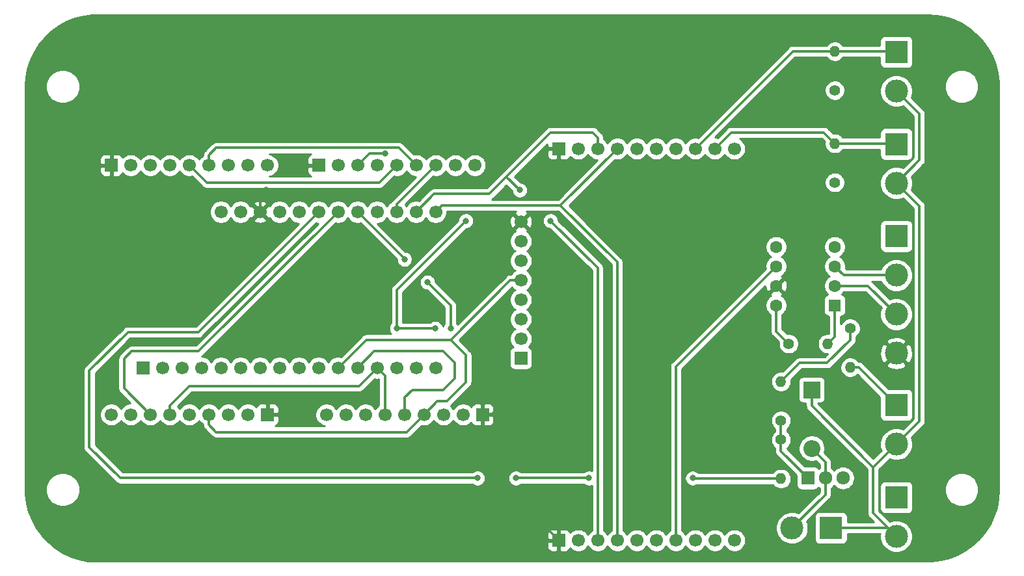
<source format=gbr>
G04 #@! TF.GenerationSoftware,KiCad,Pcbnew,(5.1.6)-1*
G04 #@! TF.CreationDate,2020-12-05T12:47:16+01:00*
G04 #@! TF.ProjectId,Test Stand PCB,54657374-2053-4746-916e-64205043422e,rev?*
G04 #@! TF.SameCoordinates,Original*
G04 #@! TF.FileFunction,Copper,L1,Top*
G04 #@! TF.FilePolarity,Positive*
%FSLAX46Y46*%
G04 Gerber Fmt 4.6, Leading zero omitted, Abs format (unit mm)*
G04 Created by KiCad (PCBNEW (5.1.6)-1) date 2020-12-05 12:47:16*
%MOMM*%
%LPD*%
G01*
G04 APERTURE LIST*
G04 #@! TA.AperFunction,ComponentPad*
%ADD10O,2.200000X2.200000*%
G04 #@! TD*
G04 #@! TA.AperFunction,ComponentPad*
%ADD11R,2.200000X2.200000*%
G04 #@! TD*
G04 #@! TA.AperFunction,ComponentPad*
%ADD12O,1.717500X1.800000*%
G04 #@! TD*
G04 #@! TA.AperFunction,ComponentPad*
%ADD13R,1.717500X1.800000*%
G04 #@! TD*
G04 #@! TA.AperFunction,ComponentPad*
%ADD14O,1.400000X1.400000*%
G04 #@! TD*
G04 #@! TA.AperFunction,ComponentPad*
%ADD15C,1.400000*%
G04 #@! TD*
G04 #@! TA.AperFunction,ComponentPad*
%ADD16C,3.000000*%
G04 #@! TD*
G04 #@! TA.AperFunction,ComponentPad*
%ADD17R,3.000000X3.000000*%
G04 #@! TD*
G04 #@! TA.AperFunction,ComponentPad*
%ADD18C,1.700000*%
G04 #@! TD*
G04 #@! TA.AperFunction,ComponentPad*
%ADD19R,1.700000X1.700000*%
G04 #@! TD*
G04 #@! TA.AperFunction,ComponentPad*
%ADD20C,1.600000*%
G04 #@! TD*
G04 #@! TA.AperFunction,ComponentPad*
%ADD21R,1.600000X1.600000*%
G04 #@! TD*
G04 #@! TA.AperFunction,ViaPad*
%ADD22C,0.800000*%
G04 #@! TD*
G04 #@! TA.AperFunction,Conductor*
%ADD23C,0.300000*%
G04 #@! TD*
G04 #@! TA.AperFunction,Conductor*
%ADD24C,0.250000*%
G04 #@! TD*
G04 #@! TA.AperFunction,Conductor*
%ADD25C,0.254000*%
G04 #@! TD*
G04 APERTURE END LIST*
D10*
X144000000Y-94620000D03*
D11*
X144000000Y-87000000D03*
D12*
X148080000Y-98500000D03*
X145790000Y-98500000D03*
D13*
X143500000Y-98500000D03*
D14*
X140000000Y-85920000D03*
D15*
X140000000Y-91000000D03*
D14*
X140000000Y-98580000D03*
D15*
X140000000Y-93500000D03*
D16*
X141420000Y-105000000D03*
D17*
X146500000Y-105000000D03*
D18*
X106149000Y-65110000D03*
X106149000Y-67650000D03*
X106149000Y-70190000D03*
X106149000Y-72730000D03*
X106149000Y-75270000D03*
X106149000Y-77810000D03*
X106149000Y-80350000D03*
D19*
X106149000Y-82890000D03*
D18*
X73160000Y-57755000D03*
X70620000Y-57755000D03*
X68080000Y-57755000D03*
X65540000Y-57755000D03*
X63000000Y-57755000D03*
X60460000Y-57755000D03*
X57920000Y-57755000D03*
X55380000Y-57755000D03*
D19*
X52840000Y-57755000D03*
D18*
X52840000Y-90245000D03*
X55380000Y-90245000D03*
X57920000Y-90245000D03*
X60460000Y-90245000D03*
X63000000Y-90245000D03*
X65540000Y-90245000D03*
X68080000Y-90245000D03*
X70620000Y-90245000D03*
D19*
X73160000Y-90245000D03*
D20*
X139380000Y-76000000D03*
X139380000Y-73460000D03*
X139380000Y-70920000D03*
X139380000Y-68380000D03*
X147000000Y-68380000D03*
X147000000Y-70920000D03*
X147000000Y-73460000D03*
D21*
X147000000Y-76000000D03*
D18*
X80840000Y-90245000D03*
X83380000Y-90245000D03*
X85920000Y-90245000D03*
X88460000Y-90245000D03*
X91000000Y-90245000D03*
X93540000Y-90245000D03*
X96080000Y-90245000D03*
X98620000Y-90245000D03*
D19*
X101160000Y-90245000D03*
D18*
X100160000Y-57755000D03*
X97620000Y-57755000D03*
X95080000Y-57755000D03*
X92540000Y-57755000D03*
X90000000Y-57755000D03*
X87460000Y-57755000D03*
X84920000Y-57755000D03*
X82380000Y-57755000D03*
D19*
X79840000Y-57755000D03*
D18*
X67110000Y-63840000D03*
X69650000Y-63840000D03*
X72190000Y-63840000D03*
X74730000Y-63840000D03*
X77270000Y-63840000D03*
X79810000Y-63840000D03*
X82350000Y-63840000D03*
X84890000Y-63840000D03*
X87430000Y-63840000D03*
X89970000Y-63840000D03*
X92510000Y-63840000D03*
X95050000Y-63840000D03*
X95050000Y-84160000D03*
X92510000Y-84160000D03*
X89970000Y-84160000D03*
X87430000Y-84160000D03*
X84890000Y-84160000D03*
X82350000Y-84160000D03*
X79810000Y-84160000D03*
X77270000Y-84160000D03*
X74730000Y-84160000D03*
X72190000Y-84160000D03*
X69650000Y-84160000D03*
X67110000Y-84160000D03*
X64570000Y-84160000D03*
X62030000Y-84160000D03*
X59490000Y-84160000D03*
D19*
X56950000Y-84160000D03*
D14*
X146080000Y-81000000D03*
D15*
X141000000Y-81000000D03*
D14*
X149000000Y-84080000D03*
D15*
X149000000Y-79000000D03*
D14*
X147000000Y-54920000D03*
D15*
X147000000Y-60000000D03*
D14*
X147000000Y-42920000D03*
D15*
X147000000Y-48000000D03*
D16*
X155000000Y-106080000D03*
D17*
X155000000Y-101000000D03*
D16*
X155000000Y-82240000D03*
D17*
X155000000Y-67000000D03*
D16*
X155000000Y-77160000D03*
X155000000Y-72080000D03*
X155000000Y-94080000D03*
D17*
X155000000Y-89000000D03*
D16*
X155000000Y-60080000D03*
D17*
X155000000Y-55000000D03*
D16*
X155000000Y-48080000D03*
D17*
X155000000Y-43000000D03*
D18*
X133930000Y-106604000D03*
X131390000Y-106604000D03*
X128850000Y-106604000D03*
X126310000Y-106604000D03*
X123770000Y-106604000D03*
X121230000Y-106604000D03*
X118690000Y-106604000D03*
X116150000Y-106604000D03*
X113610000Y-106604000D03*
D19*
X111070000Y-106604000D03*
D18*
X133930000Y-55604000D03*
X131390000Y-55604000D03*
X128850000Y-55604000D03*
X126310000Y-55604000D03*
X123770000Y-55604000D03*
X121230000Y-55604000D03*
X118690000Y-55604000D03*
X116150000Y-55604000D03*
X113610000Y-55604000D03*
D19*
X111070000Y-55604000D03*
D22*
X88500000Y-56250000D03*
X110000000Y-65000000D03*
X106000000Y-61000000D03*
X73000000Y-61000000D03*
X85500000Y-94000000D03*
X92000000Y-94000000D03*
X91000000Y-70000000D03*
X94000000Y-73000000D03*
X97000000Y-79000000D03*
X95000000Y-79000000D03*
X90000000Y-79000000D03*
X99000000Y-65000000D03*
X128500000Y-98500000D03*
X115000000Y-98500000D03*
X105500000Y-98500000D03*
X100500000Y-98500000D03*
D23*
X150080000Y-84080000D02*
X155000000Y-89000000D01*
X149000000Y-84080000D02*
X150080000Y-84080000D01*
D24*
X147080000Y-55000000D02*
X147000000Y-54920000D01*
D23*
X154920000Y-54920000D02*
X155000000Y-55000000D01*
X147000000Y-54920000D02*
X154920000Y-54920000D01*
X131390000Y-55604000D02*
X133494000Y-53500000D01*
X145580000Y-53500000D02*
X147000000Y-54920000D01*
X133494000Y-53500000D02*
X145580000Y-53500000D01*
X154920000Y-42920000D02*
X155000000Y-43000000D01*
X147000000Y-42920000D02*
X154920000Y-42920000D01*
X141534000Y-42920000D02*
X147000000Y-42920000D01*
X128850000Y-55604000D02*
X141534000Y-42920000D01*
X86425000Y-56250000D02*
X84920000Y-57755000D01*
X88500000Y-56250000D02*
X86425000Y-56250000D01*
X149000000Y-80500000D02*
X149000000Y-79000000D01*
X146000000Y-83500000D02*
X149000000Y-80500000D01*
X140000000Y-85920000D02*
X142420000Y-83500000D01*
X142420000Y-83500000D02*
X146000000Y-83500000D01*
X118690000Y-55604000D02*
X111294000Y-63000000D01*
X95890000Y-63000000D02*
X95050000Y-63840000D01*
X111294000Y-63000000D02*
X95890000Y-63000000D01*
X118690000Y-70396000D02*
X111294000Y-63000000D01*
X118690000Y-106604000D02*
X118690000Y-70396000D01*
X116150000Y-55604000D02*
X116150000Y-54150000D01*
X116150000Y-54150000D02*
X115500000Y-53500000D01*
X94850000Y-61500000D02*
X92510000Y-63840000D01*
X102000000Y-61500000D02*
X94850000Y-61500000D01*
X104500000Y-59000000D02*
X110000000Y-53500000D01*
X115500000Y-53500000D02*
X110000000Y-53500000D01*
X116150000Y-71150000D02*
X110000000Y-65000000D01*
X106000000Y-61000000D02*
X104250000Y-59250000D01*
X104500000Y-59000000D02*
X104250000Y-59250000D01*
X104250000Y-59250000D02*
X102000000Y-61500000D01*
X116150000Y-106604000D02*
X116150000Y-71150000D01*
X72190000Y-61810000D02*
X72190000Y-63840000D01*
X73000000Y-61000000D02*
X72190000Y-61810000D01*
X106149000Y-65110000D02*
X108500000Y-67461000D01*
X108500000Y-67461000D02*
X108500000Y-84000000D01*
X102255000Y-90245000D02*
X101160000Y-90245000D01*
X108500000Y-84000000D02*
X102255000Y-90245000D01*
X85500000Y-94000000D02*
X92000000Y-94000000D01*
X101160000Y-90245000D02*
X101160000Y-96694000D01*
X101160000Y-96694000D02*
X111070000Y-106604000D01*
X139380000Y-70920000D02*
X126310000Y-83990000D01*
X126310000Y-83990000D02*
X126310000Y-106604000D01*
D24*
X147460000Y-73000000D02*
X147000000Y-73460000D01*
D23*
X151300000Y-73460000D02*
X155000000Y-77160000D01*
X147000000Y-73460000D02*
X151300000Y-73460000D01*
X148160000Y-72080000D02*
X147000000Y-70920000D01*
X155000000Y-72080000D02*
X148160000Y-72080000D01*
X147000000Y-80080000D02*
X146080000Y-81000000D01*
X147000000Y-76000000D02*
X147000000Y-80080000D01*
X139380000Y-79380000D02*
X141000000Y-81000000D01*
X139380000Y-76000000D02*
X139380000Y-79380000D01*
X84890000Y-63840000D02*
X91000000Y-69950000D01*
X91000000Y-69950000D02*
X91000000Y-70000000D01*
X94000000Y-73000000D02*
X97000000Y-76000000D01*
X97000000Y-76000000D02*
X97000000Y-79000000D01*
X55500000Y-82000000D02*
X64190000Y-82000000D01*
X54500000Y-83000000D02*
X55500000Y-82000000D01*
X57920000Y-90245000D02*
X54500000Y-86825000D01*
X64190000Y-82000000D02*
X82350000Y-63840000D01*
X54500000Y-86825000D02*
X54500000Y-83000000D01*
X89970000Y-62865000D02*
X89970000Y-63840000D01*
X95080000Y-57755000D02*
X89970000Y-62865000D01*
X88460000Y-85190000D02*
X87430000Y-84160000D01*
X88460000Y-90245000D02*
X88460000Y-85190000D01*
X60460000Y-90245000D02*
X60460000Y-89040000D01*
X60460000Y-89040000D02*
X63000000Y-86500000D01*
X85090000Y-86500000D02*
X87430000Y-84160000D01*
X63000000Y-86500000D02*
X85090000Y-86500000D01*
X65540000Y-57755000D02*
X65540000Y-56460000D01*
X65540000Y-56460000D02*
X66500000Y-55500000D01*
X90285000Y-55500000D02*
X92540000Y-57755000D01*
X66500000Y-55500000D02*
X90285000Y-55500000D01*
X91000000Y-90245000D02*
X91000000Y-88000000D01*
X91000000Y-88000000D02*
X92000000Y-87000000D01*
X92000000Y-87000000D02*
X96000000Y-87000000D01*
X96000000Y-87000000D02*
X97500000Y-85500000D01*
X97500000Y-85500000D02*
X97500000Y-83500000D01*
X97500000Y-83500000D02*
X96000000Y-82000000D01*
X87050000Y-82000000D02*
X84890000Y-84160000D01*
X96000000Y-82000000D02*
X87050000Y-82000000D01*
X63000000Y-57755000D02*
X65245000Y-60000000D01*
X87755000Y-60000000D02*
X90000000Y-57755000D01*
X65245000Y-60000000D02*
X87755000Y-60000000D01*
X95000000Y-79000000D02*
X90000000Y-79000000D01*
X90000000Y-79000000D02*
X90000000Y-74000000D01*
X90000000Y-74000000D02*
X99000000Y-65000000D01*
X93540000Y-90245000D02*
X95285000Y-88500000D01*
X95285000Y-88500000D02*
X96500000Y-88500000D01*
X96500000Y-88500000D02*
X99000000Y-86000000D01*
X99000000Y-86000000D02*
X99000000Y-82500000D01*
X99000000Y-82500000D02*
X97000000Y-80500000D01*
X86010000Y-80500000D02*
X82350000Y-84160000D01*
X97000000Y-80500000D02*
X86010000Y-80500000D01*
X65540000Y-90245000D02*
X65540000Y-91540000D01*
X65540000Y-91540000D02*
X66500000Y-92500000D01*
X91285000Y-92500000D02*
X93540000Y-90245000D01*
X66500000Y-92500000D02*
X91285000Y-92500000D01*
X104770000Y-72730000D02*
X97000000Y-80500000D01*
X106149000Y-72730000D02*
X104770000Y-72730000D01*
X155000000Y-94080000D02*
X152000000Y-97080000D01*
X152000000Y-103080000D02*
X155000000Y-106080000D01*
X152000000Y-97080000D02*
X152000000Y-103080000D01*
X155000000Y-94080000D02*
X158000000Y-91080000D01*
X158000000Y-63080000D02*
X155000000Y-60080000D01*
X158000000Y-91080000D02*
X158000000Y-63080000D01*
X155000000Y-48080000D02*
X158000000Y-51080000D01*
X158000000Y-57080000D02*
X155000000Y-60080000D01*
X158000000Y-51080000D02*
X158000000Y-57080000D01*
X153920000Y-105000000D02*
X155000000Y-106080000D01*
X146500000Y-105000000D02*
X153920000Y-105000000D01*
X144000000Y-89080000D02*
X152000000Y-97080000D01*
X144000000Y-87000000D02*
X144000000Y-89080000D01*
X145790000Y-100630000D02*
X141420000Y-105000000D01*
X145790000Y-98500000D02*
X145790000Y-100630000D01*
X145790000Y-96410000D02*
X144000000Y-94620000D01*
X145790000Y-98500000D02*
X145790000Y-96410000D01*
X140000000Y-91000000D02*
X140000000Y-93500000D01*
X140000000Y-95000000D02*
X143500000Y-98500000D01*
X140000000Y-93500000D02*
X140000000Y-95000000D01*
X140000000Y-98580000D02*
X128580000Y-98580000D01*
X128580000Y-98580000D02*
X128500000Y-98500000D01*
X115000000Y-98500000D02*
X105500000Y-98500000D01*
X100500000Y-98500000D02*
X54000000Y-98500000D01*
X54000000Y-98500000D02*
X50000000Y-94500000D01*
X50000000Y-94500000D02*
X50000000Y-84500000D01*
X50000000Y-84500000D02*
X55000000Y-79500000D01*
X64150000Y-79500000D02*
X79810000Y-63840000D01*
X55000000Y-79500000D02*
X64150000Y-79500000D01*
D25*
G36*
X160170449Y-38234944D02*
G01*
X161322444Y-38454698D01*
X162437801Y-38817100D01*
X163498955Y-39316441D01*
X164489146Y-39944836D01*
X165392776Y-40692383D01*
X166195588Y-41547292D01*
X166884922Y-42496079D01*
X167449903Y-43523774D01*
X167881627Y-44614186D01*
X168173281Y-45750103D01*
X168321571Y-46923941D01*
X168340000Y-47510358D01*
X168340001Y-99979237D01*
X168265056Y-101170448D01*
X168045302Y-102322444D01*
X167682900Y-103437801D01*
X167183560Y-104498952D01*
X166555165Y-105489144D01*
X165807612Y-106392780D01*
X164952708Y-107195588D01*
X164003922Y-107884922D01*
X162976227Y-108449903D01*
X161885813Y-108881627D01*
X160749897Y-109173281D01*
X159576058Y-109321571D01*
X158989642Y-109340000D01*
X51020747Y-109340000D01*
X49829552Y-109265056D01*
X48677556Y-109045302D01*
X47562199Y-108682900D01*
X46501048Y-108183560D01*
X45510856Y-107555165D01*
X45388569Y-107454000D01*
X109581928Y-107454000D01*
X109594188Y-107578482D01*
X109630498Y-107698180D01*
X109689463Y-107808494D01*
X109768815Y-107905185D01*
X109865506Y-107984537D01*
X109975820Y-108043502D01*
X110095518Y-108079812D01*
X110220000Y-108092072D01*
X110784250Y-108089000D01*
X110943000Y-107930250D01*
X110943000Y-106731000D01*
X109743750Y-106731000D01*
X109585000Y-106889750D01*
X109581928Y-107454000D01*
X45388569Y-107454000D01*
X44607220Y-106807612D01*
X43804412Y-105952708D01*
X43660043Y-105754000D01*
X109581928Y-105754000D01*
X109585000Y-106318250D01*
X109743750Y-106477000D01*
X110943000Y-106477000D01*
X110943000Y-105277750D01*
X110784250Y-105119000D01*
X110220000Y-105115928D01*
X110095518Y-105128188D01*
X109975820Y-105164498D01*
X109865506Y-105223463D01*
X109768815Y-105302815D01*
X109689463Y-105399506D01*
X109630498Y-105509820D01*
X109594188Y-105629518D01*
X109581928Y-105754000D01*
X43660043Y-105754000D01*
X43115078Y-105003922D01*
X42550097Y-103976227D01*
X42118373Y-102885813D01*
X41826719Y-101749897D01*
X41678429Y-100576058D01*
X41660000Y-99989642D01*
X41660000Y-99779872D01*
X44265000Y-99779872D01*
X44265000Y-100220128D01*
X44350890Y-100651925D01*
X44519369Y-101058669D01*
X44763962Y-101424729D01*
X45075271Y-101736038D01*
X45441331Y-101980631D01*
X45848075Y-102149110D01*
X46279872Y-102235000D01*
X46720128Y-102235000D01*
X47151925Y-102149110D01*
X47558669Y-101980631D01*
X47924729Y-101736038D01*
X48236038Y-101424729D01*
X48480631Y-101058669D01*
X48649110Y-100651925D01*
X48735000Y-100220128D01*
X48735000Y-99779872D01*
X48649110Y-99348075D01*
X48480631Y-98941331D01*
X48236038Y-98575271D01*
X47924729Y-98263962D01*
X47558669Y-98019369D01*
X47151925Y-97850890D01*
X46720128Y-97765000D01*
X46279872Y-97765000D01*
X45848075Y-97850890D01*
X45441331Y-98019369D01*
X45075271Y-98263962D01*
X44763962Y-98575271D01*
X44519369Y-98941331D01*
X44350890Y-99348075D01*
X44265000Y-99779872D01*
X41660000Y-99779872D01*
X41660000Y-84500000D01*
X49211203Y-84500000D01*
X49215001Y-84538563D01*
X49215000Y-94461447D01*
X49211203Y-94500000D01*
X49215000Y-94538553D01*
X49215000Y-94538560D01*
X49226359Y-94653886D01*
X49271246Y-94801859D01*
X49344138Y-94938232D01*
X49442236Y-95057764D01*
X49472190Y-95082347D01*
X53417658Y-99027816D01*
X53442236Y-99057764D01*
X53472184Y-99082342D01*
X53472187Y-99082345D01*
X53501559Y-99106450D01*
X53561767Y-99155862D01*
X53698140Y-99228754D01*
X53811672Y-99263194D01*
X53846112Y-99273641D01*
X53860490Y-99275057D01*
X53961439Y-99285000D01*
X53961446Y-99285000D01*
X53999999Y-99288797D01*
X54038552Y-99285000D01*
X99821289Y-99285000D01*
X99840226Y-99303937D01*
X100009744Y-99417205D01*
X100198102Y-99495226D01*
X100398061Y-99535000D01*
X100601939Y-99535000D01*
X100801898Y-99495226D01*
X100990256Y-99417205D01*
X101159774Y-99303937D01*
X101303937Y-99159774D01*
X101417205Y-98990256D01*
X101495226Y-98801898D01*
X101535000Y-98601939D01*
X101535000Y-98398061D01*
X101495226Y-98198102D01*
X101417205Y-98009744D01*
X101303937Y-97840226D01*
X101159774Y-97696063D01*
X100990256Y-97582795D01*
X100801898Y-97504774D01*
X100601939Y-97465000D01*
X100398061Y-97465000D01*
X100198102Y-97504774D01*
X100009744Y-97582795D01*
X99840226Y-97696063D01*
X99821289Y-97715000D01*
X54325158Y-97715000D01*
X50785000Y-94174843D01*
X50785000Y-84825157D01*
X55325157Y-80285000D01*
X64111447Y-80285000D01*
X64150000Y-80288797D01*
X64188553Y-80285000D01*
X64188561Y-80285000D01*
X64303887Y-80273641D01*
X64451860Y-80228754D01*
X64588233Y-80155862D01*
X64707764Y-80057764D01*
X64732347Y-80027810D01*
X79473082Y-65287076D01*
X79663740Y-65325000D01*
X79754842Y-65325000D01*
X63864843Y-81215000D01*
X55538556Y-81215000D01*
X55500000Y-81211203D01*
X55461444Y-81215000D01*
X55461439Y-81215000D01*
X55421026Y-81218980D01*
X55346113Y-81226358D01*
X55198140Y-81271246D01*
X55061767Y-81344138D01*
X54942236Y-81442236D01*
X54917655Y-81472188D01*
X53972185Y-82417658D01*
X53942237Y-82442236D01*
X53917659Y-82472184D01*
X53917655Y-82472188D01*
X53894831Y-82499999D01*
X53844139Y-82561767D01*
X53833140Y-82582345D01*
X53771246Y-82698141D01*
X53726359Y-82846114D01*
X53711203Y-83000000D01*
X53715001Y-83038563D01*
X53715000Y-86786447D01*
X53711203Y-86825000D01*
X53715000Y-86863553D01*
X53715000Y-86863560D01*
X53726359Y-86978886D01*
X53771246Y-87126859D01*
X53844138Y-87263232D01*
X53942236Y-87382764D01*
X53972190Y-87407347D01*
X55324843Y-88760000D01*
X55233740Y-88760000D01*
X54946842Y-88817068D01*
X54676589Y-88929010D01*
X54433368Y-89091525D01*
X54226525Y-89298368D01*
X54110000Y-89472760D01*
X53993475Y-89298368D01*
X53786632Y-89091525D01*
X53543411Y-88929010D01*
X53273158Y-88817068D01*
X52986260Y-88760000D01*
X52693740Y-88760000D01*
X52406842Y-88817068D01*
X52136589Y-88929010D01*
X51893368Y-89091525D01*
X51686525Y-89298368D01*
X51524010Y-89541589D01*
X51412068Y-89811842D01*
X51355000Y-90098740D01*
X51355000Y-90391260D01*
X51412068Y-90678158D01*
X51524010Y-90948411D01*
X51686525Y-91191632D01*
X51893368Y-91398475D01*
X52136589Y-91560990D01*
X52406842Y-91672932D01*
X52693740Y-91730000D01*
X52986260Y-91730000D01*
X53273158Y-91672932D01*
X53543411Y-91560990D01*
X53786632Y-91398475D01*
X53993475Y-91191632D01*
X54110000Y-91017240D01*
X54226525Y-91191632D01*
X54433368Y-91398475D01*
X54676589Y-91560990D01*
X54946842Y-91672932D01*
X55233740Y-91730000D01*
X55526260Y-91730000D01*
X55813158Y-91672932D01*
X56083411Y-91560990D01*
X56326632Y-91398475D01*
X56533475Y-91191632D01*
X56650000Y-91017240D01*
X56766525Y-91191632D01*
X56973368Y-91398475D01*
X57216589Y-91560990D01*
X57486842Y-91672932D01*
X57773740Y-91730000D01*
X58066260Y-91730000D01*
X58353158Y-91672932D01*
X58623411Y-91560990D01*
X58866632Y-91398475D01*
X59073475Y-91191632D01*
X59190000Y-91017240D01*
X59306525Y-91191632D01*
X59513368Y-91398475D01*
X59756589Y-91560990D01*
X60026842Y-91672932D01*
X60313740Y-91730000D01*
X60606260Y-91730000D01*
X60893158Y-91672932D01*
X61163411Y-91560990D01*
X61406632Y-91398475D01*
X61613475Y-91191632D01*
X61730000Y-91017240D01*
X61846525Y-91191632D01*
X62053368Y-91398475D01*
X62296589Y-91560990D01*
X62566842Y-91672932D01*
X62853740Y-91730000D01*
X63146260Y-91730000D01*
X63433158Y-91672932D01*
X63703411Y-91560990D01*
X63946632Y-91398475D01*
X64153475Y-91191632D01*
X64270000Y-91017240D01*
X64386525Y-91191632D01*
X64593368Y-91398475D01*
X64754535Y-91506164D01*
X64751203Y-91540000D01*
X64766359Y-91693886D01*
X64811246Y-91841859D01*
X64816139Y-91851013D01*
X64884139Y-91978233D01*
X64924200Y-92027047D01*
X64957655Y-92067812D01*
X64957659Y-92067816D01*
X64982237Y-92097764D01*
X65012185Y-92122342D01*
X65917657Y-93027815D01*
X65942236Y-93057764D01*
X65972184Y-93082342D01*
X65972187Y-93082345D01*
X65972331Y-93082463D01*
X66061767Y-93155862D01*
X66198140Y-93228754D01*
X66346113Y-93273641D01*
X66461439Y-93285000D01*
X66461446Y-93285000D01*
X66499999Y-93288797D01*
X66538552Y-93285000D01*
X91246447Y-93285000D01*
X91285000Y-93288797D01*
X91323553Y-93285000D01*
X91323561Y-93285000D01*
X91438887Y-93273641D01*
X91586860Y-93228754D01*
X91723233Y-93155862D01*
X91842764Y-93057764D01*
X91867347Y-93027810D01*
X93203082Y-91692075D01*
X93393740Y-91730000D01*
X93686260Y-91730000D01*
X93973158Y-91672932D01*
X94243411Y-91560990D01*
X94486632Y-91398475D01*
X94693475Y-91191632D01*
X94810000Y-91017240D01*
X94926525Y-91191632D01*
X95133368Y-91398475D01*
X95376589Y-91560990D01*
X95646842Y-91672932D01*
X95933740Y-91730000D01*
X96226260Y-91730000D01*
X96513158Y-91672932D01*
X96783411Y-91560990D01*
X97026632Y-91398475D01*
X97233475Y-91191632D01*
X97350000Y-91017240D01*
X97466525Y-91191632D01*
X97673368Y-91398475D01*
X97916589Y-91560990D01*
X98186842Y-91672932D01*
X98473740Y-91730000D01*
X98766260Y-91730000D01*
X99053158Y-91672932D01*
X99323411Y-91560990D01*
X99566632Y-91398475D01*
X99698487Y-91266620D01*
X99720498Y-91339180D01*
X99779463Y-91449494D01*
X99858815Y-91546185D01*
X99955506Y-91625537D01*
X100065820Y-91684502D01*
X100185518Y-91720812D01*
X100310000Y-91733072D01*
X100874250Y-91730000D01*
X101033000Y-91571250D01*
X101033000Y-90372000D01*
X101287000Y-90372000D01*
X101287000Y-91571250D01*
X101445750Y-91730000D01*
X102010000Y-91733072D01*
X102134482Y-91720812D01*
X102254180Y-91684502D01*
X102364494Y-91625537D01*
X102461185Y-91546185D01*
X102540537Y-91449494D01*
X102599502Y-91339180D01*
X102635812Y-91219482D01*
X102648072Y-91095000D01*
X102645000Y-90530750D01*
X102486250Y-90372000D01*
X101287000Y-90372000D01*
X101033000Y-90372000D01*
X101013000Y-90372000D01*
X101013000Y-90118000D01*
X101033000Y-90118000D01*
X101033000Y-88918750D01*
X101287000Y-88918750D01*
X101287000Y-90118000D01*
X102486250Y-90118000D01*
X102645000Y-89959250D01*
X102648072Y-89395000D01*
X102635812Y-89270518D01*
X102599502Y-89150820D01*
X102540537Y-89040506D01*
X102461185Y-88943815D01*
X102364494Y-88864463D01*
X102254180Y-88805498D01*
X102134482Y-88769188D01*
X102010000Y-88756928D01*
X101445750Y-88760000D01*
X101287000Y-88918750D01*
X101033000Y-88918750D01*
X100874250Y-88760000D01*
X100310000Y-88756928D01*
X100185518Y-88769188D01*
X100065820Y-88805498D01*
X99955506Y-88864463D01*
X99858815Y-88943815D01*
X99779463Y-89040506D01*
X99720498Y-89150820D01*
X99698487Y-89223380D01*
X99566632Y-89091525D01*
X99323411Y-88929010D01*
X99053158Y-88817068D01*
X98766260Y-88760000D01*
X98473740Y-88760000D01*
X98186842Y-88817068D01*
X97916589Y-88929010D01*
X97673368Y-89091525D01*
X97466525Y-89298368D01*
X97350000Y-89472760D01*
X97233475Y-89298368D01*
X97026632Y-89091525D01*
X97021117Y-89087840D01*
X97057764Y-89057764D01*
X97082347Y-89027810D01*
X99527817Y-86582341D01*
X99557764Y-86557764D01*
X99655862Y-86438233D01*
X99728754Y-86301860D01*
X99746714Y-86242655D01*
X99773642Y-86153887D01*
X99782714Y-86061767D01*
X99785000Y-86038561D01*
X99785000Y-86038556D01*
X99788797Y-86000000D01*
X99785000Y-85961444D01*
X99785000Y-82538552D01*
X99788797Y-82499999D01*
X99785000Y-82461446D01*
X99785000Y-82461439D01*
X99773641Y-82346113D01*
X99750931Y-82271246D01*
X99728754Y-82198140D01*
X99705101Y-82153888D01*
X99655862Y-82061767D01*
X99557764Y-81942236D01*
X99527816Y-81917658D01*
X98110157Y-80500000D01*
X104970692Y-73639466D01*
X104995525Y-73676632D01*
X105202368Y-73883475D01*
X105376760Y-74000000D01*
X105202368Y-74116525D01*
X104995525Y-74323368D01*
X104833010Y-74566589D01*
X104721068Y-74836842D01*
X104664000Y-75123740D01*
X104664000Y-75416260D01*
X104721068Y-75703158D01*
X104833010Y-75973411D01*
X104995525Y-76216632D01*
X105202368Y-76423475D01*
X105376760Y-76540000D01*
X105202368Y-76656525D01*
X104995525Y-76863368D01*
X104833010Y-77106589D01*
X104721068Y-77376842D01*
X104664000Y-77663740D01*
X104664000Y-77956260D01*
X104721068Y-78243158D01*
X104833010Y-78513411D01*
X104995525Y-78756632D01*
X105202368Y-78963475D01*
X105376760Y-79080000D01*
X105202368Y-79196525D01*
X104995525Y-79403368D01*
X104833010Y-79646589D01*
X104721068Y-79916842D01*
X104664000Y-80203740D01*
X104664000Y-80496260D01*
X104721068Y-80783158D01*
X104833010Y-81053411D01*
X104995525Y-81296632D01*
X105127380Y-81428487D01*
X105054820Y-81450498D01*
X104944506Y-81509463D01*
X104847815Y-81588815D01*
X104768463Y-81685506D01*
X104709498Y-81795820D01*
X104673188Y-81915518D01*
X104660928Y-82040000D01*
X104660928Y-83740000D01*
X104673188Y-83864482D01*
X104709498Y-83984180D01*
X104768463Y-84094494D01*
X104847815Y-84191185D01*
X104944506Y-84270537D01*
X105054820Y-84329502D01*
X105174518Y-84365812D01*
X105299000Y-84378072D01*
X106999000Y-84378072D01*
X107123482Y-84365812D01*
X107243180Y-84329502D01*
X107353494Y-84270537D01*
X107450185Y-84191185D01*
X107529537Y-84094494D01*
X107588502Y-83984180D01*
X107624812Y-83864482D01*
X107637072Y-83740000D01*
X107637072Y-82040000D01*
X107624812Y-81915518D01*
X107588502Y-81795820D01*
X107529537Y-81685506D01*
X107450185Y-81588815D01*
X107353494Y-81509463D01*
X107243180Y-81450498D01*
X107170620Y-81428487D01*
X107302475Y-81296632D01*
X107464990Y-81053411D01*
X107576932Y-80783158D01*
X107634000Y-80496260D01*
X107634000Y-80203740D01*
X107576932Y-79916842D01*
X107464990Y-79646589D01*
X107302475Y-79403368D01*
X107095632Y-79196525D01*
X106921240Y-79080000D01*
X107095632Y-78963475D01*
X107302475Y-78756632D01*
X107464990Y-78513411D01*
X107576932Y-78243158D01*
X107634000Y-77956260D01*
X107634000Y-77663740D01*
X107576932Y-77376842D01*
X107464990Y-77106589D01*
X107302475Y-76863368D01*
X107095632Y-76656525D01*
X106921240Y-76540000D01*
X107095632Y-76423475D01*
X107302475Y-76216632D01*
X107464990Y-75973411D01*
X107576932Y-75703158D01*
X107634000Y-75416260D01*
X107634000Y-75123740D01*
X107576932Y-74836842D01*
X107464990Y-74566589D01*
X107302475Y-74323368D01*
X107095632Y-74116525D01*
X106921240Y-74000000D01*
X107095632Y-73883475D01*
X107302475Y-73676632D01*
X107464990Y-73433411D01*
X107576932Y-73163158D01*
X107634000Y-72876260D01*
X107634000Y-72583740D01*
X107576932Y-72296842D01*
X107464990Y-72026589D01*
X107302475Y-71783368D01*
X107095632Y-71576525D01*
X106921240Y-71460000D01*
X107095632Y-71343475D01*
X107302475Y-71136632D01*
X107464990Y-70893411D01*
X107576932Y-70623158D01*
X107634000Y-70336260D01*
X107634000Y-70043740D01*
X107576932Y-69756842D01*
X107464990Y-69486589D01*
X107302475Y-69243368D01*
X107095632Y-69036525D01*
X106921240Y-68920000D01*
X107095632Y-68803475D01*
X107302475Y-68596632D01*
X107464990Y-68353411D01*
X107576932Y-68083158D01*
X107634000Y-67796260D01*
X107634000Y-67503740D01*
X107576932Y-67216842D01*
X107464990Y-66946589D01*
X107302475Y-66703368D01*
X107095632Y-66496525D01*
X106922271Y-66380689D01*
X106997792Y-66138397D01*
X106149000Y-65289605D01*
X105300208Y-66138397D01*
X105375729Y-66380689D01*
X105202368Y-66496525D01*
X104995525Y-66703368D01*
X104833010Y-66946589D01*
X104721068Y-67216842D01*
X104664000Y-67503740D01*
X104664000Y-67796260D01*
X104721068Y-68083158D01*
X104833010Y-68353411D01*
X104995525Y-68596632D01*
X105202368Y-68803475D01*
X105376760Y-68920000D01*
X105202368Y-69036525D01*
X104995525Y-69243368D01*
X104833010Y-69486589D01*
X104721068Y-69756842D01*
X104664000Y-70043740D01*
X104664000Y-70336260D01*
X104721068Y-70623158D01*
X104833010Y-70893411D01*
X104995525Y-71136632D01*
X105202368Y-71343475D01*
X105376760Y-71460000D01*
X105202368Y-71576525D01*
X104995525Y-71783368D01*
X104887526Y-71945000D01*
X104808552Y-71945000D01*
X104769999Y-71941203D01*
X104731446Y-71945000D01*
X104731439Y-71945000D01*
X104630490Y-71954943D01*
X104616112Y-71956359D01*
X104587627Y-71965000D01*
X104468140Y-72001246D01*
X104331767Y-72074138D01*
X104297295Y-72102429D01*
X104242187Y-72147655D01*
X104242184Y-72147658D01*
X104212236Y-72172236D01*
X104187658Y-72202184D01*
X97902342Y-78487500D01*
X97803937Y-78340226D01*
X97785000Y-78321289D01*
X97785000Y-76038556D01*
X97788797Y-76000000D01*
X97785000Y-75961440D01*
X97785000Y-75961439D01*
X97781020Y-75921026D01*
X97773642Y-75846113D01*
X97728754Y-75698140D01*
X97655862Y-75561767D01*
X97557764Y-75442236D01*
X97527811Y-75417654D01*
X95035000Y-72924843D01*
X95035000Y-72898061D01*
X94995226Y-72698102D01*
X94917205Y-72509744D01*
X94803937Y-72340226D01*
X94659774Y-72196063D01*
X94490256Y-72082795D01*
X94301898Y-72004774D01*
X94101939Y-71965000D01*
X93898061Y-71965000D01*
X93698102Y-72004774D01*
X93509744Y-72082795D01*
X93340226Y-72196063D01*
X93196063Y-72340226D01*
X93082795Y-72509744D01*
X93004774Y-72698102D01*
X92965000Y-72898061D01*
X92965000Y-73101939D01*
X93004774Y-73301898D01*
X93082795Y-73490256D01*
X93196063Y-73659774D01*
X93340226Y-73803937D01*
X93509744Y-73917205D01*
X93698102Y-73995226D01*
X93898061Y-74035000D01*
X93924843Y-74035000D01*
X96215000Y-76325157D01*
X96215001Y-78321288D01*
X96196063Y-78340226D01*
X96082795Y-78509744D01*
X96004774Y-78698102D01*
X96000000Y-78722103D01*
X95995226Y-78698102D01*
X95917205Y-78509744D01*
X95803937Y-78340226D01*
X95659774Y-78196063D01*
X95490256Y-78082795D01*
X95301898Y-78004774D01*
X95101939Y-77965000D01*
X94898061Y-77965000D01*
X94698102Y-78004774D01*
X94509744Y-78082795D01*
X94340226Y-78196063D01*
X94321289Y-78215000D01*
X90785000Y-78215000D01*
X90785000Y-74325157D01*
X99075158Y-66035000D01*
X99101939Y-66035000D01*
X99301898Y-65995226D01*
X99490256Y-65917205D01*
X99659774Y-65803937D01*
X99803937Y-65659774D01*
X99917205Y-65490256D01*
X99995226Y-65301898D01*
X100019765Y-65178531D01*
X104658389Y-65178531D01*
X104700401Y-65468019D01*
X104798081Y-65743747D01*
X104871528Y-65881157D01*
X105120603Y-65958792D01*
X105969395Y-65110000D01*
X106328605Y-65110000D01*
X107177397Y-65958792D01*
X107426472Y-65881157D01*
X107552371Y-65617117D01*
X107624339Y-65333589D01*
X107639611Y-65041469D01*
X107597599Y-64751981D01*
X107499919Y-64476253D01*
X107426472Y-64338843D01*
X107177397Y-64261208D01*
X106328605Y-65110000D01*
X105969395Y-65110000D01*
X105120603Y-64261208D01*
X104871528Y-64338843D01*
X104745629Y-64602883D01*
X104673661Y-64886411D01*
X104658389Y-65178531D01*
X100019765Y-65178531D01*
X100035000Y-65101939D01*
X100035000Y-64898061D01*
X99995226Y-64698102D01*
X99917205Y-64509744D01*
X99803937Y-64340226D01*
X99659774Y-64196063D01*
X99490256Y-64082795D01*
X99301898Y-64004774D01*
X99101939Y-63965000D01*
X98898061Y-63965000D01*
X98698102Y-64004774D01*
X98509744Y-64082795D01*
X98340226Y-64196063D01*
X98196063Y-64340226D01*
X98082795Y-64509744D01*
X98004774Y-64698102D01*
X97965000Y-64898061D01*
X97965000Y-64924842D01*
X89472185Y-73417658D01*
X89442237Y-73442236D01*
X89417659Y-73472184D01*
X89417655Y-73472188D01*
X89402827Y-73490256D01*
X89344139Y-73561767D01*
X89322990Y-73601335D01*
X89271246Y-73698141D01*
X89226359Y-73846114D01*
X89211203Y-74000000D01*
X89215001Y-74038563D01*
X89215000Y-78321289D01*
X89196063Y-78340226D01*
X89082795Y-78509744D01*
X89004774Y-78698102D01*
X88965000Y-78898061D01*
X88965000Y-79101939D01*
X89004774Y-79301898D01*
X89082795Y-79490256D01*
X89196063Y-79659774D01*
X89251289Y-79715000D01*
X86048556Y-79715000D01*
X86010000Y-79711203D01*
X85971444Y-79715000D01*
X85971439Y-79715000D01*
X85931026Y-79718980D01*
X85856113Y-79726358D01*
X85708140Y-79771246D01*
X85571767Y-79844138D01*
X85452236Y-79942236D01*
X85427655Y-79972188D01*
X82686918Y-82712925D01*
X82496260Y-82675000D01*
X82203740Y-82675000D01*
X81916842Y-82732068D01*
X81646589Y-82844010D01*
X81403368Y-83006525D01*
X81196525Y-83213368D01*
X81080000Y-83387760D01*
X80963475Y-83213368D01*
X80756632Y-83006525D01*
X80513411Y-82844010D01*
X80243158Y-82732068D01*
X79956260Y-82675000D01*
X79663740Y-82675000D01*
X79376842Y-82732068D01*
X79106589Y-82844010D01*
X78863368Y-83006525D01*
X78656525Y-83213368D01*
X78540000Y-83387760D01*
X78423475Y-83213368D01*
X78216632Y-83006525D01*
X77973411Y-82844010D01*
X77703158Y-82732068D01*
X77416260Y-82675000D01*
X77123740Y-82675000D01*
X76836842Y-82732068D01*
X76566589Y-82844010D01*
X76323368Y-83006525D01*
X76116525Y-83213368D01*
X76000000Y-83387760D01*
X75883475Y-83213368D01*
X75676632Y-83006525D01*
X75433411Y-82844010D01*
X75163158Y-82732068D01*
X74876260Y-82675000D01*
X74583740Y-82675000D01*
X74296842Y-82732068D01*
X74026589Y-82844010D01*
X73783368Y-83006525D01*
X73576525Y-83213368D01*
X73460000Y-83387760D01*
X73343475Y-83213368D01*
X73136632Y-83006525D01*
X72893411Y-82844010D01*
X72623158Y-82732068D01*
X72336260Y-82675000D01*
X72043740Y-82675000D01*
X71756842Y-82732068D01*
X71486589Y-82844010D01*
X71243368Y-83006525D01*
X71036525Y-83213368D01*
X70920000Y-83387760D01*
X70803475Y-83213368D01*
X70596632Y-83006525D01*
X70353411Y-82844010D01*
X70083158Y-82732068D01*
X69796260Y-82675000D01*
X69503740Y-82675000D01*
X69216842Y-82732068D01*
X68946589Y-82844010D01*
X68703368Y-83006525D01*
X68496525Y-83213368D01*
X68380000Y-83387760D01*
X68263475Y-83213368D01*
X68056632Y-83006525D01*
X67813411Y-82844010D01*
X67543158Y-82732068D01*
X67256260Y-82675000D01*
X66963740Y-82675000D01*
X66676842Y-82732068D01*
X66406589Y-82844010D01*
X66163368Y-83006525D01*
X65956525Y-83213368D01*
X65840000Y-83387760D01*
X65723475Y-83213368D01*
X65516632Y-83006525D01*
X65273411Y-82844010D01*
X65003158Y-82732068D01*
X64716260Y-82675000D01*
X64592428Y-82675000D01*
X64628233Y-82655862D01*
X64747764Y-82557764D01*
X64772347Y-82527810D01*
X82013082Y-65287076D01*
X82203740Y-65325000D01*
X82496260Y-65325000D01*
X82783158Y-65267932D01*
X83053411Y-65155990D01*
X83296632Y-64993475D01*
X83503475Y-64786632D01*
X83620000Y-64612240D01*
X83736525Y-64786632D01*
X83943368Y-64993475D01*
X84186589Y-65155990D01*
X84456842Y-65267932D01*
X84743740Y-65325000D01*
X85036260Y-65325000D01*
X85226918Y-65287075D01*
X89965000Y-70025157D01*
X89965000Y-70101939D01*
X90004774Y-70301898D01*
X90082795Y-70490256D01*
X90196063Y-70659774D01*
X90340226Y-70803937D01*
X90509744Y-70917205D01*
X90698102Y-70995226D01*
X90898061Y-71035000D01*
X91101939Y-71035000D01*
X91301898Y-70995226D01*
X91490256Y-70917205D01*
X91659774Y-70803937D01*
X91803937Y-70659774D01*
X91917205Y-70490256D01*
X91995226Y-70301898D01*
X92035000Y-70101939D01*
X92035000Y-69898061D01*
X91995226Y-69698102D01*
X91917205Y-69509744D01*
X91803937Y-69340226D01*
X91659774Y-69196063D01*
X91490256Y-69082795D01*
X91301898Y-69004774D01*
X91130922Y-68970765D01*
X87485157Y-65325000D01*
X87576260Y-65325000D01*
X87863158Y-65267932D01*
X88133411Y-65155990D01*
X88376632Y-64993475D01*
X88583475Y-64786632D01*
X88700000Y-64612240D01*
X88816525Y-64786632D01*
X89023368Y-64993475D01*
X89266589Y-65155990D01*
X89536842Y-65267932D01*
X89823740Y-65325000D01*
X90116260Y-65325000D01*
X90403158Y-65267932D01*
X90673411Y-65155990D01*
X90916632Y-64993475D01*
X91123475Y-64786632D01*
X91240000Y-64612240D01*
X91356525Y-64786632D01*
X91563368Y-64993475D01*
X91806589Y-65155990D01*
X92076842Y-65267932D01*
X92363740Y-65325000D01*
X92656260Y-65325000D01*
X92943158Y-65267932D01*
X93213411Y-65155990D01*
X93456632Y-64993475D01*
X93663475Y-64786632D01*
X93780000Y-64612240D01*
X93896525Y-64786632D01*
X94103368Y-64993475D01*
X94346589Y-65155990D01*
X94616842Y-65267932D01*
X94903740Y-65325000D01*
X95196260Y-65325000D01*
X95483158Y-65267932D01*
X95753411Y-65155990D01*
X95996632Y-64993475D01*
X96203475Y-64786632D01*
X96365990Y-64543411D01*
X96477932Y-64273158D01*
X96535000Y-63986260D01*
X96535000Y-63785000D01*
X105466762Y-63785000D01*
X105377843Y-63832528D01*
X105300208Y-64081603D01*
X106149000Y-64930395D01*
X106997792Y-64081603D01*
X106920157Y-63832528D01*
X106820480Y-63785000D01*
X110968843Y-63785000D01*
X117905001Y-70721158D01*
X117905000Y-105342526D01*
X117743368Y-105450525D01*
X117536525Y-105657368D01*
X117420000Y-105831760D01*
X117303475Y-105657368D01*
X117096632Y-105450525D01*
X116935000Y-105342526D01*
X116935000Y-71188552D01*
X116938797Y-71149999D01*
X116935000Y-71111446D01*
X116935000Y-71111439D01*
X116923641Y-70996113D01*
X116878754Y-70848140D01*
X116805862Y-70711767D01*
X116756450Y-70651559D01*
X116732345Y-70622187D01*
X116732342Y-70622184D01*
X116707764Y-70592236D01*
X116677816Y-70567658D01*
X111035000Y-64924843D01*
X111035000Y-64898061D01*
X110995226Y-64698102D01*
X110917205Y-64509744D01*
X110803937Y-64340226D01*
X110659774Y-64196063D01*
X110490256Y-64082795D01*
X110301898Y-64004774D01*
X110101939Y-63965000D01*
X109898061Y-63965000D01*
X109698102Y-64004774D01*
X109509744Y-64082795D01*
X109340226Y-64196063D01*
X109196063Y-64340226D01*
X109082795Y-64509744D01*
X109004774Y-64698102D01*
X108965000Y-64898061D01*
X108965000Y-65101939D01*
X109004774Y-65301898D01*
X109082795Y-65490256D01*
X109196063Y-65659774D01*
X109340226Y-65803937D01*
X109509744Y-65917205D01*
X109698102Y-65995226D01*
X109898061Y-66035000D01*
X109924843Y-66035000D01*
X115365001Y-71475159D01*
X115365000Y-97530912D01*
X115301898Y-97504774D01*
X115101939Y-97465000D01*
X114898061Y-97465000D01*
X114698102Y-97504774D01*
X114509744Y-97582795D01*
X114340226Y-97696063D01*
X114321289Y-97715000D01*
X106178711Y-97715000D01*
X106159774Y-97696063D01*
X105990256Y-97582795D01*
X105801898Y-97504774D01*
X105601939Y-97465000D01*
X105398061Y-97465000D01*
X105198102Y-97504774D01*
X105009744Y-97582795D01*
X104840226Y-97696063D01*
X104696063Y-97840226D01*
X104582795Y-98009744D01*
X104504774Y-98198102D01*
X104465000Y-98398061D01*
X104465000Y-98601939D01*
X104504774Y-98801898D01*
X104582795Y-98990256D01*
X104696063Y-99159774D01*
X104840226Y-99303937D01*
X105009744Y-99417205D01*
X105198102Y-99495226D01*
X105398061Y-99535000D01*
X105601939Y-99535000D01*
X105801898Y-99495226D01*
X105990256Y-99417205D01*
X106159774Y-99303937D01*
X106178711Y-99285000D01*
X114321289Y-99285000D01*
X114340226Y-99303937D01*
X114509744Y-99417205D01*
X114698102Y-99495226D01*
X114898061Y-99535000D01*
X115101939Y-99535000D01*
X115301898Y-99495226D01*
X115365000Y-99469088D01*
X115365000Y-105342526D01*
X115203368Y-105450525D01*
X114996525Y-105657368D01*
X114880000Y-105831760D01*
X114763475Y-105657368D01*
X114556632Y-105450525D01*
X114313411Y-105288010D01*
X114043158Y-105176068D01*
X113756260Y-105119000D01*
X113463740Y-105119000D01*
X113176842Y-105176068D01*
X112906589Y-105288010D01*
X112663368Y-105450525D01*
X112531513Y-105582380D01*
X112509502Y-105509820D01*
X112450537Y-105399506D01*
X112371185Y-105302815D01*
X112274494Y-105223463D01*
X112164180Y-105164498D01*
X112044482Y-105128188D01*
X111920000Y-105115928D01*
X111355750Y-105119000D01*
X111197000Y-105277750D01*
X111197000Y-106477000D01*
X111217000Y-106477000D01*
X111217000Y-106731000D01*
X111197000Y-106731000D01*
X111197000Y-107930250D01*
X111355750Y-108089000D01*
X111920000Y-108092072D01*
X112044482Y-108079812D01*
X112164180Y-108043502D01*
X112274494Y-107984537D01*
X112371185Y-107905185D01*
X112450537Y-107808494D01*
X112509502Y-107698180D01*
X112531513Y-107625620D01*
X112663368Y-107757475D01*
X112906589Y-107919990D01*
X113176842Y-108031932D01*
X113463740Y-108089000D01*
X113756260Y-108089000D01*
X114043158Y-108031932D01*
X114313411Y-107919990D01*
X114556632Y-107757475D01*
X114763475Y-107550632D01*
X114880000Y-107376240D01*
X114996525Y-107550632D01*
X115203368Y-107757475D01*
X115446589Y-107919990D01*
X115716842Y-108031932D01*
X116003740Y-108089000D01*
X116296260Y-108089000D01*
X116583158Y-108031932D01*
X116853411Y-107919990D01*
X117096632Y-107757475D01*
X117303475Y-107550632D01*
X117420000Y-107376240D01*
X117536525Y-107550632D01*
X117743368Y-107757475D01*
X117986589Y-107919990D01*
X118256842Y-108031932D01*
X118543740Y-108089000D01*
X118836260Y-108089000D01*
X119123158Y-108031932D01*
X119393411Y-107919990D01*
X119636632Y-107757475D01*
X119843475Y-107550632D01*
X119960000Y-107376240D01*
X120076525Y-107550632D01*
X120283368Y-107757475D01*
X120526589Y-107919990D01*
X120796842Y-108031932D01*
X121083740Y-108089000D01*
X121376260Y-108089000D01*
X121663158Y-108031932D01*
X121933411Y-107919990D01*
X122176632Y-107757475D01*
X122383475Y-107550632D01*
X122500000Y-107376240D01*
X122616525Y-107550632D01*
X122823368Y-107757475D01*
X123066589Y-107919990D01*
X123336842Y-108031932D01*
X123623740Y-108089000D01*
X123916260Y-108089000D01*
X124203158Y-108031932D01*
X124473411Y-107919990D01*
X124716632Y-107757475D01*
X124923475Y-107550632D01*
X125040000Y-107376240D01*
X125156525Y-107550632D01*
X125363368Y-107757475D01*
X125606589Y-107919990D01*
X125876842Y-108031932D01*
X126163740Y-108089000D01*
X126456260Y-108089000D01*
X126743158Y-108031932D01*
X127013411Y-107919990D01*
X127256632Y-107757475D01*
X127463475Y-107550632D01*
X127580000Y-107376240D01*
X127696525Y-107550632D01*
X127903368Y-107757475D01*
X128146589Y-107919990D01*
X128416842Y-108031932D01*
X128703740Y-108089000D01*
X128996260Y-108089000D01*
X129283158Y-108031932D01*
X129553411Y-107919990D01*
X129796632Y-107757475D01*
X130003475Y-107550632D01*
X130120000Y-107376240D01*
X130236525Y-107550632D01*
X130443368Y-107757475D01*
X130686589Y-107919990D01*
X130956842Y-108031932D01*
X131243740Y-108089000D01*
X131536260Y-108089000D01*
X131823158Y-108031932D01*
X132093411Y-107919990D01*
X132336632Y-107757475D01*
X132543475Y-107550632D01*
X132660000Y-107376240D01*
X132776525Y-107550632D01*
X132983368Y-107757475D01*
X133226589Y-107919990D01*
X133496842Y-108031932D01*
X133783740Y-108089000D01*
X134076260Y-108089000D01*
X134363158Y-108031932D01*
X134633411Y-107919990D01*
X134876632Y-107757475D01*
X135083475Y-107550632D01*
X135245990Y-107307411D01*
X135357932Y-107037158D01*
X135415000Y-106750260D01*
X135415000Y-106457740D01*
X135357932Y-106170842D01*
X135245990Y-105900589D01*
X135083475Y-105657368D01*
X134876632Y-105450525D01*
X134633411Y-105288010D01*
X134363158Y-105176068D01*
X134076260Y-105119000D01*
X133783740Y-105119000D01*
X133496842Y-105176068D01*
X133226589Y-105288010D01*
X132983368Y-105450525D01*
X132776525Y-105657368D01*
X132660000Y-105831760D01*
X132543475Y-105657368D01*
X132336632Y-105450525D01*
X132093411Y-105288010D01*
X131823158Y-105176068D01*
X131536260Y-105119000D01*
X131243740Y-105119000D01*
X130956842Y-105176068D01*
X130686589Y-105288010D01*
X130443368Y-105450525D01*
X130236525Y-105657368D01*
X130120000Y-105831760D01*
X130003475Y-105657368D01*
X129796632Y-105450525D01*
X129553411Y-105288010D01*
X129283158Y-105176068D01*
X128996260Y-105119000D01*
X128703740Y-105119000D01*
X128416842Y-105176068D01*
X128146589Y-105288010D01*
X127903368Y-105450525D01*
X127696525Y-105657368D01*
X127580000Y-105831760D01*
X127463475Y-105657368D01*
X127256632Y-105450525D01*
X127095000Y-105342526D01*
X127095000Y-98398061D01*
X127465000Y-98398061D01*
X127465000Y-98601939D01*
X127504774Y-98801898D01*
X127582795Y-98990256D01*
X127696063Y-99159774D01*
X127840226Y-99303937D01*
X128009744Y-99417205D01*
X128198102Y-99495226D01*
X128398061Y-99535000D01*
X128601939Y-99535000D01*
X128801898Y-99495226D01*
X128990256Y-99417205D01*
X129068387Y-99365000D01*
X138918930Y-99365000D01*
X138963038Y-99431013D01*
X139148987Y-99616962D01*
X139367641Y-99763061D01*
X139610595Y-99863696D01*
X139868514Y-99915000D01*
X140131486Y-99915000D01*
X140389405Y-99863696D01*
X140632359Y-99763061D01*
X140851013Y-99616962D01*
X141036962Y-99431013D01*
X141183061Y-99212359D01*
X141283696Y-98969405D01*
X141335000Y-98711486D01*
X141335000Y-98448514D01*
X141283696Y-98190595D01*
X141183061Y-97947641D01*
X141036962Y-97728987D01*
X140851013Y-97543038D01*
X140632359Y-97396939D01*
X140389405Y-97296304D01*
X140131486Y-97245000D01*
X139868514Y-97245000D01*
X139610595Y-97296304D01*
X139367641Y-97396939D01*
X139148987Y-97543038D01*
X138963038Y-97728987D01*
X138918930Y-97795000D01*
X129258711Y-97795000D01*
X129159774Y-97696063D01*
X128990256Y-97582795D01*
X128801898Y-97504774D01*
X128601939Y-97465000D01*
X128398061Y-97465000D01*
X128198102Y-97504774D01*
X128009744Y-97582795D01*
X127840226Y-97696063D01*
X127696063Y-97840226D01*
X127582795Y-98009744D01*
X127504774Y-98198102D01*
X127465000Y-98398061D01*
X127095000Y-98398061D01*
X127095000Y-90868514D01*
X138665000Y-90868514D01*
X138665000Y-91131486D01*
X138716304Y-91389405D01*
X138816939Y-91632359D01*
X138963038Y-91851013D01*
X139148987Y-92036962D01*
X139215000Y-92081070D01*
X139215001Y-92418929D01*
X139148987Y-92463038D01*
X138963038Y-92648987D01*
X138816939Y-92867641D01*
X138716304Y-93110595D01*
X138665000Y-93368514D01*
X138665000Y-93631486D01*
X138716304Y-93889405D01*
X138816939Y-94132359D01*
X138963038Y-94351013D01*
X139148987Y-94536962D01*
X139215001Y-94581071D01*
X139215001Y-94961438D01*
X139211203Y-95000000D01*
X139226359Y-95153886D01*
X139271246Y-95301859D01*
X139271247Y-95301860D01*
X139344139Y-95438233D01*
X139384690Y-95487644D01*
X139417655Y-95527812D01*
X139417659Y-95527816D01*
X139442237Y-95557764D01*
X139472185Y-95582342D01*
X142003178Y-98113336D01*
X142003178Y-99400000D01*
X142015438Y-99524482D01*
X142051748Y-99644180D01*
X142110713Y-99754494D01*
X142190065Y-99851185D01*
X142286756Y-99930537D01*
X142397070Y-99989502D01*
X142516768Y-100025812D01*
X142641250Y-100038072D01*
X144358750Y-100038072D01*
X144483232Y-100025812D01*
X144602930Y-99989502D01*
X144713244Y-99930537D01*
X144809935Y-99851185D01*
X144889287Y-99754494D01*
X144896741Y-99740550D01*
X144956103Y-99789267D01*
X145005001Y-99815403D01*
X145005001Y-100304841D01*
X142269058Y-103040784D01*
X142042756Y-102947047D01*
X141630279Y-102865000D01*
X141209721Y-102865000D01*
X140797244Y-102947047D01*
X140408698Y-103107988D01*
X140059017Y-103341637D01*
X139761637Y-103639017D01*
X139527988Y-103988698D01*
X139367047Y-104377244D01*
X139285000Y-104789721D01*
X139285000Y-105210279D01*
X139367047Y-105622756D01*
X139527988Y-106011302D01*
X139761637Y-106360983D01*
X140059017Y-106658363D01*
X140408698Y-106892012D01*
X140797244Y-107052953D01*
X141209721Y-107135000D01*
X141630279Y-107135000D01*
X142042756Y-107052953D01*
X142431302Y-106892012D01*
X142780983Y-106658363D01*
X143078363Y-106360983D01*
X143312012Y-106011302D01*
X143472953Y-105622756D01*
X143555000Y-105210279D01*
X143555000Y-104789721D01*
X143472953Y-104377244D01*
X143379216Y-104150942D01*
X146317816Y-101212342D01*
X146347764Y-101187764D01*
X146379243Y-101149408D01*
X146424226Y-101094596D01*
X146445862Y-101068233D01*
X146518754Y-100931860D01*
X146563641Y-100783887D01*
X146575000Y-100668561D01*
X146575000Y-100668554D01*
X146578797Y-100630001D01*
X146575000Y-100591448D01*
X146575000Y-99815404D01*
X146623898Y-99789267D01*
X146851351Y-99602601D01*
X146935000Y-99500674D01*
X147018649Y-99602601D01*
X147246103Y-99789267D01*
X147505602Y-99927972D01*
X147787175Y-100013386D01*
X148080000Y-100042227D01*
X148372826Y-100013386D01*
X148654399Y-99927972D01*
X148913898Y-99789267D01*
X149141351Y-99602601D01*
X149328017Y-99375147D01*
X149466722Y-99115648D01*
X149552136Y-98834075D01*
X149573750Y-98614626D01*
X149573750Y-98385373D01*
X149552136Y-98165924D01*
X149466722Y-97884351D01*
X149328017Y-97624852D01*
X149141351Y-97397399D01*
X148913897Y-97210733D01*
X148654398Y-97072028D01*
X148372825Y-96986614D01*
X148080000Y-96957773D01*
X147787174Y-96986614D01*
X147505601Y-97072028D01*
X147246102Y-97210733D01*
X147018649Y-97397399D01*
X146935000Y-97499326D01*
X146851351Y-97397399D01*
X146623897Y-97210733D01*
X146575000Y-97184597D01*
X146575000Y-96448552D01*
X146578797Y-96409999D01*
X146575000Y-96371446D01*
X146575000Y-96371439D01*
X146563641Y-96256113D01*
X146518754Y-96108140D01*
X146445862Y-95971767D01*
X146347764Y-95852236D01*
X146317816Y-95827658D01*
X145653069Y-95162912D01*
X145668325Y-95126081D01*
X145735000Y-94790883D01*
X145735000Y-94449117D01*
X145668325Y-94113919D01*
X145537537Y-93798169D01*
X145347663Y-93514002D01*
X145105998Y-93272337D01*
X144821831Y-93082463D01*
X144506081Y-92951675D01*
X144170883Y-92885000D01*
X143829117Y-92885000D01*
X143493919Y-92951675D01*
X143178169Y-93082463D01*
X142894002Y-93272337D01*
X142652337Y-93514002D01*
X142462463Y-93798169D01*
X142331675Y-94113919D01*
X142265000Y-94449117D01*
X142265000Y-94790883D01*
X142331675Y-95126081D01*
X142462463Y-95441831D01*
X142652337Y-95725998D01*
X142894002Y-95967663D01*
X143178169Y-96157537D01*
X143493919Y-96288325D01*
X143829117Y-96355000D01*
X144170883Y-96355000D01*
X144506081Y-96288325D01*
X144542912Y-96273069D01*
X145005001Y-96735159D01*
X145005001Y-97184596D01*
X144956102Y-97210733D01*
X144896740Y-97259450D01*
X144889287Y-97245506D01*
X144809935Y-97148815D01*
X144713244Y-97069463D01*
X144602930Y-97010498D01*
X144483232Y-96974188D01*
X144358750Y-96961928D01*
X143072086Y-96961928D01*
X140785000Y-94674843D01*
X140785000Y-94581070D01*
X140851013Y-94536962D01*
X141036962Y-94351013D01*
X141183061Y-94132359D01*
X141283696Y-93889405D01*
X141335000Y-93631486D01*
X141335000Y-93368514D01*
X141283696Y-93110595D01*
X141183061Y-92867641D01*
X141036962Y-92648987D01*
X140851013Y-92463038D01*
X140785000Y-92418930D01*
X140785000Y-92081070D01*
X140851013Y-92036962D01*
X141036962Y-91851013D01*
X141183061Y-91632359D01*
X141283696Y-91389405D01*
X141335000Y-91131486D01*
X141335000Y-90868514D01*
X141283696Y-90610595D01*
X141183061Y-90367641D01*
X141036962Y-90148987D01*
X140851013Y-89963038D01*
X140632359Y-89816939D01*
X140389405Y-89716304D01*
X140131486Y-89665000D01*
X139868514Y-89665000D01*
X139610595Y-89716304D01*
X139367641Y-89816939D01*
X139148987Y-89963038D01*
X138963038Y-90148987D01*
X138816939Y-90367641D01*
X138716304Y-90610595D01*
X138665000Y-90868514D01*
X127095000Y-90868514D01*
X127095000Y-85788514D01*
X138665000Y-85788514D01*
X138665000Y-86051486D01*
X138716304Y-86309405D01*
X138816939Y-86552359D01*
X138963038Y-86771013D01*
X139148987Y-86956962D01*
X139367641Y-87103061D01*
X139610595Y-87203696D01*
X139868514Y-87255000D01*
X140131486Y-87255000D01*
X140389405Y-87203696D01*
X140632359Y-87103061D01*
X140851013Y-86956962D01*
X141036962Y-86771013D01*
X141183061Y-86552359D01*
X141283696Y-86309405D01*
X141335000Y-86051486D01*
X141335000Y-85900000D01*
X142261928Y-85900000D01*
X142261928Y-88100000D01*
X142274188Y-88224482D01*
X142310498Y-88344180D01*
X142369463Y-88454494D01*
X142448815Y-88551185D01*
X142545506Y-88630537D01*
X142655820Y-88689502D01*
X142775518Y-88725812D01*
X142900000Y-88738072D01*
X143215001Y-88738072D01*
X143215001Y-89041437D01*
X143211203Y-89080000D01*
X143226359Y-89233886D01*
X143271246Y-89381859D01*
X143271247Y-89381860D01*
X143344139Y-89518233D01*
X143363307Y-89541589D01*
X143417655Y-89607812D01*
X143417659Y-89607816D01*
X143442237Y-89637764D01*
X143472185Y-89662342D01*
X151215000Y-97405158D01*
X151215001Y-103041437D01*
X151211203Y-103080000D01*
X151226359Y-103233886D01*
X151271246Y-103381859D01*
X151271247Y-103381860D01*
X151344139Y-103518233D01*
X151363621Y-103541971D01*
X151417655Y-103607812D01*
X151417659Y-103607816D01*
X151442237Y-103637764D01*
X151472185Y-103662342D01*
X152024843Y-104215000D01*
X148638072Y-104215000D01*
X148638072Y-103500000D01*
X148625812Y-103375518D01*
X148589502Y-103255820D01*
X148530537Y-103145506D01*
X148451185Y-103048815D01*
X148354494Y-102969463D01*
X148244180Y-102910498D01*
X148124482Y-102874188D01*
X148000000Y-102861928D01*
X145000000Y-102861928D01*
X144875518Y-102874188D01*
X144755820Y-102910498D01*
X144645506Y-102969463D01*
X144548815Y-103048815D01*
X144469463Y-103145506D01*
X144410498Y-103255820D01*
X144374188Y-103375518D01*
X144361928Y-103500000D01*
X144361928Y-106500000D01*
X144374188Y-106624482D01*
X144410498Y-106744180D01*
X144469463Y-106854494D01*
X144548815Y-106951185D01*
X144645506Y-107030537D01*
X144755820Y-107089502D01*
X144875518Y-107125812D01*
X145000000Y-107138072D01*
X148000000Y-107138072D01*
X148124482Y-107125812D01*
X148244180Y-107089502D01*
X148354494Y-107030537D01*
X148451185Y-106951185D01*
X148530537Y-106854494D01*
X148589502Y-106744180D01*
X148625812Y-106624482D01*
X148638072Y-106500000D01*
X148638072Y-105785000D01*
X152881852Y-105785000D01*
X152865000Y-105869721D01*
X152865000Y-106290279D01*
X152947047Y-106702756D01*
X153107988Y-107091302D01*
X153341637Y-107440983D01*
X153639017Y-107738363D01*
X153988698Y-107972012D01*
X154377244Y-108132953D01*
X154789721Y-108215000D01*
X155210279Y-108215000D01*
X155622756Y-108132953D01*
X156011302Y-107972012D01*
X156360983Y-107738363D01*
X156658363Y-107440983D01*
X156892012Y-107091302D01*
X157052953Y-106702756D01*
X157135000Y-106290279D01*
X157135000Y-105869721D01*
X157052953Y-105457244D01*
X156892012Y-105068698D01*
X156658363Y-104719017D01*
X156360983Y-104421637D01*
X156011302Y-104187988D01*
X155622756Y-104027047D01*
X155210279Y-103945000D01*
X154789721Y-103945000D01*
X154377244Y-104027047D01*
X154150942Y-104120785D01*
X152785000Y-102754843D01*
X152785000Y-99500000D01*
X152861928Y-99500000D01*
X152861928Y-102500000D01*
X152874188Y-102624482D01*
X152910498Y-102744180D01*
X152969463Y-102854494D01*
X153048815Y-102951185D01*
X153145506Y-103030537D01*
X153255820Y-103089502D01*
X153375518Y-103125812D01*
X153500000Y-103138072D01*
X156500000Y-103138072D01*
X156624482Y-103125812D01*
X156744180Y-103089502D01*
X156854494Y-103030537D01*
X156951185Y-102951185D01*
X157030537Y-102854494D01*
X157089502Y-102744180D01*
X157125812Y-102624482D01*
X157138072Y-102500000D01*
X157138072Y-99779872D01*
X161265000Y-99779872D01*
X161265000Y-100220128D01*
X161350890Y-100651925D01*
X161519369Y-101058669D01*
X161763962Y-101424729D01*
X162075271Y-101736038D01*
X162441331Y-101980631D01*
X162848075Y-102149110D01*
X163279872Y-102235000D01*
X163720128Y-102235000D01*
X164151925Y-102149110D01*
X164558669Y-101980631D01*
X164924729Y-101736038D01*
X165236038Y-101424729D01*
X165480631Y-101058669D01*
X165649110Y-100651925D01*
X165735000Y-100220128D01*
X165735000Y-99779872D01*
X165649110Y-99348075D01*
X165480631Y-98941331D01*
X165236038Y-98575271D01*
X164924729Y-98263962D01*
X164558669Y-98019369D01*
X164151925Y-97850890D01*
X163720128Y-97765000D01*
X163279872Y-97765000D01*
X162848075Y-97850890D01*
X162441331Y-98019369D01*
X162075271Y-98263962D01*
X161763962Y-98575271D01*
X161519369Y-98941331D01*
X161350890Y-99348075D01*
X161265000Y-99779872D01*
X157138072Y-99779872D01*
X157138072Y-99500000D01*
X157125812Y-99375518D01*
X157089502Y-99255820D01*
X157030537Y-99145506D01*
X156951185Y-99048815D01*
X156854494Y-98969463D01*
X156744180Y-98910498D01*
X156624482Y-98874188D01*
X156500000Y-98861928D01*
X153500000Y-98861928D01*
X153375518Y-98874188D01*
X153255820Y-98910498D01*
X153145506Y-98969463D01*
X153048815Y-99048815D01*
X152969463Y-99145506D01*
X152910498Y-99255820D01*
X152874188Y-99375518D01*
X152861928Y-99500000D01*
X152785000Y-99500000D01*
X152785000Y-97405157D01*
X154150942Y-96039215D01*
X154377244Y-96132953D01*
X154789721Y-96215000D01*
X155210279Y-96215000D01*
X155622756Y-96132953D01*
X156011302Y-95972012D01*
X156360983Y-95738363D01*
X156658363Y-95440983D01*
X156892012Y-95091302D01*
X157052953Y-94702756D01*
X157135000Y-94290279D01*
X157135000Y-93869721D01*
X157052953Y-93457244D01*
X156959215Y-93230942D01*
X158527811Y-91662346D01*
X158557764Y-91637764D01*
X158655862Y-91518233D01*
X158728754Y-91381860D01*
X158741701Y-91339180D01*
X158773642Y-91233887D01*
X158783727Y-91131486D01*
X158785000Y-91118561D01*
X158785000Y-91118556D01*
X158788797Y-91080000D01*
X158785000Y-91041444D01*
X158785000Y-63118556D01*
X158788797Y-63080000D01*
X158785000Y-63041444D01*
X158785000Y-63041439D01*
X158780053Y-62991208D01*
X158773642Y-62926113D01*
X158728754Y-62778140D01*
X158692928Y-62711114D01*
X158655862Y-62641767D01*
X158557764Y-62522236D01*
X158527810Y-62497653D01*
X156959215Y-60929058D01*
X157052953Y-60702756D01*
X157135000Y-60290279D01*
X157135000Y-59869721D01*
X157052953Y-59457244D01*
X156959215Y-59230942D01*
X158527810Y-57662347D01*
X158557764Y-57637764D01*
X158655862Y-57518233D01*
X158728754Y-57381860D01*
X158773642Y-57233887D01*
X158783078Y-57138072D01*
X158785000Y-57118561D01*
X158785000Y-57118556D01*
X158788797Y-57080000D01*
X158785000Y-57041444D01*
X158785000Y-51118556D01*
X158788797Y-51080000D01*
X158785000Y-51041440D01*
X158785000Y-51041439D01*
X158781020Y-51001026D01*
X158773642Y-50926113D01*
X158728754Y-50778140D01*
X158655862Y-50641767D01*
X158557764Y-50522236D01*
X158527811Y-50497654D01*
X156959215Y-48929058D01*
X157052953Y-48702756D01*
X157135000Y-48290279D01*
X157135000Y-47869721D01*
X157052953Y-47457244D01*
X156979484Y-47279872D01*
X161265000Y-47279872D01*
X161265000Y-47720128D01*
X161350890Y-48151925D01*
X161519369Y-48558669D01*
X161763962Y-48924729D01*
X162075271Y-49236038D01*
X162441331Y-49480631D01*
X162848075Y-49649110D01*
X163279872Y-49735000D01*
X163720128Y-49735000D01*
X164151925Y-49649110D01*
X164558669Y-49480631D01*
X164924729Y-49236038D01*
X165236038Y-48924729D01*
X165480631Y-48558669D01*
X165649110Y-48151925D01*
X165735000Y-47720128D01*
X165735000Y-47279872D01*
X165649110Y-46848075D01*
X165480631Y-46441331D01*
X165236038Y-46075271D01*
X164924729Y-45763962D01*
X164558669Y-45519369D01*
X164151925Y-45350890D01*
X163720128Y-45265000D01*
X163279872Y-45265000D01*
X162848075Y-45350890D01*
X162441331Y-45519369D01*
X162075271Y-45763962D01*
X161763962Y-46075271D01*
X161519369Y-46441331D01*
X161350890Y-46848075D01*
X161265000Y-47279872D01*
X156979484Y-47279872D01*
X156892012Y-47068698D01*
X156658363Y-46719017D01*
X156360983Y-46421637D01*
X156011302Y-46187988D01*
X155622756Y-46027047D01*
X155210279Y-45945000D01*
X154789721Y-45945000D01*
X154377244Y-46027047D01*
X153988698Y-46187988D01*
X153639017Y-46421637D01*
X153341637Y-46719017D01*
X153107988Y-47068698D01*
X152947047Y-47457244D01*
X152865000Y-47869721D01*
X152865000Y-48290279D01*
X152947047Y-48702756D01*
X153107988Y-49091302D01*
X153341637Y-49440983D01*
X153639017Y-49738363D01*
X153988698Y-49972012D01*
X154377244Y-50132953D01*
X154789721Y-50215000D01*
X155210279Y-50215000D01*
X155622756Y-50132953D01*
X155849058Y-50039215D01*
X157215000Y-51405157D01*
X157215001Y-56754842D01*
X155849058Y-58120785D01*
X155622756Y-58027047D01*
X155210279Y-57945000D01*
X154789721Y-57945000D01*
X154377244Y-58027047D01*
X153988698Y-58187988D01*
X153639017Y-58421637D01*
X153341637Y-58719017D01*
X153107988Y-59068698D01*
X152947047Y-59457244D01*
X152865000Y-59869721D01*
X152865000Y-60290279D01*
X152947047Y-60702756D01*
X153107988Y-61091302D01*
X153341637Y-61440983D01*
X153639017Y-61738363D01*
X153988698Y-61972012D01*
X154377244Y-62132953D01*
X154789721Y-62215000D01*
X155210279Y-62215000D01*
X155622756Y-62132953D01*
X155849058Y-62039215D01*
X157215001Y-63405158D01*
X157215000Y-90754843D01*
X155849058Y-92120785D01*
X155622756Y-92027047D01*
X155210279Y-91945000D01*
X154789721Y-91945000D01*
X154377244Y-92027047D01*
X153988698Y-92187988D01*
X153639017Y-92421637D01*
X153341637Y-92719017D01*
X153107988Y-93068698D01*
X152947047Y-93457244D01*
X152865000Y-93869721D01*
X152865000Y-94290279D01*
X152947047Y-94702756D01*
X153040785Y-94929058D01*
X152000000Y-95969843D01*
X144785000Y-88754843D01*
X144785000Y-88738072D01*
X145100000Y-88738072D01*
X145224482Y-88725812D01*
X145344180Y-88689502D01*
X145454494Y-88630537D01*
X145551185Y-88551185D01*
X145630537Y-88454494D01*
X145689502Y-88344180D01*
X145725812Y-88224482D01*
X145738072Y-88100000D01*
X145738072Y-85900000D01*
X145725812Y-85775518D01*
X145689502Y-85655820D01*
X145630537Y-85545506D01*
X145551185Y-85448815D01*
X145454494Y-85369463D01*
X145344180Y-85310498D01*
X145224482Y-85274188D01*
X145100000Y-85261928D01*
X142900000Y-85261928D01*
X142775518Y-85274188D01*
X142655820Y-85310498D01*
X142545506Y-85369463D01*
X142448815Y-85448815D01*
X142369463Y-85545506D01*
X142310498Y-85655820D01*
X142274188Y-85775518D01*
X142261928Y-85900000D01*
X141335000Y-85900000D01*
X141335000Y-85788514D01*
X141319511Y-85710646D01*
X142745157Y-84285000D01*
X145961447Y-84285000D01*
X146000000Y-84288797D01*
X146038553Y-84285000D01*
X146038561Y-84285000D01*
X146153887Y-84273641D01*
X146301860Y-84228754D01*
X146438233Y-84155862D01*
X146557764Y-84057764D01*
X146582347Y-84027810D01*
X146661643Y-83948514D01*
X147665000Y-83948514D01*
X147665000Y-84211486D01*
X147716304Y-84469405D01*
X147816939Y-84712359D01*
X147963038Y-84931013D01*
X148148987Y-85116962D01*
X148367641Y-85263061D01*
X148610595Y-85363696D01*
X148868514Y-85415000D01*
X149131486Y-85415000D01*
X149389405Y-85363696D01*
X149632359Y-85263061D01*
X149851013Y-85116962D01*
X149928909Y-85039066D01*
X152861928Y-87972085D01*
X152861928Y-90500000D01*
X152874188Y-90624482D01*
X152910498Y-90744180D01*
X152969463Y-90854494D01*
X153048815Y-90951185D01*
X153145506Y-91030537D01*
X153255820Y-91089502D01*
X153375518Y-91125812D01*
X153500000Y-91138072D01*
X156500000Y-91138072D01*
X156624482Y-91125812D01*
X156744180Y-91089502D01*
X156854494Y-91030537D01*
X156951185Y-90951185D01*
X157030537Y-90854494D01*
X157089502Y-90744180D01*
X157125812Y-90624482D01*
X157138072Y-90500000D01*
X157138072Y-87500000D01*
X157125812Y-87375518D01*
X157089502Y-87255820D01*
X157030537Y-87145506D01*
X156951185Y-87048815D01*
X156854494Y-86969463D01*
X156744180Y-86910498D01*
X156624482Y-86874188D01*
X156500000Y-86861928D01*
X153972085Y-86861928D01*
X150841810Y-83731653D01*
X153687952Y-83731653D01*
X153843962Y-84047214D01*
X154218745Y-84238020D01*
X154623551Y-84352044D01*
X155042824Y-84384902D01*
X155460451Y-84335334D01*
X155860383Y-84205243D01*
X156156038Y-84047214D01*
X156312048Y-83731653D01*
X155000000Y-82419605D01*
X153687952Y-83731653D01*
X150841810Y-83731653D01*
X150662347Y-83552190D01*
X150637764Y-83522236D01*
X150518233Y-83424138D01*
X150381860Y-83351246D01*
X150233887Y-83306359D01*
X150118561Y-83295000D01*
X150118553Y-83295000D01*
X150080000Y-83291203D01*
X150078624Y-83291339D01*
X150036962Y-83228987D01*
X149851013Y-83043038D01*
X149632359Y-82896939D01*
X149389405Y-82796304D01*
X149131486Y-82745000D01*
X148868514Y-82745000D01*
X148610595Y-82796304D01*
X148367641Y-82896939D01*
X148148987Y-83043038D01*
X147963038Y-83228987D01*
X147816939Y-83447641D01*
X147716304Y-83690595D01*
X147665000Y-83948514D01*
X146661643Y-83948514D01*
X148327333Y-82282824D01*
X152855098Y-82282824D01*
X152904666Y-82700451D01*
X153034757Y-83100383D01*
X153192786Y-83396038D01*
X153508347Y-83552048D01*
X154820395Y-82240000D01*
X155179605Y-82240000D01*
X156491653Y-83552048D01*
X156807214Y-83396038D01*
X156998020Y-83021255D01*
X157112044Y-82616449D01*
X157144902Y-82197176D01*
X157095334Y-81779549D01*
X156965243Y-81379617D01*
X156807214Y-81083962D01*
X156491653Y-80927952D01*
X155179605Y-82240000D01*
X154820395Y-82240000D01*
X153508347Y-80927952D01*
X153192786Y-81083962D01*
X153001980Y-81458745D01*
X152887956Y-81863551D01*
X152855098Y-82282824D01*
X148327333Y-82282824D01*
X149527812Y-81082345D01*
X149557764Y-81057764D01*
X149655862Y-80938233D01*
X149728754Y-80801860D01*
X149744987Y-80748347D01*
X153687952Y-80748347D01*
X155000000Y-82060395D01*
X156312048Y-80748347D01*
X156156038Y-80432786D01*
X155781255Y-80241980D01*
X155376449Y-80127956D01*
X154957176Y-80095098D01*
X154539549Y-80144666D01*
X154139617Y-80274757D01*
X153843962Y-80432786D01*
X153687952Y-80748347D01*
X149744987Y-80748347D01*
X149773642Y-80653887D01*
X149782714Y-80561767D01*
X149785000Y-80538561D01*
X149785000Y-80538556D01*
X149788797Y-80500000D01*
X149785000Y-80461444D01*
X149785000Y-80081070D01*
X149851013Y-80036962D01*
X150036962Y-79851013D01*
X150183061Y-79632359D01*
X150283696Y-79389405D01*
X150335000Y-79131486D01*
X150335000Y-78868514D01*
X150283696Y-78610595D01*
X150183061Y-78367641D01*
X150036962Y-78148987D01*
X149851013Y-77963038D01*
X149632359Y-77816939D01*
X149389405Y-77716304D01*
X149131486Y-77665000D01*
X148868514Y-77665000D01*
X148610595Y-77716304D01*
X148367641Y-77816939D01*
X148148987Y-77963038D01*
X147963038Y-78148987D01*
X147816939Y-78367641D01*
X147785000Y-78444748D01*
X147785000Y-77438072D01*
X147800000Y-77438072D01*
X147924482Y-77425812D01*
X148044180Y-77389502D01*
X148154494Y-77330537D01*
X148251185Y-77251185D01*
X148330537Y-77154494D01*
X148389502Y-77044180D01*
X148425812Y-76924482D01*
X148438072Y-76800000D01*
X148438072Y-75200000D01*
X148425812Y-75075518D01*
X148389502Y-74955820D01*
X148330537Y-74845506D01*
X148251185Y-74748815D01*
X148154494Y-74669463D01*
X148044180Y-74610498D01*
X147924482Y-74574188D01*
X147916039Y-74573357D01*
X148114637Y-74374759D01*
X148201339Y-74245000D01*
X150974843Y-74245000D01*
X153040784Y-76310942D01*
X152947047Y-76537244D01*
X152865000Y-76949721D01*
X152865000Y-77370279D01*
X152947047Y-77782756D01*
X153107988Y-78171302D01*
X153341637Y-78520983D01*
X153639017Y-78818363D01*
X153988698Y-79052012D01*
X154377244Y-79212953D01*
X154789721Y-79295000D01*
X155210279Y-79295000D01*
X155622756Y-79212953D01*
X156011302Y-79052012D01*
X156360983Y-78818363D01*
X156658363Y-78520983D01*
X156892012Y-78171302D01*
X157052953Y-77782756D01*
X157135000Y-77370279D01*
X157135000Y-76949721D01*
X157052953Y-76537244D01*
X156892012Y-76148698D01*
X156658363Y-75799017D01*
X156360983Y-75501637D01*
X156011302Y-75267988D01*
X155622756Y-75107047D01*
X155210279Y-75025000D01*
X154789721Y-75025000D01*
X154377244Y-75107047D01*
X154150942Y-75200784D01*
X151882347Y-72932190D01*
X151857764Y-72902236D01*
X151812392Y-72865000D01*
X153014251Y-72865000D01*
X153107988Y-73091302D01*
X153341637Y-73440983D01*
X153639017Y-73738363D01*
X153988698Y-73972012D01*
X154377244Y-74132953D01*
X154789721Y-74215000D01*
X155210279Y-74215000D01*
X155622756Y-74132953D01*
X156011302Y-73972012D01*
X156360983Y-73738363D01*
X156658363Y-73440983D01*
X156892012Y-73091302D01*
X157052953Y-72702756D01*
X157135000Y-72290279D01*
X157135000Y-71869721D01*
X157052953Y-71457244D01*
X156892012Y-71068698D01*
X156658363Y-70719017D01*
X156360983Y-70421637D01*
X156011302Y-70187988D01*
X155622756Y-70027047D01*
X155210279Y-69945000D01*
X154789721Y-69945000D01*
X154377244Y-70027047D01*
X153988698Y-70187988D01*
X153639017Y-70421637D01*
X153341637Y-70719017D01*
X153107988Y-71068698D01*
X153014251Y-71295000D01*
X148485157Y-71295000D01*
X148404554Y-71214397D01*
X148435000Y-71061335D01*
X148435000Y-70778665D01*
X148379853Y-70501426D01*
X148271680Y-70240273D01*
X148114637Y-70005241D01*
X147914759Y-69805363D01*
X147682241Y-69650000D01*
X147914759Y-69494637D01*
X148114637Y-69294759D01*
X148271680Y-69059727D01*
X148379853Y-68798574D01*
X148435000Y-68521335D01*
X148435000Y-68238665D01*
X148379853Y-67961426D01*
X148271680Y-67700273D01*
X148114637Y-67465241D01*
X147914759Y-67265363D01*
X147679727Y-67108320D01*
X147418574Y-67000147D01*
X147141335Y-66945000D01*
X146858665Y-66945000D01*
X146581426Y-67000147D01*
X146320273Y-67108320D01*
X146085241Y-67265363D01*
X145885363Y-67465241D01*
X145728320Y-67700273D01*
X145620147Y-67961426D01*
X145565000Y-68238665D01*
X145565000Y-68521335D01*
X145620147Y-68798574D01*
X145728320Y-69059727D01*
X145885363Y-69294759D01*
X146085241Y-69494637D01*
X146317759Y-69650000D01*
X146085241Y-69805363D01*
X145885363Y-70005241D01*
X145728320Y-70240273D01*
X145620147Y-70501426D01*
X145565000Y-70778665D01*
X145565000Y-71061335D01*
X145620147Y-71338574D01*
X145728320Y-71599727D01*
X145885363Y-71834759D01*
X146085241Y-72034637D01*
X146317759Y-72190000D01*
X146085241Y-72345363D01*
X145885363Y-72545241D01*
X145728320Y-72780273D01*
X145620147Y-73041426D01*
X145565000Y-73318665D01*
X145565000Y-73601335D01*
X145620147Y-73878574D01*
X145728320Y-74139727D01*
X145885363Y-74374759D01*
X146083961Y-74573357D01*
X146075518Y-74574188D01*
X145955820Y-74610498D01*
X145845506Y-74669463D01*
X145748815Y-74748815D01*
X145669463Y-74845506D01*
X145610498Y-74955820D01*
X145574188Y-75075518D01*
X145561928Y-75200000D01*
X145561928Y-76800000D01*
X145574188Y-76924482D01*
X145610498Y-77044180D01*
X145669463Y-77154494D01*
X145748815Y-77251185D01*
X145845506Y-77330537D01*
X145955820Y-77389502D01*
X146075518Y-77425812D01*
X146200000Y-77438072D01*
X146215000Y-77438072D01*
X146215001Y-79665699D01*
X146211486Y-79665000D01*
X145948514Y-79665000D01*
X145690595Y-79716304D01*
X145447641Y-79816939D01*
X145228987Y-79963038D01*
X145043038Y-80148987D01*
X144896939Y-80367641D01*
X144796304Y-80610595D01*
X144745000Y-80868514D01*
X144745000Y-81131486D01*
X144796304Y-81389405D01*
X144896939Y-81632359D01*
X145043038Y-81851013D01*
X145228987Y-82036962D01*
X145447641Y-82183061D01*
X145690595Y-82283696D01*
X145948514Y-82335000D01*
X146054843Y-82335000D01*
X145674843Y-82715000D01*
X142458556Y-82715000D01*
X142420000Y-82711203D01*
X142381444Y-82715000D01*
X142381439Y-82715000D01*
X142341026Y-82718980D01*
X142266113Y-82726358D01*
X142118140Y-82771246D01*
X141981767Y-82844138D01*
X141862236Y-82942236D01*
X141837655Y-82972188D01*
X140209354Y-84600489D01*
X140131486Y-84585000D01*
X139868514Y-84585000D01*
X139610595Y-84636304D01*
X139367641Y-84736939D01*
X139148987Y-84883038D01*
X138963038Y-85068987D01*
X138816939Y-85287641D01*
X138716304Y-85530595D01*
X138665000Y-85788514D01*
X127095000Y-85788514D01*
X127095000Y-84315157D01*
X135551492Y-75858665D01*
X137945000Y-75858665D01*
X137945000Y-76141335D01*
X138000147Y-76418574D01*
X138108320Y-76679727D01*
X138265363Y-76914759D01*
X138465241Y-77114637D01*
X138595000Y-77201339D01*
X138595001Y-79341437D01*
X138591203Y-79380000D01*
X138606359Y-79533886D01*
X138651246Y-79681859D01*
X138651247Y-79681860D01*
X138724139Y-79818233D01*
X138764690Y-79867644D01*
X138797655Y-79907812D01*
X138797659Y-79907816D01*
X138822237Y-79937764D01*
X138852185Y-79962342D01*
X139680489Y-80790647D01*
X139665000Y-80868514D01*
X139665000Y-81131486D01*
X139716304Y-81389405D01*
X139816939Y-81632359D01*
X139963038Y-81851013D01*
X140148987Y-82036962D01*
X140367641Y-82183061D01*
X140610595Y-82283696D01*
X140868514Y-82335000D01*
X141131486Y-82335000D01*
X141389405Y-82283696D01*
X141632359Y-82183061D01*
X141851013Y-82036962D01*
X142036962Y-81851013D01*
X142183061Y-81632359D01*
X142283696Y-81389405D01*
X142335000Y-81131486D01*
X142335000Y-80868514D01*
X142283696Y-80610595D01*
X142183061Y-80367641D01*
X142036962Y-80148987D01*
X141851013Y-79963038D01*
X141632359Y-79816939D01*
X141389405Y-79716304D01*
X141131486Y-79665000D01*
X140868514Y-79665000D01*
X140790647Y-79680489D01*
X140165000Y-79054843D01*
X140165000Y-77201339D01*
X140294759Y-77114637D01*
X140494637Y-76914759D01*
X140651680Y-76679727D01*
X140759853Y-76418574D01*
X140815000Y-76141335D01*
X140815000Y-75858665D01*
X140759853Y-75581426D01*
X140651680Y-75320273D01*
X140494637Y-75085241D01*
X140294759Y-74885363D01*
X140060872Y-74729085D01*
X140121514Y-74696671D01*
X140193097Y-74452702D01*
X139380000Y-73639605D01*
X138566903Y-74452702D01*
X138638486Y-74696671D01*
X138702992Y-74727194D01*
X138700273Y-74728320D01*
X138465241Y-74885363D01*
X138265363Y-75085241D01*
X138108320Y-75320273D01*
X138000147Y-75581426D01*
X137945000Y-75858665D01*
X135551492Y-75858665D01*
X137942901Y-73467257D01*
X137939783Y-73530512D01*
X137981213Y-73810130D01*
X138076397Y-74076292D01*
X138143329Y-74201514D01*
X138387298Y-74273097D01*
X139200395Y-73460000D01*
X139559605Y-73460000D01*
X140372702Y-74273097D01*
X140616671Y-74201514D01*
X140737571Y-73946004D01*
X140806300Y-73671816D01*
X140820217Y-73389488D01*
X140778787Y-73109870D01*
X140683603Y-72843708D01*
X140616671Y-72718486D01*
X140372702Y-72646903D01*
X139559605Y-73460000D01*
X139200395Y-73460000D01*
X139186253Y-73445858D01*
X139365858Y-73266253D01*
X139380000Y-73280395D01*
X140193097Y-72467298D01*
X140121514Y-72223329D01*
X140057008Y-72192806D01*
X140059727Y-72191680D01*
X140294759Y-72034637D01*
X140494637Y-71834759D01*
X140651680Y-71599727D01*
X140759853Y-71338574D01*
X140815000Y-71061335D01*
X140815000Y-70778665D01*
X140759853Y-70501426D01*
X140651680Y-70240273D01*
X140494637Y-70005241D01*
X140294759Y-69805363D01*
X140062241Y-69650000D01*
X140294759Y-69494637D01*
X140494637Y-69294759D01*
X140651680Y-69059727D01*
X140759853Y-68798574D01*
X140815000Y-68521335D01*
X140815000Y-68238665D01*
X140759853Y-67961426D01*
X140651680Y-67700273D01*
X140494637Y-67465241D01*
X140294759Y-67265363D01*
X140059727Y-67108320D01*
X139798574Y-67000147D01*
X139521335Y-66945000D01*
X139238665Y-66945000D01*
X138961426Y-67000147D01*
X138700273Y-67108320D01*
X138465241Y-67265363D01*
X138265363Y-67465241D01*
X138108320Y-67700273D01*
X138000147Y-67961426D01*
X137945000Y-68238665D01*
X137945000Y-68521335D01*
X138000147Y-68798574D01*
X138108320Y-69059727D01*
X138265363Y-69294759D01*
X138465241Y-69494637D01*
X138697759Y-69650000D01*
X138465241Y-69805363D01*
X138265363Y-70005241D01*
X138108320Y-70240273D01*
X138000147Y-70501426D01*
X137945000Y-70778665D01*
X137945000Y-71061335D01*
X137975446Y-71214396D01*
X125782190Y-83407653D01*
X125752236Y-83432236D01*
X125654138Y-83551768D01*
X125581246Y-83688141D01*
X125536359Y-83836114D01*
X125525000Y-83951440D01*
X125525000Y-83951447D01*
X125521203Y-83990000D01*
X125525000Y-84028553D01*
X125525001Y-105342525D01*
X125363368Y-105450525D01*
X125156525Y-105657368D01*
X125040000Y-105831760D01*
X124923475Y-105657368D01*
X124716632Y-105450525D01*
X124473411Y-105288010D01*
X124203158Y-105176068D01*
X123916260Y-105119000D01*
X123623740Y-105119000D01*
X123336842Y-105176068D01*
X123066589Y-105288010D01*
X122823368Y-105450525D01*
X122616525Y-105657368D01*
X122500000Y-105831760D01*
X122383475Y-105657368D01*
X122176632Y-105450525D01*
X121933411Y-105288010D01*
X121663158Y-105176068D01*
X121376260Y-105119000D01*
X121083740Y-105119000D01*
X120796842Y-105176068D01*
X120526589Y-105288010D01*
X120283368Y-105450525D01*
X120076525Y-105657368D01*
X119960000Y-105831760D01*
X119843475Y-105657368D01*
X119636632Y-105450525D01*
X119475000Y-105342526D01*
X119475000Y-70434556D01*
X119478797Y-70396000D01*
X119475000Y-70357444D01*
X119475000Y-70357439D01*
X119469526Y-70301859D01*
X119463642Y-70242113D01*
X119418754Y-70094140D01*
X119345862Y-69957767D01*
X119247764Y-69838236D01*
X119217810Y-69813653D01*
X114904157Y-65500000D01*
X152861928Y-65500000D01*
X152861928Y-68500000D01*
X152874188Y-68624482D01*
X152910498Y-68744180D01*
X152969463Y-68854494D01*
X153048815Y-68951185D01*
X153145506Y-69030537D01*
X153255820Y-69089502D01*
X153375518Y-69125812D01*
X153500000Y-69138072D01*
X156500000Y-69138072D01*
X156624482Y-69125812D01*
X156744180Y-69089502D01*
X156854494Y-69030537D01*
X156951185Y-68951185D01*
X157030537Y-68854494D01*
X157089502Y-68744180D01*
X157125812Y-68624482D01*
X157138072Y-68500000D01*
X157138072Y-65500000D01*
X157125812Y-65375518D01*
X157089502Y-65255820D01*
X157030537Y-65145506D01*
X156951185Y-65048815D01*
X156854494Y-64969463D01*
X156744180Y-64910498D01*
X156624482Y-64874188D01*
X156500000Y-64861928D01*
X153500000Y-64861928D01*
X153375518Y-64874188D01*
X153255820Y-64910498D01*
X153145506Y-64969463D01*
X153048815Y-65048815D01*
X152969463Y-65145506D01*
X152910498Y-65255820D01*
X152874188Y-65375518D01*
X152861928Y-65500000D01*
X114904157Y-65500000D01*
X112404157Y-63000000D01*
X115535643Y-59868514D01*
X145665000Y-59868514D01*
X145665000Y-60131486D01*
X145716304Y-60389405D01*
X145816939Y-60632359D01*
X145963038Y-60851013D01*
X146148987Y-61036962D01*
X146367641Y-61183061D01*
X146610595Y-61283696D01*
X146868514Y-61335000D01*
X147131486Y-61335000D01*
X147389405Y-61283696D01*
X147632359Y-61183061D01*
X147851013Y-61036962D01*
X148036962Y-60851013D01*
X148183061Y-60632359D01*
X148283696Y-60389405D01*
X148335000Y-60131486D01*
X148335000Y-59868514D01*
X148283696Y-59610595D01*
X148183061Y-59367641D01*
X148036962Y-59148987D01*
X147851013Y-58963038D01*
X147632359Y-58816939D01*
X147389405Y-58716304D01*
X147131486Y-58665000D01*
X146868514Y-58665000D01*
X146610595Y-58716304D01*
X146367641Y-58816939D01*
X146148987Y-58963038D01*
X145963038Y-59148987D01*
X145816939Y-59367641D01*
X145716304Y-59610595D01*
X145665000Y-59868514D01*
X115535643Y-59868514D01*
X118353082Y-57051075D01*
X118543740Y-57089000D01*
X118836260Y-57089000D01*
X119123158Y-57031932D01*
X119393411Y-56919990D01*
X119636632Y-56757475D01*
X119843475Y-56550632D01*
X119960000Y-56376240D01*
X120076525Y-56550632D01*
X120283368Y-56757475D01*
X120526589Y-56919990D01*
X120796842Y-57031932D01*
X121083740Y-57089000D01*
X121376260Y-57089000D01*
X121663158Y-57031932D01*
X121933411Y-56919990D01*
X122176632Y-56757475D01*
X122383475Y-56550632D01*
X122500000Y-56376240D01*
X122616525Y-56550632D01*
X122823368Y-56757475D01*
X123066589Y-56919990D01*
X123336842Y-57031932D01*
X123623740Y-57089000D01*
X123916260Y-57089000D01*
X124203158Y-57031932D01*
X124473411Y-56919990D01*
X124716632Y-56757475D01*
X124923475Y-56550632D01*
X125040000Y-56376240D01*
X125156525Y-56550632D01*
X125363368Y-56757475D01*
X125606589Y-56919990D01*
X125876842Y-57031932D01*
X126163740Y-57089000D01*
X126456260Y-57089000D01*
X126743158Y-57031932D01*
X127013411Y-56919990D01*
X127256632Y-56757475D01*
X127463475Y-56550632D01*
X127580000Y-56376240D01*
X127696525Y-56550632D01*
X127903368Y-56757475D01*
X128146589Y-56919990D01*
X128416842Y-57031932D01*
X128703740Y-57089000D01*
X128996260Y-57089000D01*
X129283158Y-57031932D01*
X129553411Y-56919990D01*
X129796632Y-56757475D01*
X130003475Y-56550632D01*
X130120000Y-56376240D01*
X130236525Y-56550632D01*
X130443368Y-56757475D01*
X130686589Y-56919990D01*
X130956842Y-57031932D01*
X131243740Y-57089000D01*
X131536260Y-57089000D01*
X131823158Y-57031932D01*
X132093411Y-56919990D01*
X132336632Y-56757475D01*
X132543475Y-56550632D01*
X132660000Y-56376240D01*
X132776525Y-56550632D01*
X132983368Y-56757475D01*
X133226589Y-56919990D01*
X133496842Y-57031932D01*
X133783740Y-57089000D01*
X134076260Y-57089000D01*
X134363158Y-57031932D01*
X134633411Y-56919990D01*
X134876632Y-56757475D01*
X135083475Y-56550632D01*
X135245990Y-56307411D01*
X135357932Y-56037158D01*
X135415000Y-55750260D01*
X135415000Y-55457740D01*
X135357932Y-55170842D01*
X135245990Y-54900589D01*
X135083475Y-54657368D01*
X134876632Y-54450525D01*
X134633411Y-54288010D01*
X134626144Y-54285000D01*
X145254843Y-54285000D01*
X145680489Y-54710646D01*
X145665000Y-54788514D01*
X145665000Y-55051486D01*
X145716304Y-55309405D01*
X145816939Y-55552359D01*
X145963038Y-55771013D01*
X146148987Y-55956962D01*
X146367641Y-56103061D01*
X146610595Y-56203696D01*
X146868514Y-56255000D01*
X147131486Y-56255000D01*
X147389405Y-56203696D01*
X147632359Y-56103061D01*
X147851013Y-55956962D01*
X148036962Y-55771013D01*
X148081070Y-55705000D01*
X152861928Y-55705000D01*
X152861928Y-56500000D01*
X152874188Y-56624482D01*
X152910498Y-56744180D01*
X152969463Y-56854494D01*
X153048815Y-56951185D01*
X153145506Y-57030537D01*
X153255820Y-57089502D01*
X153375518Y-57125812D01*
X153500000Y-57138072D01*
X156500000Y-57138072D01*
X156624482Y-57125812D01*
X156744180Y-57089502D01*
X156854494Y-57030537D01*
X156951185Y-56951185D01*
X157030537Y-56854494D01*
X157089502Y-56744180D01*
X157125812Y-56624482D01*
X157138072Y-56500000D01*
X157138072Y-53500000D01*
X157125812Y-53375518D01*
X157089502Y-53255820D01*
X157030537Y-53145506D01*
X156951185Y-53048815D01*
X156854494Y-52969463D01*
X156744180Y-52910498D01*
X156624482Y-52874188D01*
X156500000Y-52861928D01*
X153500000Y-52861928D01*
X153375518Y-52874188D01*
X153255820Y-52910498D01*
X153145506Y-52969463D01*
X153048815Y-53048815D01*
X152969463Y-53145506D01*
X152910498Y-53255820D01*
X152874188Y-53375518D01*
X152861928Y-53500000D01*
X152861928Y-54135000D01*
X148081070Y-54135000D01*
X148036962Y-54068987D01*
X147851013Y-53883038D01*
X147632359Y-53736939D01*
X147389405Y-53636304D01*
X147131486Y-53585000D01*
X146868514Y-53585000D01*
X146790646Y-53600489D01*
X146162347Y-52972190D01*
X146137764Y-52942236D01*
X146018233Y-52844138D01*
X145881860Y-52771246D01*
X145733887Y-52726359D01*
X145618561Y-52715000D01*
X145618553Y-52715000D01*
X145580000Y-52711203D01*
X145541447Y-52715000D01*
X133532552Y-52715000D01*
X133493999Y-52711203D01*
X133455446Y-52715000D01*
X133455439Y-52715000D01*
X133354490Y-52724943D01*
X133340112Y-52726359D01*
X133305672Y-52736806D01*
X133192140Y-52771246D01*
X133055767Y-52844138D01*
X133019152Y-52874188D01*
X132966187Y-52917655D01*
X132966184Y-52917658D01*
X132936236Y-52942236D01*
X132911658Y-52972184D01*
X131726918Y-54156925D01*
X131536260Y-54119000D01*
X131445157Y-54119000D01*
X137695643Y-47868514D01*
X145665000Y-47868514D01*
X145665000Y-48131486D01*
X145716304Y-48389405D01*
X145816939Y-48632359D01*
X145963038Y-48851013D01*
X146148987Y-49036962D01*
X146367641Y-49183061D01*
X146610595Y-49283696D01*
X146868514Y-49335000D01*
X147131486Y-49335000D01*
X147389405Y-49283696D01*
X147632359Y-49183061D01*
X147851013Y-49036962D01*
X148036962Y-48851013D01*
X148183061Y-48632359D01*
X148283696Y-48389405D01*
X148335000Y-48131486D01*
X148335000Y-47868514D01*
X148283696Y-47610595D01*
X148183061Y-47367641D01*
X148036962Y-47148987D01*
X147851013Y-46963038D01*
X147632359Y-46816939D01*
X147389405Y-46716304D01*
X147131486Y-46665000D01*
X146868514Y-46665000D01*
X146610595Y-46716304D01*
X146367641Y-46816939D01*
X146148987Y-46963038D01*
X145963038Y-47148987D01*
X145816939Y-47367641D01*
X145716304Y-47610595D01*
X145665000Y-47868514D01*
X137695643Y-47868514D01*
X141859157Y-43705000D01*
X145918930Y-43705000D01*
X145963038Y-43771013D01*
X146148987Y-43956962D01*
X146367641Y-44103061D01*
X146610595Y-44203696D01*
X146868514Y-44255000D01*
X147131486Y-44255000D01*
X147389405Y-44203696D01*
X147632359Y-44103061D01*
X147851013Y-43956962D01*
X148036962Y-43771013D01*
X148081070Y-43705000D01*
X152861928Y-43705000D01*
X152861928Y-44500000D01*
X152874188Y-44624482D01*
X152910498Y-44744180D01*
X152969463Y-44854494D01*
X153048815Y-44951185D01*
X153145506Y-45030537D01*
X153255820Y-45089502D01*
X153375518Y-45125812D01*
X153500000Y-45138072D01*
X156500000Y-45138072D01*
X156624482Y-45125812D01*
X156744180Y-45089502D01*
X156854494Y-45030537D01*
X156951185Y-44951185D01*
X157030537Y-44854494D01*
X157089502Y-44744180D01*
X157125812Y-44624482D01*
X157138072Y-44500000D01*
X157138072Y-41500000D01*
X157125812Y-41375518D01*
X157089502Y-41255820D01*
X157030537Y-41145506D01*
X156951185Y-41048815D01*
X156854494Y-40969463D01*
X156744180Y-40910498D01*
X156624482Y-40874188D01*
X156500000Y-40861928D01*
X153500000Y-40861928D01*
X153375518Y-40874188D01*
X153255820Y-40910498D01*
X153145506Y-40969463D01*
X153048815Y-41048815D01*
X152969463Y-41145506D01*
X152910498Y-41255820D01*
X152874188Y-41375518D01*
X152861928Y-41500000D01*
X152861928Y-42135000D01*
X148081070Y-42135000D01*
X148036962Y-42068987D01*
X147851013Y-41883038D01*
X147632359Y-41736939D01*
X147389405Y-41636304D01*
X147131486Y-41585000D01*
X146868514Y-41585000D01*
X146610595Y-41636304D01*
X146367641Y-41736939D01*
X146148987Y-41883038D01*
X145963038Y-42068987D01*
X145918930Y-42135000D01*
X141572556Y-42135000D01*
X141534000Y-42131203D01*
X141495444Y-42135000D01*
X141495439Y-42135000D01*
X141455026Y-42138980D01*
X141380113Y-42146358D01*
X141232140Y-42191246D01*
X141095767Y-42264138D01*
X140976236Y-42362236D01*
X140951653Y-42392190D01*
X129186918Y-54156925D01*
X128996260Y-54119000D01*
X128703740Y-54119000D01*
X128416842Y-54176068D01*
X128146589Y-54288010D01*
X127903368Y-54450525D01*
X127696525Y-54657368D01*
X127580000Y-54831760D01*
X127463475Y-54657368D01*
X127256632Y-54450525D01*
X127013411Y-54288010D01*
X126743158Y-54176068D01*
X126456260Y-54119000D01*
X126163740Y-54119000D01*
X125876842Y-54176068D01*
X125606589Y-54288010D01*
X125363368Y-54450525D01*
X125156525Y-54657368D01*
X125040000Y-54831760D01*
X124923475Y-54657368D01*
X124716632Y-54450525D01*
X124473411Y-54288010D01*
X124203158Y-54176068D01*
X123916260Y-54119000D01*
X123623740Y-54119000D01*
X123336842Y-54176068D01*
X123066589Y-54288010D01*
X122823368Y-54450525D01*
X122616525Y-54657368D01*
X122500000Y-54831760D01*
X122383475Y-54657368D01*
X122176632Y-54450525D01*
X121933411Y-54288010D01*
X121663158Y-54176068D01*
X121376260Y-54119000D01*
X121083740Y-54119000D01*
X120796842Y-54176068D01*
X120526589Y-54288010D01*
X120283368Y-54450525D01*
X120076525Y-54657368D01*
X119960000Y-54831760D01*
X119843475Y-54657368D01*
X119636632Y-54450525D01*
X119393411Y-54288010D01*
X119123158Y-54176068D01*
X118836260Y-54119000D01*
X118543740Y-54119000D01*
X118256842Y-54176068D01*
X117986589Y-54288010D01*
X117743368Y-54450525D01*
X117536525Y-54657368D01*
X117420000Y-54831760D01*
X117303475Y-54657368D01*
X117096632Y-54450525D01*
X116935000Y-54342526D01*
X116935000Y-54188556D01*
X116938797Y-54150000D01*
X116935000Y-54111444D01*
X116935000Y-54111439D01*
X116929713Y-54057764D01*
X116923642Y-53996113D01*
X116878754Y-53848140D01*
X116854017Y-53801860D01*
X116805862Y-53711767D01*
X116707764Y-53592236D01*
X116677810Y-53567653D01*
X116082347Y-52972190D01*
X116057764Y-52942236D01*
X115938233Y-52844138D01*
X115801860Y-52771246D01*
X115653887Y-52726359D01*
X115538561Y-52715000D01*
X115538553Y-52715000D01*
X115500000Y-52711203D01*
X115461447Y-52715000D01*
X110038556Y-52715000D01*
X110000000Y-52711203D01*
X109961444Y-52715000D01*
X109961439Y-52715000D01*
X109921026Y-52718980D01*
X109846113Y-52726358D01*
X109698140Y-52771246D01*
X109561767Y-52844138D01*
X109442236Y-52942236D01*
X109417653Y-52972190D01*
X103722188Y-58667655D01*
X103692236Y-58692236D01*
X103667656Y-58722187D01*
X101674843Y-60715000D01*
X94888556Y-60715000D01*
X94850000Y-60711203D01*
X94811444Y-60715000D01*
X94811439Y-60715000D01*
X94771026Y-60718980D01*
X94696113Y-60726358D01*
X94548140Y-60771246D01*
X94411767Y-60844138D01*
X94292236Y-60942236D01*
X94267655Y-60972188D01*
X92846918Y-62392925D01*
X92656260Y-62355000D01*
X92363740Y-62355000D01*
X92076842Y-62412068D01*
X91806589Y-62524010D01*
X91563368Y-62686525D01*
X91356525Y-62893368D01*
X91240000Y-63067760D01*
X91123475Y-62893368D01*
X91087632Y-62857525D01*
X94743082Y-59202076D01*
X94933740Y-59240000D01*
X95226260Y-59240000D01*
X95513158Y-59182932D01*
X95783411Y-59070990D01*
X96026632Y-58908475D01*
X96233475Y-58701632D01*
X96350000Y-58527240D01*
X96466525Y-58701632D01*
X96673368Y-58908475D01*
X96916589Y-59070990D01*
X97186842Y-59182932D01*
X97473740Y-59240000D01*
X97766260Y-59240000D01*
X98053158Y-59182932D01*
X98323411Y-59070990D01*
X98566632Y-58908475D01*
X98773475Y-58701632D01*
X98890000Y-58527240D01*
X99006525Y-58701632D01*
X99213368Y-58908475D01*
X99456589Y-59070990D01*
X99726842Y-59182932D01*
X100013740Y-59240000D01*
X100306260Y-59240000D01*
X100593158Y-59182932D01*
X100863411Y-59070990D01*
X101106632Y-58908475D01*
X101313475Y-58701632D01*
X101475990Y-58458411D01*
X101587932Y-58188158D01*
X101645000Y-57901260D01*
X101645000Y-57608740D01*
X101587932Y-57321842D01*
X101475990Y-57051589D01*
X101313475Y-56808368D01*
X101106632Y-56601525D01*
X100863411Y-56439010D01*
X100593158Y-56327068D01*
X100306260Y-56270000D01*
X100013740Y-56270000D01*
X99726842Y-56327068D01*
X99456589Y-56439010D01*
X99213368Y-56601525D01*
X99006525Y-56808368D01*
X98890000Y-56982760D01*
X98773475Y-56808368D01*
X98566632Y-56601525D01*
X98323411Y-56439010D01*
X98053158Y-56327068D01*
X97766260Y-56270000D01*
X97473740Y-56270000D01*
X97186842Y-56327068D01*
X96916589Y-56439010D01*
X96673368Y-56601525D01*
X96466525Y-56808368D01*
X96350000Y-56982760D01*
X96233475Y-56808368D01*
X96026632Y-56601525D01*
X95783411Y-56439010D01*
X95513158Y-56327068D01*
X95226260Y-56270000D01*
X94933740Y-56270000D01*
X94646842Y-56327068D01*
X94376589Y-56439010D01*
X94133368Y-56601525D01*
X93926525Y-56808368D01*
X93810000Y-56982760D01*
X93693475Y-56808368D01*
X93486632Y-56601525D01*
X93243411Y-56439010D01*
X92973158Y-56327068D01*
X92686260Y-56270000D01*
X92393740Y-56270000D01*
X92203082Y-56307925D01*
X90867347Y-54972190D01*
X90842764Y-54942236D01*
X90723233Y-54844138D01*
X90586860Y-54771246D01*
X90438887Y-54726359D01*
X90323561Y-54715000D01*
X90323553Y-54715000D01*
X90285000Y-54711203D01*
X90246447Y-54715000D01*
X66538552Y-54715000D01*
X66499999Y-54711203D01*
X66461446Y-54715000D01*
X66461439Y-54715000D01*
X66346113Y-54726359D01*
X66198140Y-54771246D01*
X66061767Y-54844138D01*
X66019588Y-54878754D01*
X65972187Y-54917655D01*
X65972184Y-54917658D01*
X65942236Y-54942236D01*
X65917657Y-54972185D01*
X65012185Y-55877658D01*
X64982237Y-55902236D01*
X64957659Y-55932184D01*
X64957655Y-55932188D01*
X64944595Y-55948102D01*
X64884139Y-56021767D01*
X64845177Y-56094660D01*
X64811246Y-56158141D01*
X64766359Y-56306114D01*
X64751203Y-56460000D01*
X64754535Y-56493836D01*
X64593368Y-56601525D01*
X64386525Y-56808368D01*
X64270000Y-56982760D01*
X64153475Y-56808368D01*
X63946632Y-56601525D01*
X63703411Y-56439010D01*
X63433158Y-56327068D01*
X63146260Y-56270000D01*
X62853740Y-56270000D01*
X62566842Y-56327068D01*
X62296589Y-56439010D01*
X62053368Y-56601525D01*
X61846525Y-56808368D01*
X61730000Y-56982760D01*
X61613475Y-56808368D01*
X61406632Y-56601525D01*
X61163411Y-56439010D01*
X60893158Y-56327068D01*
X60606260Y-56270000D01*
X60313740Y-56270000D01*
X60026842Y-56327068D01*
X59756589Y-56439010D01*
X59513368Y-56601525D01*
X59306525Y-56808368D01*
X59190000Y-56982760D01*
X59073475Y-56808368D01*
X58866632Y-56601525D01*
X58623411Y-56439010D01*
X58353158Y-56327068D01*
X58066260Y-56270000D01*
X57773740Y-56270000D01*
X57486842Y-56327068D01*
X57216589Y-56439010D01*
X56973368Y-56601525D01*
X56766525Y-56808368D01*
X56650000Y-56982760D01*
X56533475Y-56808368D01*
X56326632Y-56601525D01*
X56083411Y-56439010D01*
X55813158Y-56327068D01*
X55526260Y-56270000D01*
X55233740Y-56270000D01*
X54946842Y-56327068D01*
X54676589Y-56439010D01*
X54433368Y-56601525D01*
X54301513Y-56733380D01*
X54279502Y-56660820D01*
X54220537Y-56550506D01*
X54141185Y-56453815D01*
X54044494Y-56374463D01*
X53934180Y-56315498D01*
X53814482Y-56279188D01*
X53690000Y-56266928D01*
X53125750Y-56270000D01*
X52967000Y-56428750D01*
X52967000Y-57628000D01*
X52987000Y-57628000D01*
X52987000Y-57882000D01*
X52967000Y-57882000D01*
X52967000Y-59081250D01*
X53125750Y-59240000D01*
X53690000Y-59243072D01*
X53814482Y-59230812D01*
X53934180Y-59194502D01*
X54044494Y-59135537D01*
X54141185Y-59056185D01*
X54220537Y-58959494D01*
X54279502Y-58849180D01*
X54301513Y-58776620D01*
X54433368Y-58908475D01*
X54676589Y-59070990D01*
X54946842Y-59182932D01*
X55233740Y-59240000D01*
X55526260Y-59240000D01*
X55813158Y-59182932D01*
X56083411Y-59070990D01*
X56326632Y-58908475D01*
X56533475Y-58701632D01*
X56650000Y-58527240D01*
X56766525Y-58701632D01*
X56973368Y-58908475D01*
X57216589Y-59070990D01*
X57486842Y-59182932D01*
X57773740Y-59240000D01*
X58066260Y-59240000D01*
X58353158Y-59182932D01*
X58623411Y-59070990D01*
X58866632Y-58908475D01*
X59073475Y-58701632D01*
X59190000Y-58527240D01*
X59306525Y-58701632D01*
X59513368Y-58908475D01*
X59756589Y-59070990D01*
X60026842Y-59182932D01*
X60313740Y-59240000D01*
X60606260Y-59240000D01*
X60893158Y-59182932D01*
X61163411Y-59070990D01*
X61406632Y-58908475D01*
X61613475Y-58701632D01*
X61730000Y-58527240D01*
X61846525Y-58701632D01*
X62053368Y-58908475D01*
X62296589Y-59070990D01*
X62566842Y-59182932D01*
X62853740Y-59240000D01*
X63146260Y-59240000D01*
X63336918Y-59202075D01*
X64662658Y-60527816D01*
X64687236Y-60557764D01*
X64717184Y-60582342D01*
X64717187Y-60582345D01*
X64746559Y-60606450D01*
X64806767Y-60655862D01*
X64943140Y-60728754D01*
X65056672Y-60763194D01*
X65091112Y-60773641D01*
X65105490Y-60775057D01*
X65206439Y-60785000D01*
X65206446Y-60785000D01*
X65244999Y-60788797D01*
X65283552Y-60785000D01*
X87716447Y-60785000D01*
X87755000Y-60788797D01*
X87793553Y-60785000D01*
X87793561Y-60785000D01*
X87908887Y-60773641D01*
X88056860Y-60728754D01*
X88193233Y-60655862D01*
X88312764Y-60557764D01*
X88337347Y-60527810D01*
X89663082Y-59202075D01*
X89853740Y-59240000D01*
X90146260Y-59240000D01*
X90433158Y-59182932D01*
X90703411Y-59070990D01*
X90946632Y-58908475D01*
X91153475Y-58701632D01*
X91270000Y-58527240D01*
X91386525Y-58701632D01*
X91593368Y-58908475D01*
X91836589Y-59070990D01*
X92106842Y-59182932D01*
X92393740Y-59240000D01*
X92484842Y-59240000D01*
X89442190Y-62282653D01*
X89412236Y-62307236D01*
X89314138Y-62426768D01*
X89259702Y-62528612D01*
X89023368Y-62686525D01*
X88816525Y-62893368D01*
X88700000Y-63067760D01*
X88583475Y-62893368D01*
X88376632Y-62686525D01*
X88133411Y-62524010D01*
X87863158Y-62412068D01*
X87576260Y-62355000D01*
X87283740Y-62355000D01*
X86996842Y-62412068D01*
X86726589Y-62524010D01*
X86483368Y-62686525D01*
X86276525Y-62893368D01*
X86160000Y-63067760D01*
X86043475Y-62893368D01*
X85836632Y-62686525D01*
X85593411Y-62524010D01*
X85323158Y-62412068D01*
X85036260Y-62355000D01*
X84743740Y-62355000D01*
X84456842Y-62412068D01*
X84186589Y-62524010D01*
X83943368Y-62686525D01*
X83736525Y-62893368D01*
X83620000Y-63067760D01*
X83503475Y-62893368D01*
X83296632Y-62686525D01*
X83053411Y-62524010D01*
X82783158Y-62412068D01*
X82496260Y-62355000D01*
X82203740Y-62355000D01*
X81916842Y-62412068D01*
X81646589Y-62524010D01*
X81403368Y-62686525D01*
X81196525Y-62893368D01*
X81080000Y-63067760D01*
X80963475Y-62893368D01*
X80756632Y-62686525D01*
X80513411Y-62524010D01*
X80243158Y-62412068D01*
X79956260Y-62355000D01*
X79663740Y-62355000D01*
X79376842Y-62412068D01*
X79106589Y-62524010D01*
X78863368Y-62686525D01*
X78656525Y-62893368D01*
X78540000Y-63067760D01*
X78423475Y-62893368D01*
X78216632Y-62686525D01*
X77973411Y-62524010D01*
X77703158Y-62412068D01*
X77416260Y-62355000D01*
X77123740Y-62355000D01*
X76836842Y-62412068D01*
X76566589Y-62524010D01*
X76323368Y-62686525D01*
X76116525Y-62893368D01*
X76000000Y-63067760D01*
X75883475Y-62893368D01*
X75676632Y-62686525D01*
X75433411Y-62524010D01*
X75163158Y-62412068D01*
X74876260Y-62355000D01*
X74583740Y-62355000D01*
X74296842Y-62412068D01*
X74026589Y-62524010D01*
X73783368Y-62686525D01*
X73576525Y-62893368D01*
X73460689Y-63066729D01*
X73218397Y-62991208D01*
X72369605Y-63840000D01*
X73218397Y-64688792D01*
X73460689Y-64613271D01*
X73576525Y-64786632D01*
X73783368Y-64993475D01*
X74026589Y-65155990D01*
X74296842Y-65267932D01*
X74583740Y-65325000D01*
X74876260Y-65325000D01*
X75163158Y-65267932D01*
X75433411Y-65155990D01*
X75676632Y-64993475D01*
X75883475Y-64786632D01*
X76000000Y-64612240D01*
X76116525Y-64786632D01*
X76323368Y-64993475D01*
X76566589Y-65155990D01*
X76836842Y-65267932D01*
X77123740Y-65325000D01*
X77214842Y-65325000D01*
X63824843Y-78715000D01*
X55038556Y-78715000D01*
X55000000Y-78711203D01*
X54961444Y-78715000D01*
X54961439Y-78715000D01*
X54921026Y-78718980D01*
X54846113Y-78726358D01*
X54698140Y-78771246D01*
X54561767Y-78844138D01*
X54442236Y-78942236D01*
X54417655Y-78972188D01*
X49472185Y-83917658D01*
X49442237Y-83942236D01*
X49417659Y-83972184D01*
X49417655Y-83972188D01*
X49389814Y-84006113D01*
X49344139Y-84061767D01*
X49305177Y-84134660D01*
X49271246Y-84198141D01*
X49226359Y-84346114D01*
X49211203Y-84500000D01*
X41660000Y-84500000D01*
X41660000Y-63693740D01*
X65625000Y-63693740D01*
X65625000Y-63986260D01*
X65682068Y-64273158D01*
X65794010Y-64543411D01*
X65956525Y-64786632D01*
X66163368Y-64993475D01*
X66406589Y-65155990D01*
X66676842Y-65267932D01*
X66963740Y-65325000D01*
X67256260Y-65325000D01*
X67543158Y-65267932D01*
X67813411Y-65155990D01*
X68056632Y-64993475D01*
X68263475Y-64786632D01*
X68380000Y-64612240D01*
X68496525Y-64786632D01*
X68703368Y-64993475D01*
X68946589Y-65155990D01*
X69216842Y-65267932D01*
X69503740Y-65325000D01*
X69796260Y-65325000D01*
X70083158Y-65267932D01*
X70353411Y-65155990D01*
X70596632Y-64993475D01*
X70721710Y-64868397D01*
X71341208Y-64868397D01*
X71418843Y-65117472D01*
X71682883Y-65243371D01*
X71966411Y-65315339D01*
X72258531Y-65330611D01*
X72548019Y-65288599D01*
X72823747Y-65190919D01*
X72961157Y-65117472D01*
X73038792Y-64868397D01*
X72190000Y-64019605D01*
X71341208Y-64868397D01*
X70721710Y-64868397D01*
X70803475Y-64786632D01*
X70919311Y-64613271D01*
X71161603Y-64688792D01*
X72010395Y-63840000D01*
X71161603Y-62991208D01*
X70919311Y-63066729D01*
X70803475Y-62893368D01*
X70721710Y-62811603D01*
X71341208Y-62811603D01*
X72190000Y-63660395D01*
X73038792Y-62811603D01*
X72961157Y-62562528D01*
X72697117Y-62436629D01*
X72413589Y-62364661D01*
X72121469Y-62349389D01*
X71831981Y-62391401D01*
X71556253Y-62489081D01*
X71418843Y-62562528D01*
X71341208Y-62811603D01*
X70721710Y-62811603D01*
X70596632Y-62686525D01*
X70353411Y-62524010D01*
X70083158Y-62412068D01*
X69796260Y-62355000D01*
X69503740Y-62355000D01*
X69216842Y-62412068D01*
X68946589Y-62524010D01*
X68703368Y-62686525D01*
X68496525Y-62893368D01*
X68380000Y-63067760D01*
X68263475Y-62893368D01*
X68056632Y-62686525D01*
X67813411Y-62524010D01*
X67543158Y-62412068D01*
X67256260Y-62355000D01*
X66963740Y-62355000D01*
X66676842Y-62412068D01*
X66406589Y-62524010D01*
X66163368Y-62686525D01*
X65956525Y-62893368D01*
X65794010Y-63136589D01*
X65682068Y-63406842D01*
X65625000Y-63693740D01*
X41660000Y-63693740D01*
X41660000Y-58605000D01*
X51351928Y-58605000D01*
X51364188Y-58729482D01*
X51400498Y-58849180D01*
X51459463Y-58959494D01*
X51538815Y-59056185D01*
X51635506Y-59135537D01*
X51745820Y-59194502D01*
X51865518Y-59230812D01*
X51990000Y-59243072D01*
X52554250Y-59240000D01*
X52713000Y-59081250D01*
X52713000Y-57882000D01*
X51513750Y-57882000D01*
X51355000Y-58040750D01*
X51351928Y-58605000D01*
X41660000Y-58605000D01*
X41660000Y-56905000D01*
X51351928Y-56905000D01*
X51355000Y-57469250D01*
X51513750Y-57628000D01*
X52713000Y-57628000D01*
X52713000Y-56428750D01*
X52554250Y-56270000D01*
X51990000Y-56266928D01*
X51865518Y-56279188D01*
X51745820Y-56315498D01*
X51635506Y-56374463D01*
X51538815Y-56453815D01*
X51459463Y-56550506D01*
X51400498Y-56660820D01*
X51364188Y-56780518D01*
X51351928Y-56905000D01*
X41660000Y-56905000D01*
X41660000Y-47520747D01*
X41675154Y-47279872D01*
X44265000Y-47279872D01*
X44265000Y-47720128D01*
X44350890Y-48151925D01*
X44519369Y-48558669D01*
X44763962Y-48924729D01*
X45075271Y-49236038D01*
X45441331Y-49480631D01*
X45848075Y-49649110D01*
X46279872Y-49735000D01*
X46720128Y-49735000D01*
X47151925Y-49649110D01*
X47558669Y-49480631D01*
X47924729Y-49236038D01*
X48236038Y-48924729D01*
X48480631Y-48558669D01*
X48649110Y-48151925D01*
X48735000Y-47720128D01*
X48735000Y-47279872D01*
X48649110Y-46848075D01*
X48480631Y-46441331D01*
X48236038Y-46075271D01*
X47924729Y-45763962D01*
X47558669Y-45519369D01*
X47151925Y-45350890D01*
X46720128Y-45265000D01*
X46279872Y-45265000D01*
X45848075Y-45350890D01*
X45441331Y-45519369D01*
X45075271Y-45763962D01*
X44763962Y-46075271D01*
X44519369Y-46441331D01*
X44350890Y-46848075D01*
X44265000Y-47279872D01*
X41675154Y-47279872D01*
X41734944Y-46329551D01*
X41954698Y-45177556D01*
X42317100Y-44062199D01*
X42816441Y-43001045D01*
X43444836Y-42010854D01*
X44192383Y-41107224D01*
X45047292Y-40304412D01*
X45996079Y-39615078D01*
X47023774Y-39050097D01*
X48114186Y-38618373D01*
X49250103Y-38326719D01*
X50423941Y-38178429D01*
X51010358Y-38160000D01*
X158979253Y-38160000D01*
X160170449Y-38234944D01*
G37*
X160170449Y-38234944D02*
X161322444Y-38454698D01*
X162437801Y-38817100D01*
X163498955Y-39316441D01*
X164489146Y-39944836D01*
X165392776Y-40692383D01*
X166195588Y-41547292D01*
X166884922Y-42496079D01*
X167449903Y-43523774D01*
X167881627Y-44614186D01*
X168173281Y-45750103D01*
X168321571Y-46923941D01*
X168340000Y-47510358D01*
X168340001Y-99979237D01*
X168265056Y-101170448D01*
X168045302Y-102322444D01*
X167682900Y-103437801D01*
X167183560Y-104498952D01*
X166555165Y-105489144D01*
X165807612Y-106392780D01*
X164952708Y-107195588D01*
X164003922Y-107884922D01*
X162976227Y-108449903D01*
X161885813Y-108881627D01*
X160749897Y-109173281D01*
X159576058Y-109321571D01*
X158989642Y-109340000D01*
X51020747Y-109340000D01*
X49829552Y-109265056D01*
X48677556Y-109045302D01*
X47562199Y-108682900D01*
X46501048Y-108183560D01*
X45510856Y-107555165D01*
X45388569Y-107454000D01*
X109581928Y-107454000D01*
X109594188Y-107578482D01*
X109630498Y-107698180D01*
X109689463Y-107808494D01*
X109768815Y-107905185D01*
X109865506Y-107984537D01*
X109975820Y-108043502D01*
X110095518Y-108079812D01*
X110220000Y-108092072D01*
X110784250Y-108089000D01*
X110943000Y-107930250D01*
X110943000Y-106731000D01*
X109743750Y-106731000D01*
X109585000Y-106889750D01*
X109581928Y-107454000D01*
X45388569Y-107454000D01*
X44607220Y-106807612D01*
X43804412Y-105952708D01*
X43660043Y-105754000D01*
X109581928Y-105754000D01*
X109585000Y-106318250D01*
X109743750Y-106477000D01*
X110943000Y-106477000D01*
X110943000Y-105277750D01*
X110784250Y-105119000D01*
X110220000Y-105115928D01*
X110095518Y-105128188D01*
X109975820Y-105164498D01*
X109865506Y-105223463D01*
X109768815Y-105302815D01*
X109689463Y-105399506D01*
X109630498Y-105509820D01*
X109594188Y-105629518D01*
X109581928Y-105754000D01*
X43660043Y-105754000D01*
X43115078Y-105003922D01*
X42550097Y-103976227D01*
X42118373Y-102885813D01*
X41826719Y-101749897D01*
X41678429Y-100576058D01*
X41660000Y-99989642D01*
X41660000Y-99779872D01*
X44265000Y-99779872D01*
X44265000Y-100220128D01*
X44350890Y-100651925D01*
X44519369Y-101058669D01*
X44763962Y-101424729D01*
X45075271Y-101736038D01*
X45441331Y-101980631D01*
X45848075Y-102149110D01*
X46279872Y-102235000D01*
X46720128Y-102235000D01*
X47151925Y-102149110D01*
X47558669Y-101980631D01*
X47924729Y-101736038D01*
X48236038Y-101424729D01*
X48480631Y-101058669D01*
X48649110Y-100651925D01*
X48735000Y-100220128D01*
X48735000Y-99779872D01*
X48649110Y-99348075D01*
X48480631Y-98941331D01*
X48236038Y-98575271D01*
X47924729Y-98263962D01*
X47558669Y-98019369D01*
X47151925Y-97850890D01*
X46720128Y-97765000D01*
X46279872Y-97765000D01*
X45848075Y-97850890D01*
X45441331Y-98019369D01*
X45075271Y-98263962D01*
X44763962Y-98575271D01*
X44519369Y-98941331D01*
X44350890Y-99348075D01*
X44265000Y-99779872D01*
X41660000Y-99779872D01*
X41660000Y-84500000D01*
X49211203Y-84500000D01*
X49215001Y-84538563D01*
X49215000Y-94461447D01*
X49211203Y-94500000D01*
X49215000Y-94538553D01*
X49215000Y-94538560D01*
X49226359Y-94653886D01*
X49271246Y-94801859D01*
X49344138Y-94938232D01*
X49442236Y-95057764D01*
X49472190Y-95082347D01*
X53417658Y-99027816D01*
X53442236Y-99057764D01*
X53472184Y-99082342D01*
X53472187Y-99082345D01*
X53501559Y-99106450D01*
X53561767Y-99155862D01*
X53698140Y-99228754D01*
X53811672Y-99263194D01*
X53846112Y-99273641D01*
X53860490Y-99275057D01*
X53961439Y-99285000D01*
X53961446Y-99285000D01*
X53999999Y-99288797D01*
X54038552Y-99285000D01*
X99821289Y-99285000D01*
X99840226Y-99303937D01*
X100009744Y-99417205D01*
X100198102Y-99495226D01*
X100398061Y-99535000D01*
X100601939Y-99535000D01*
X100801898Y-99495226D01*
X100990256Y-99417205D01*
X101159774Y-99303937D01*
X101303937Y-99159774D01*
X101417205Y-98990256D01*
X101495226Y-98801898D01*
X101535000Y-98601939D01*
X101535000Y-98398061D01*
X101495226Y-98198102D01*
X101417205Y-98009744D01*
X101303937Y-97840226D01*
X101159774Y-97696063D01*
X100990256Y-97582795D01*
X100801898Y-97504774D01*
X100601939Y-97465000D01*
X100398061Y-97465000D01*
X100198102Y-97504774D01*
X100009744Y-97582795D01*
X99840226Y-97696063D01*
X99821289Y-97715000D01*
X54325158Y-97715000D01*
X50785000Y-94174843D01*
X50785000Y-84825157D01*
X55325157Y-80285000D01*
X64111447Y-80285000D01*
X64150000Y-80288797D01*
X64188553Y-80285000D01*
X64188561Y-80285000D01*
X64303887Y-80273641D01*
X64451860Y-80228754D01*
X64588233Y-80155862D01*
X64707764Y-80057764D01*
X64732347Y-80027810D01*
X79473082Y-65287076D01*
X79663740Y-65325000D01*
X79754842Y-65325000D01*
X63864843Y-81215000D01*
X55538556Y-81215000D01*
X55500000Y-81211203D01*
X55461444Y-81215000D01*
X55461439Y-81215000D01*
X55421026Y-81218980D01*
X55346113Y-81226358D01*
X55198140Y-81271246D01*
X55061767Y-81344138D01*
X54942236Y-81442236D01*
X54917655Y-81472188D01*
X53972185Y-82417658D01*
X53942237Y-82442236D01*
X53917659Y-82472184D01*
X53917655Y-82472188D01*
X53894831Y-82499999D01*
X53844139Y-82561767D01*
X53833140Y-82582345D01*
X53771246Y-82698141D01*
X53726359Y-82846114D01*
X53711203Y-83000000D01*
X53715001Y-83038563D01*
X53715000Y-86786447D01*
X53711203Y-86825000D01*
X53715000Y-86863553D01*
X53715000Y-86863560D01*
X53726359Y-86978886D01*
X53771246Y-87126859D01*
X53844138Y-87263232D01*
X53942236Y-87382764D01*
X53972190Y-87407347D01*
X55324843Y-88760000D01*
X55233740Y-88760000D01*
X54946842Y-88817068D01*
X54676589Y-88929010D01*
X54433368Y-89091525D01*
X54226525Y-89298368D01*
X54110000Y-89472760D01*
X53993475Y-89298368D01*
X53786632Y-89091525D01*
X53543411Y-88929010D01*
X53273158Y-88817068D01*
X52986260Y-88760000D01*
X52693740Y-88760000D01*
X52406842Y-88817068D01*
X52136589Y-88929010D01*
X51893368Y-89091525D01*
X51686525Y-89298368D01*
X51524010Y-89541589D01*
X51412068Y-89811842D01*
X51355000Y-90098740D01*
X51355000Y-90391260D01*
X51412068Y-90678158D01*
X51524010Y-90948411D01*
X51686525Y-91191632D01*
X51893368Y-91398475D01*
X52136589Y-91560990D01*
X52406842Y-91672932D01*
X52693740Y-91730000D01*
X52986260Y-91730000D01*
X53273158Y-91672932D01*
X53543411Y-91560990D01*
X53786632Y-91398475D01*
X53993475Y-91191632D01*
X54110000Y-91017240D01*
X54226525Y-91191632D01*
X54433368Y-91398475D01*
X54676589Y-91560990D01*
X54946842Y-91672932D01*
X55233740Y-91730000D01*
X55526260Y-91730000D01*
X55813158Y-91672932D01*
X56083411Y-91560990D01*
X56326632Y-91398475D01*
X56533475Y-91191632D01*
X56650000Y-91017240D01*
X56766525Y-91191632D01*
X56973368Y-91398475D01*
X57216589Y-91560990D01*
X57486842Y-91672932D01*
X57773740Y-91730000D01*
X58066260Y-91730000D01*
X58353158Y-91672932D01*
X58623411Y-91560990D01*
X58866632Y-91398475D01*
X59073475Y-91191632D01*
X59190000Y-91017240D01*
X59306525Y-91191632D01*
X59513368Y-91398475D01*
X59756589Y-91560990D01*
X60026842Y-91672932D01*
X60313740Y-91730000D01*
X60606260Y-91730000D01*
X60893158Y-91672932D01*
X61163411Y-91560990D01*
X61406632Y-91398475D01*
X61613475Y-91191632D01*
X61730000Y-91017240D01*
X61846525Y-91191632D01*
X62053368Y-91398475D01*
X62296589Y-91560990D01*
X62566842Y-91672932D01*
X62853740Y-91730000D01*
X63146260Y-91730000D01*
X63433158Y-91672932D01*
X63703411Y-91560990D01*
X63946632Y-91398475D01*
X64153475Y-91191632D01*
X64270000Y-91017240D01*
X64386525Y-91191632D01*
X64593368Y-91398475D01*
X64754535Y-91506164D01*
X64751203Y-91540000D01*
X64766359Y-91693886D01*
X64811246Y-91841859D01*
X64816139Y-91851013D01*
X64884139Y-91978233D01*
X64924200Y-92027047D01*
X64957655Y-92067812D01*
X64957659Y-92067816D01*
X64982237Y-92097764D01*
X65012185Y-92122342D01*
X65917657Y-93027815D01*
X65942236Y-93057764D01*
X65972184Y-93082342D01*
X65972187Y-93082345D01*
X65972331Y-93082463D01*
X66061767Y-93155862D01*
X66198140Y-93228754D01*
X66346113Y-93273641D01*
X66461439Y-93285000D01*
X66461446Y-93285000D01*
X66499999Y-93288797D01*
X66538552Y-93285000D01*
X91246447Y-93285000D01*
X91285000Y-93288797D01*
X91323553Y-93285000D01*
X91323561Y-93285000D01*
X91438887Y-93273641D01*
X91586860Y-93228754D01*
X91723233Y-93155862D01*
X91842764Y-93057764D01*
X91867347Y-93027810D01*
X93203082Y-91692075D01*
X93393740Y-91730000D01*
X93686260Y-91730000D01*
X93973158Y-91672932D01*
X94243411Y-91560990D01*
X94486632Y-91398475D01*
X94693475Y-91191632D01*
X94810000Y-91017240D01*
X94926525Y-91191632D01*
X95133368Y-91398475D01*
X95376589Y-91560990D01*
X95646842Y-91672932D01*
X95933740Y-91730000D01*
X96226260Y-91730000D01*
X96513158Y-91672932D01*
X96783411Y-91560990D01*
X97026632Y-91398475D01*
X97233475Y-91191632D01*
X97350000Y-91017240D01*
X97466525Y-91191632D01*
X97673368Y-91398475D01*
X97916589Y-91560990D01*
X98186842Y-91672932D01*
X98473740Y-91730000D01*
X98766260Y-91730000D01*
X99053158Y-91672932D01*
X99323411Y-91560990D01*
X99566632Y-91398475D01*
X99698487Y-91266620D01*
X99720498Y-91339180D01*
X99779463Y-91449494D01*
X99858815Y-91546185D01*
X99955506Y-91625537D01*
X100065820Y-91684502D01*
X100185518Y-91720812D01*
X100310000Y-91733072D01*
X100874250Y-91730000D01*
X101033000Y-91571250D01*
X101033000Y-90372000D01*
X101287000Y-90372000D01*
X101287000Y-91571250D01*
X101445750Y-91730000D01*
X102010000Y-91733072D01*
X102134482Y-91720812D01*
X102254180Y-91684502D01*
X102364494Y-91625537D01*
X102461185Y-91546185D01*
X102540537Y-91449494D01*
X102599502Y-91339180D01*
X102635812Y-91219482D01*
X102648072Y-91095000D01*
X102645000Y-90530750D01*
X102486250Y-90372000D01*
X101287000Y-90372000D01*
X101033000Y-90372000D01*
X101013000Y-90372000D01*
X101013000Y-90118000D01*
X101033000Y-90118000D01*
X101033000Y-88918750D01*
X101287000Y-88918750D01*
X101287000Y-90118000D01*
X102486250Y-90118000D01*
X102645000Y-89959250D01*
X102648072Y-89395000D01*
X102635812Y-89270518D01*
X102599502Y-89150820D01*
X102540537Y-89040506D01*
X102461185Y-88943815D01*
X102364494Y-88864463D01*
X102254180Y-88805498D01*
X102134482Y-88769188D01*
X102010000Y-88756928D01*
X101445750Y-88760000D01*
X101287000Y-88918750D01*
X101033000Y-88918750D01*
X100874250Y-88760000D01*
X100310000Y-88756928D01*
X100185518Y-88769188D01*
X100065820Y-88805498D01*
X99955506Y-88864463D01*
X99858815Y-88943815D01*
X99779463Y-89040506D01*
X99720498Y-89150820D01*
X99698487Y-89223380D01*
X99566632Y-89091525D01*
X99323411Y-88929010D01*
X99053158Y-88817068D01*
X98766260Y-88760000D01*
X98473740Y-88760000D01*
X98186842Y-88817068D01*
X97916589Y-88929010D01*
X97673368Y-89091525D01*
X97466525Y-89298368D01*
X97350000Y-89472760D01*
X97233475Y-89298368D01*
X97026632Y-89091525D01*
X97021117Y-89087840D01*
X97057764Y-89057764D01*
X97082347Y-89027810D01*
X99527817Y-86582341D01*
X99557764Y-86557764D01*
X99655862Y-86438233D01*
X99728754Y-86301860D01*
X99746714Y-86242655D01*
X99773642Y-86153887D01*
X99782714Y-86061767D01*
X99785000Y-86038561D01*
X99785000Y-86038556D01*
X99788797Y-86000000D01*
X99785000Y-85961444D01*
X99785000Y-82538552D01*
X99788797Y-82499999D01*
X99785000Y-82461446D01*
X99785000Y-82461439D01*
X99773641Y-82346113D01*
X99750931Y-82271246D01*
X99728754Y-82198140D01*
X99705101Y-82153888D01*
X99655862Y-82061767D01*
X99557764Y-81942236D01*
X99527816Y-81917658D01*
X98110157Y-80500000D01*
X104970692Y-73639466D01*
X104995525Y-73676632D01*
X105202368Y-73883475D01*
X105376760Y-74000000D01*
X105202368Y-74116525D01*
X104995525Y-74323368D01*
X104833010Y-74566589D01*
X104721068Y-74836842D01*
X104664000Y-75123740D01*
X104664000Y-75416260D01*
X104721068Y-75703158D01*
X104833010Y-75973411D01*
X104995525Y-76216632D01*
X105202368Y-76423475D01*
X105376760Y-76540000D01*
X105202368Y-76656525D01*
X104995525Y-76863368D01*
X104833010Y-77106589D01*
X104721068Y-77376842D01*
X104664000Y-77663740D01*
X104664000Y-77956260D01*
X104721068Y-78243158D01*
X104833010Y-78513411D01*
X104995525Y-78756632D01*
X105202368Y-78963475D01*
X105376760Y-79080000D01*
X105202368Y-79196525D01*
X104995525Y-79403368D01*
X104833010Y-79646589D01*
X104721068Y-79916842D01*
X104664000Y-80203740D01*
X104664000Y-80496260D01*
X104721068Y-80783158D01*
X104833010Y-81053411D01*
X104995525Y-81296632D01*
X105127380Y-81428487D01*
X105054820Y-81450498D01*
X104944506Y-81509463D01*
X104847815Y-81588815D01*
X104768463Y-81685506D01*
X104709498Y-81795820D01*
X104673188Y-81915518D01*
X104660928Y-82040000D01*
X104660928Y-83740000D01*
X104673188Y-83864482D01*
X104709498Y-83984180D01*
X104768463Y-84094494D01*
X104847815Y-84191185D01*
X104944506Y-84270537D01*
X105054820Y-84329502D01*
X105174518Y-84365812D01*
X105299000Y-84378072D01*
X106999000Y-84378072D01*
X107123482Y-84365812D01*
X107243180Y-84329502D01*
X107353494Y-84270537D01*
X107450185Y-84191185D01*
X107529537Y-84094494D01*
X107588502Y-83984180D01*
X107624812Y-83864482D01*
X107637072Y-83740000D01*
X107637072Y-82040000D01*
X107624812Y-81915518D01*
X107588502Y-81795820D01*
X107529537Y-81685506D01*
X107450185Y-81588815D01*
X107353494Y-81509463D01*
X107243180Y-81450498D01*
X107170620Y-81428487D01*
X107302475Y-81296632D01*
X107464990Y-81053411D01*
X107576932Y-80783158D01*
X107634000Y-80496260D01*
X107634000Y-80203740D01*
X107576932Y-79916842D01*
X107464990Y-79646589D01*
X107302475Y-79403368D01*
X107095632Y-79196525D01*
X106921240Y-79080000D01*
X107095632Y-78963475D01*
X107302475Y-78756632D01*
X107464990Y-78513411D01*
X107576932Y-78243158D01*
X107634000Y-77956260D01*
X107634000Y-77663740D01*
X107576932Y-77376842D01*
X107464990Y-77106589D01*
X107302475Y-76863368D01*
X107095632Y-76656525D01*
X106921240Y-76540000D01*
X107095632Y-76423475D01*
X107302475Y-76216632D01*
X107464990Y-75973411D01*
X107576932Y-75703158D01*
X107634000Y-75416260D01*
X107634000Y-75123740D01*
X107576932Y-74836842D01*
X107464990Y-74566589D01*
X107302475Y-74323368D01*
X107095632Y-74116525D01*
X106921240Y-74000000D01*
X107095632Y-73883475D01*
X107302475Y-73676632D01*
X107464990Y-73433411D01*
X107576932Y-73163158D01*
X107634000Y-72876260D01*
X107634000Y-72583740D01*
X107576932Y-72296842D01*
X107464990Y-72026589D01*
X107302475Y-71783368D01*
X107095632Y-71576525D01*
X106921240Y-71460000D01*
X107095632Y-71343475D01*
X107302475Y-71136632D01*
X107464990Y-70893411D01*
X107576932Y-70623158D01*
X107634000Y-70336260D01*
X107634000Y-70043740D01*
X107576932Y-69756842D01*
X107464990Y-69486589D01*
X107302475Y-69243368D01*
X107095632Y-69036525D01*
X106921240Y-68920000D01*
X107095632Y-68803475D01*
X107302475Y-68596632D01*
X107464990Y-68353411D01*
X107576932Y-68083158D01*
X107634000Y-67796260D01*
X107634000Y-67503740D01*
X107576932Y-67216842D01*
X107464990Y-66946589D01*
X107302475Y-66703368D01*
X107095632Y-66496525D01*
X106922271Y-66380689D01*
X106997792Y-66138397D01*
X106149000Y-65289605D01*
X105300208Y-66138397D01*
X105375729Y-66380689D01*
X105202368Y-66496525D01*
X104995525Y-66703368D01*
X104833010Y-66946589D01*
X104721068Y-67216842D01*
X104664000Y-67503740D01*
X104664000Y-67796260D01*
X104721068Y-68083158D01*
X104833010Y-68353411D01*
X104995525Y-68596632D01*
X105202368Y-68803475D01*
X105376760Y-68920000D01*
X105202368Y-69036525D01*
X104995525Y-69243368D01*
X104833010Y-69486589D01*
X104721068Y-69756842D01*
X104664000Y-70043740D01*
X104664000Y-70336260D01*
X104721068Y-70623158D01*
X104833010Y-70893411D01*
X104995525Y-71136632D01*
X105202368Y-71343475D01*
X105376760Y-71460000D01*
X105202368Y-71576525D01*
X104995525Y-71783368D01*
X104887526Y-71945000D01*
X104808552Y-71945000D01*
X104769999Y-71941203D01*
X104731446Y-71945000D01*
X104731439Y-71945000D01*
X104630490Y-71954943D01*
X104616112Y-71956359D01*
X104587627Y-71965000D01*
X104468140Y-72001246D01*
X104331767Y-72074138D01*
X104297295Y-72102429D01*
X104242187Y-72147655D01*
X104242184Y-72147658D01*
X104212236Y-72172236D01*
X104187658Y-72202184D01*
X97902342Y-78487500D01*
X97803937Y-78340226D01*
X97785000Y-78321289D01*
X97785000Y-76038556D01*
X97788797Y-76000000D01*
X97785000Y-75961440D01*
X97785000Y-75961439D01*
X97781020Y-75921026D01*
X97773642Y-75846113D01*
X97728754Y-75698140D01*
X97655862Y-75561767D01*
X97557764Y-75442236D01*
X97527811Y-75417654D01*
X95035000Y-72924843D01*
X95035000Y-72898061D01*
X94995226Y-72698102D01*
X94917205Y-72509744D01*
X94803937Y-72340226D01*
X94659774Y-72196063D01*
X94490256Y-72082795D01*
X94301898Y-72004774D01*
X94101939Y-71965000D01*
X93898061Y-71965000D01*
X93698102Y-72004774D01*
X93509744Y-72082795D01*
X93340226Y-72196063D01*
X93196063Y-72340226D01*
X93082795Y-72509744D01*
X93004774Y-72698102D01*
X92965000Y-72898061D01*
X92965000Y-73101939D01*
X93004774Y-73301898D01*
X93082795Y-73490256D01*
X93196063Y-73659774D01*
X93340226Y-73803937D01*
X93509744Y-73917205D01*
X93698102Y-73995226D01*
X93898061Y-74035000D01*
X93924843Y-74035000D01*
X96215000Y-76325157D01*
X96215001Y-78321288D01*
X96196063Y-78340226D01*
X96082795Y-78509744D01*
X96004774Y-78698102D01*
X96000000Y-78722103D01*
X95995226Y-78698102D01*
X95917205Y-78509744D01*
X95803937Y-78340226D01*
X95659774Y-78196063D01*
X95490256Y-78082795D01*
X95301898Y-78004774D01*
X95101939Y-77965000D01*
X94898061Y-77965000D01*
X94698102Y-78004774D01*
X94509744Y-78082795D01*
X94340226Y-78196063D01*
X94321289Y-78215000D01*
X90785000Y-78215000D01*
X90785000Y-74325157D01*
X99075158Y-66035000D01*
X99101939Y-66035000D01*
X99301898Y-65995226D01*
X99490256Y-65917205D01*
X99659774Y-65803937D01*
X99803937Y-65659774D01*
X99917205Y-65490256D01*
X99995226Y-65301898D01*
X100019765Y-65178531D01*
X104658389Y-65178531D01*
X104700401Y-65468019D01*
X104798081Y-65743747D01*
X104871528Y-65881157D01*
X105120603Y-65958792D01*
X105969395Y-65110000D01*
X106328605Y-65110000D01*
X107177397Y-65958792D01*
X107426472Y-65881157D01*
X107552371Y-65617117D01*
X107624339Y-65333589D01*
X107639611Y-65041469D01*
X107597599Y-64751981D01*
X107499919Y-64476253D01*
X107426472Y-64338843D01*
X107177397Y-64261208D01*
X106328605Y-65110000D01*
X105969395Y-65110000D01*
X105120603Y-64261208D01*
X104871528Y-64338843D01*
X104745629Y-64602883D01*
X104673661Y-64886411D01*
X104658389Y-65178531D01*
X100019765Y-65178531D01*
X100035000Y-65101939D01*
X100035000Y-64898061D01*
X99995226Y-64698102D01*
X99917205Y-64509744D01*
X99803937Y-64340226D01*
X99659774Y-64196063D01*
X99490256Y-64082795D01*
X99301898Y-64004774D01*
X99101939Y-63965000D01*
X98898061Y-63965000D01*
X98698102Y-64004774D01*
X98509744Y-64082795D01*
X98340226Y-64196063D01*
X98196063Y-64340226D01*
X98082795Y-64509744D01*
X98004774Y-64698102D01*
X97965000Y-64898061D01*
X97965000Y-64924842D01*
X89472185Y-73417658D01*
X89442237Y-73442236D01*
X89417659Y-73472184D01*
X89417655Y-73472188D01*
X89402827Y-73490256D01*
X89344139Y-73561767D01*
X89322990Y-73601335D01*
X89271246Y-73698141D01*
X89226359Y-73846114D01*
X89211203Y-74000000D01*
X89215001Y-74038563D01*
X89215000Y-78321289D01*
X89196063Y-78340226D01*
X89082795Y-78509744D01*
X89004774Y-78698102D01*
X88965000Y-78898061D01*
X88965000Y-79101939D01*
X89004774Y-79301898D01*
X89082795Y-79490256D01*
X89196063Y-79659774D01*
X89251289Y-79715000D01*
X86048556Y-79715000D01*
X86010000Y-79711203D01*
X85971444Y-79715000D01*
X85971439Y-79715000D01*
X85931026Y-79718980D01*
X85856113Y-79726358D01*
X85708140Y-79771246D01*
X85571767Y-79844138D01*
X85452236Y-79942236D01*
X85427655Y-79972188D01*
X82686918Y-82712925D01*
X82496260Y-82675000D01*
X82203740Y-82675000D01*
X81916842Y-82732068D01*
X81646589Y-82844010D01*
X81403368Y-83006525D01*
X81196525Y-83213368D01*
X81080000Y-83387760D01*
X80963475Y-83213368D01*
X80756632Y-83006525D01*
X80513411Y-82844010D01*
X80243158Y-82732068D01*
X79956260Y-82675000D01*
X79663740Y-82675000D01*
X79376842Y-82732068D01*
X79106589Y-82844010D01*
X78863368Y-83006525D01*
X78656525Y-83213368D01*
X78540000Y-83387760D01*
X78423475Y-83213368D01*
X78216632Y-83006525D01*
X77973411Y-82844010D01*
X77703158Y-82732068D01*
X77416260Y-82675000D01*
X77123740Y-82675000D01*
X76836842Y-82732068D01*
X76566589Y-82844010D01*
X76323368Y-83006525D01*
X76116525Y-83213368D01*
X76000000Y-83387760D01*
X75883475Y-83213368D01*
X75676632Y-83006525D01*
X75433411Y-82844010D01*
X75163158Y-82732068D01*
X74876260Y-82675000D01*
X74583740Y-82675000D01*
X74296842Y-82732068D01*
X74026589Y-82844010D01*
X73783368Y-83006525D01*
X73576525Y-83213368D01*
X73460000Y-83387760D01*
X73343475Y-83213368D01*
X73136632Y-83006525D01*
X72893411Y-82844010D01*
X72623158Y-82732068D01*
X72336260Y-82675000D01*
X72043740Y-82675000D01*
X71756842Y-82732068D01*
X71486589Y-82844010D01*
X71243368Y-83006525D01*
X71036525Y-83213368D01*
X70920000Y-83387760D01*
X70803475Y-83213368D01*
X70596632Y-83006525D01*
X70353411Y-82844010D01*
X70083158Y-82732068D01*
X69796260Y-82675000D01*
X69503740Y-82675000D01*
X69216842Y-82732068D01*
X68946589Y-82844010D01*
X68703368Y-83006525D01*
X68496525Y-83213368D01*
X68380000Y-83387760D01*
X68263475Y-83213368D01*
X68056632Y-83006525D01*
X67813411Y-82844010D01*
X67543158Y-82732068D01*
X67256260Y-82675000D01*
X66963740Y-82675000D01*
X66676842Y-82732068D01*
X66406589Y-82844010D01*
X66163368Y-83006525D01*
X65956525Y-83213368D01*
X65840000Y-83387760D01*
X65723475Y-83213368D01*
X65516632Y-83006525D01*
X65273411Y-82844010D01*
X65003158Y-82732068D01*
X64716260Y-82675000D01*
X64592428Y-82675000D01*
X64628233Y-82655862D01*
X64747764Y-82557764D01*
X64772347Y-82527810D01*
X82013082Y-65287076D01*
X82203740Y-65325000D01*
X82496260Y-65325000D01*
X82783158Y-65267932D01*
X83053411Y-65155990D01*
X83296632Y-64993475D01*
X83503475Y-64786632D01*
X83620000Y-64612240D01*
X83736525Y-64786632D01*
X83943368Y-64993475D01*
X84186589Y-65155990D01*
X84456842Y-65267932D01*
X84743740Y-65325000D01*
X85036260Y-65325000D01*
X85226918Y-65287075D01*
X89965000Y-70025157D01*
X89965000Y-70101939D01*
X90004774Y-70301898D01*
X90082795Y-70490256D01*
X90196063Y-70659774D01*
X90340226Y-70803937D01*
X90509744Y-70917205D01*
X90698102Y-70995226D01*
X90898061Y-71035000D01*
X91101939Y-71035000D01*
X91301898Y-70995226D01*
X91490256Y-70917205D01*
X91659774Y-70803937D01*
X91803937Y-70659774D01*
X91917205Y-70490256D01*
X91995226Y-70301898D01*
X92035000Y-70101939D01*
X92035000Y-69898061D01*
X91995226Y-69698102D01*
X91917205Y-69509744D01*
X91803937Y-69340226D01*
X91659774Y-69196063D01*
X91490256Y-69082795D01*
X91301898Y-69004774D01*
X91130922Y-68970765D01*
X87485157Y-65325000D01*
X87576260Y-65325000D01*
X87863158Y-65267932D01*
X88133411Y-65155990D01*
X88376632Y-64993475D01*
X88583475Y-64786632D01*
X88700000Y-64612240D01*
X88816525Y-64786632D01*
X89023368Y-64993475D01*
X89266589Y-65155990D01*
X89536842Y-65267932D01*
X89823740Y-65325000D01*
X90116260Y-65325000D01*
X90403158Y-65267932D01*
X90673411Y-65155990D01*
X90916632Y-64993475D01*
X91123475Y-64786632D01*
X91240000Y-64612240D01*
X91356525Y-64786632D01*
X91563368Y-64993475D01*
X91806589Y-65155990D01*
X92076842Y-65267932D01*
X92363740Y-65325000D01*
X92656260Y-65325000D01*
X92943158Y-65267932D01*
X93213411Y-65155990D01*
X93456632Y-64993475D01*
X93663475Y-64786632D01*
X93780000Y-64612240D01*
X93896525Y-64786632D01*
X94103368Y-64993475D01*
X94346589Y-65155990D01*
X94616842Y-65267932D01*
X94903740Y-65325000D01*
X95196260Y-65325000D01*
X95483158Y-65267932D01*
X95753411Y-65155990D01*
X95996632Y-64993475D01*
X96203475Y-64786632D01*
X96365990Y-64543411D01*
X96477932Y-64273158D01*
X96535000Y-63986260D01*
X96535000Y-63785000D01*
X105466762Y-63785000D01*
X105377843Y-63832528D01*
X105300208Y-64081603D01*
X106149000Y-64930395D01*
X106997792Y-64081603D01*
X106920157Y-63832528D01*
X106820480Y-63785000D01*
X110968843Y-63785000D01*
X117905001Y-70721158D01*
X117905000Y-105342526D01*
X117743368Y-105450525D01*
X117536525Y-105657368D01*
X117420000Y-105831760D01*
X117303475Y-105657368D01*
X117096632Y-105450525D01*
X116935000Y-105342526D01*
X116935000Y-71188552D01*
X116938797Y-71149999D01*
X116935000Y-71111446D01*
X116935000Y-71111439D01*
X116923641Y-70996113D01*
X116878754Y-70848140D01*
X116805862Y-70711767D01*
X116756450Y-70651559D01*
X116732345Y-70622187D01*
X116732342Y-70622184D01*
X116707764Y-70592236D01*
X116677816Y-70567658D01*
X111035000Y-64924843D01*
X111035000Y-64898061D01*
X110995226Y-64698102D01*
X110917205Y-64509744D01*
X110803937Y-64340226D01*
X110659774Y-64196063D01*
X110490256Y-64082795D01*
X110301898Y-64004774D01*
X110101939Y-63965000D01*
X109898061Y-63965000D01*
X109698102Y-64004774D01*
X109509744Y-64082795D01*
X109340226Y-64196063D01*
X109196063Y-64340226D01*
X109082795Y-64509744D01*
X109004774Y-64698102D01*
X108965000Y-64898061D01*
X108965000Y-65101939D01*
X109004774Y-65301898D01*
X109082795Y-65490256D01*
X109196063Y-65659774D01*
X109340226Y-65803937D01*
X109509744Y-65917205D01*
X109698102Y-65995226D01*
X109898061Y-66035000D01*
X109924843Y-66035000D01*
X115365001Y-71475159D01*
X115365000Y-97530912D01*
X115301898Y-97504774D01*
X115101939Y-97465000D01*
X114898061Y-97465000D01*
X114698102Y-97504774D01*
X114509744Y-97582795D01*
X114340226Y-97696063D01*
X114321289Y-97715000D01*
X106178711Y-97715000D01*
X106159774Y-97696063D01*
X105990256Y-97582795D01*
X105801898Y-97504774D01*
X105601939Y-97465000D01*
X105398061Y-97465000D01*
X105198102Y-97504774D01*
X105009744Y-97582795D01*
X104840226Y-97696063D01*
X104696063Y-97840226D01*
X104582795Y-98009744D01*
X104504774Y-98198102D01*
X104465000Y-98398061D01*
X104465000Y-98601939D01*
X104504774Y-98801898D01*
X104582795Y-98990256D01*
X104696063Y-99159774D01*
X104840226Y-99303937D01*
X105009744Y-99417205D01*
X105198102Y-99495226D01*
X105398061Y-99535000D01*
X105601939Y-99535000D01*
X105801898Y-99495226D01*
X105990256Y-99417205D01*
X106159774Y-99303937D01*
X106178711Y-99285000D01*
X114321289Y-99285000D01*
X114340226Y-99303937D01*
X114509744Y-99417205D01*
X114698102Y-99495226D01*
X114898061Y-99535000D01*
X115101939Y-99535000D01*
X115301898Y-99495226D01*
X115365000Y-99469088D01*
X115365000Y-105342526D01*
X115203368Y-105450525D01*
X114996525Y-105657368D01*
X114880000Y-105831760D01*
X114763475Y-105657368D01*
X114556632Y-105450525D01*
X114313411Y-105288010D01*
X114043158Y-105176068D01*
X113756260Y-105119000D01*
X113463740Y-105119000D01*
X113176842Y-105176068D01*
X112906589Y-105288010D01*
X112663368Y-105450525D01*
X112531513Y-105582380D01*
X112509502Y-105509820D01*
X112450537Y-105399506D01*
X112371185Y-105302815D01*
X112274494Y-105223463D01*
X112164180Y-105164498D01*
X112044482Y-105128188D01*
X111920000Y-105115928D01*
X111355750Y-105119000D01*
X111197000Y-105277750D01*
X111197000Y-106477000D01*
X111217000Y-106477000D01*
X111217000Y-106731000D01*
X111197000Y-106731000D01*
X111197000Y-107930250D01*
X111355750Y-108089000D01*
X111920000Y-108092072D01*
X112044482Y-108079812D01*
X112164180Y-108043502D01*
X112274494Y-107984537D01*
X112371185Y-107905185D01*
X112450537Y-107808494D01*
X112509502Y-107698180D01*
X112531513Y-107625620D01*
X112663368Y-107757475D01*
X112906589Y-107919990D01*
X113176842Y-108031932D01*
X113463740Y-108089000D01*
X113756260Y-108089000D01*
X114043158Y-108031932D01*
X114313411Y-107919990D01*
X114556632Y-107757475D01*
X114763475Y-107550632D01*
X114880000Y-107376240D01*
X114996525Y-107550632D01*
X115203368Y-107757475D01*
X115446589Y-107919990D01*
X115716842Y-108031932D01*
X116003740Y-108089000D01*
X116296260Y-108089000D01*
X116583158Y-108031932D01*
X116853411Y-107919990D01*
X117096632Y-107757475D01*
X117303475Y-107550632D01*
X117420000Y-107376240D01*
X117536525Y-107550632D01*
X117743368Y-107757475D01*
X117986589Y-107919990D01*
X118256842Y-108031932D01*
X118543740Y-108089000D01*
X118836260Y-108089000D01*
X119123158Y-108031932D01*
X119393411Y-107919990D01*
X119636632Y-107757475D01*
X119843475Y-107550632D01*
X119960000Y-107376240D01*
X120076525Y-107550632D01*
X120283368Y-107757475D01*
X120526589Y-107919990D01*
X120796842Y-108031932D01*
X121083740Y-108089000D01*
X121376260Y-108089000D01*
X121663158Y-108031932D01*
X121933411Y-107919990D01*
X122176632Y-107757475D01*
X122383475Y-107550632D01*
X122500000Y-107376240D01*
X122616525Y-107550632D01*
X122823368Y-107757475D01*
X123066589Y-107919990D01*
X123336842Y-108031932D01*
X123623740Y-108089000D01*
X123916260Y-108089000D01*
X124203158Y-108031932D01*
X124473411Y-107919990D01*
X124716632Y-107757475D01*
X124923475Y-107550632D01*
X125040000Y-107376240D01*
X125156525Y-107550632D01*
X125363368Y-107757475D01*
X125606589Y-107919990D01*
X125876842Y-108031932D01*
X126163740Y-108089000D01*
X126456260Y-108089000D01*
X126743158Y-108031932D01*
X127013411Y-107919990D01*
X127256632Y-107757475D01*
X127463475Y-107550632D01*
X127580000Y-107376240D01*
X127696525Y-107550632D01*
X127903368Y-107757475D01*
X128146589Y-107919990D01*
X128416842Y-108031932D01*
X128703740Y-108089000D01*
X128996260Y-108089000D01*
X129283158Y-108031932D01*
X129553411Y-107919990D01*
X129796632Y-107757475D01*
X130003475Y-107550632D01*
X130120000Y-107376240D01*
X130236525Y-107550632D01*
X130443368Y-107757475D01*
X130686589Y-107919990D01*
X130956842Y-108031932D01*
X131243740Y-108089000D01*
X131536260Y-108089000D01*
X131823158Y-108031932D01*
X132093411Y-107919990D01*
X132336632Y-107757475D01*
X132543475Y-107550632D01*
X132660000Y-107376240D01*
X132776525Y-107550632D01*
X132983368Y-107757475D01*
X133226589Y-107919990D01*
X133496842Y-108031932D01*
X133783740Y-108089000D01*
X134076260Y-108089000D01*
X134363158Y-108031932D01*
X134633411Y-107919990D01*
X134876632Y-107757475D01*
X135083475Y-107550632D01*
X135245990Y-107307411D01*
X135357932Y-107037158D01*
X135415000Y-106750260D01*
X135415000Y-106457740D01*
X135357932Y-106170842D01*
X135245990Y-105900589D01*
X135083475Y-105657368D01*
X134876632Y-105450525D01*
X134633411Y-105288010D01*
X134363158Y-105176068D01*
X134076260Y-105119000D01*
X133783740Y-105119000D01*
X133496842Y-105176068D01*
X133226589Y-105288010D01*
X132983368Y-105450525D01*
X132776525Y-105657368D01*
X132660000Y-105831760D01*
X132543475Y-105657368D01*
X132336632Y-105450525D01*
X132093411Y-105288010D01*
X131823158Y-105176068D01*
X131536260Y-105119000D01*
X131243740Y-105119000D01*
X130956842Y-105176068D01*
X130686589Y-105288010D01*
X130443368Y-105450525D01*
X130236525Y-105657368D01*
X130120000Y-105831760D01*
X130003475Y-105657368D01*
X129796632Y-105450525D01*
X129553411Y-105288010D01*
X129283158Y-105176068D01*
X128996260Y-105119000D01*
X128703740Y-105119000D01*
X128416842Y-105176068D01*
X128146589Y-105288010D01*
X127903368Y-105450525D01*
X127696525Y-105657368D01*
X127580000Y-105831760D01*
X127463475Y-105657368D01*
X127256632Y-105450525D01*
X127095000Y-105342526D01*
X127095000Y-98398061D01*
X127465000Y-98398061D01*
X127465000Y-98601939D01*
X127504774Y-98801898D01*
X127582795Y-98990256D01*
X127696063Y-99159774D01*
X127840226Y-99303937D01*
X128009744Y-99417205D01*
X128198102Y-99495226D01*
X128398061Y-99535000D01*
X128601939Y-99535000D01*
X128801898Y-99495226D01*
X128990256Y-99417205D01*
X129068387Y-99365000D01*
X138918930Y-99365000D01*
X138963038Y-99431013D01*
X139148987Y-99616962D01*
X139367641Y-99763061D01*
X139610595Y-99863696D01*
X139868514Y-99915000D01*
X140131486Y-99915000D01*
X140389405Y-99863696D01*
X140632359Y-99763061D01*
X140851013Y-99616962D01*
X141036962Y-99431013D01*
X141183061Y-99212359D01*
X141283696Y-98969405D01*
X141335000Y-98711486D01*
X141335000Y-98448514D01*
X141283696Y-98190595D01*
X141183061Y-97947641D01*
X141036962Y-97728987D01*
X140851013Y-97543038D01*
X140632359Y-97396939D01*
X140389405Y-97296304D01*
X140131486Y-97245000D01*
X139868514Y-97245000D01*
X139610595Y-97296304D01*
X139367641Y-97396939D01*
X139148987Y-97543038D01*
X138963038Y-97728987D01*
X138918930Y-97795000D01*
X129258711Y-97795000D01*
X129159774Y-97696063D01*
X128990256Y-97582795D01*
X128801898Y-97504774D01*
X128601939Y-97465000D01*
X128398061Y-97465000D01*
X128198102Y-97504774D01*
X128009744Y-97582795D01*
X127840226Y-97696063D01*
X127696063Y-97840226D01*
X127582795Y-98009744D01*
X127504774Y-98198102D01*
X127465000Y-98398061D01*
X127095000Y-98398061D01*
X127095000Y-90868514D01*
X138665000Y-90868514D01*
X138665000Y-91131486D01*
X138716304Y-91389405D01*
X138816939Y-91632359D01*
X138963038Y-91851013D01*
X139148987Y-92036962D01*
X139215000Y-92081070D01*
X139215001Y-92418929D01*
X139148987Y-92463038D01*
X138963038Y-92648987D01*
X138816939Y-92867641D01*
X138716304Y-93110595D01*
X138665000Y-93368514D01*
X138665000Y-93631486D01*
X138716304Y-93889405D01*
X138816939Y-94132359D01*
X138963038Y-94351013D01*
X139148987Y-94536962D01*
X139215001Y-94581071D01*
X139215001Y-94961438D01*
X139211203Y-95000000D01*
X139226359Y-95153886D01*
X139271246Y-95301859D01*
X139271247Y-95301860D01*
X139344139Y-95438233D01*
X139384690Y-95487644D01*
X139417655Y-95527812D01*
X139417659Y-95527816D01*
X139442237Y-95557764D01*
X139472185Y-95582342D01*
X142003178Y-98113336D01*
X142003178Y-99400000D01*
X142015438Y-99524482D01*
X142051748Y-99644180D01*
X142110713Y-99754494D01*
X142190065Y-99851185D01*
X142286756Y-99930537D01*
X142397070Y-99989502D01*
X142516768Y-100025812D01*
X142641250Y-100038072D01*
X144358750Y-100038072D01*
X144483232Y-100025812D01*
X144602930Y-99989502D01*
X144713244Y-99930537D01*
X144809935Y-99851185D01*
X144889287Y-99754494D01*
X144896741Y-99740550D01*
X144956103Y-99789267D01*
X145005001Y-99815403D01*
X145005001Y-100304841D01*
X142269058Y-103040784D01*
X142042756Y-102947047D01*
X141630279Y-102865000D01*
X141209721Y-102865000D01*
X140797244Y-102947047D01*
X140408698Y-103107988D01*
X140059017Y-103341637D01*
X139761637Y-103639017D01*
X139527988Y-103988698D01*
X139367047Y-104377244D01*
X139285000Y-104789721D01*
X139285000Y-105210279D01*
X139367047Y-105622756D01*
X139527988Y-106011302D01*
X139761637Y-106360983D01*
X140059017Y-106658363D01*
X140408698Y-106892012D01*
X140797244Y-107052953D01*
X141209721Y-107135000D01*
X141630279Y-107135000D01*
X142042756Y-107052953D01*
X142431302Y-106892012D01*
X142780983Y-106658363D01*
X143078363Y-106360983D01*
X143312012Y-106011302D01*
X143472953Y-105622756D01*
X143555000Y-105210279D01*
X143555000Y-104789721D01*
X143472953Y-104377244D01*
X143379216Y-104150942D01*
X146317816Y-101212342D01*
X146347764Y-101187764D01*
X146379243Y-101149408D01*
X146424226Y-101094596D01*
X146445862Y-101068233D01*
X146518754Y-100931860D01*
X146563641Y-100783887D01*
X146575000Y-100668561D01*
X146575000Y-100668554D01*
X146578797Y-100630001D01*
X146575000Y-100591448D01*
X146575000Y-99815404D01*
X146623898Y-99789267D01*
X146851351Y-99602601D01*
X146935000Y-99500674D01*
X147018649Y-99602601D01*
X147246103Y-99789267D01*
X147505602Y-99927972D01*
X147787175Y-100013386D01*
X148080000Y-100042227D01*
X148372826Y-100013386D01*
X148654399Y-99927972D01*
X148913898Y-99789267D01*
X149141351Y-99602601D01*
X149328017Y-99375147D01*
X149466722Y-99115648D01*
X149552136Y-98834075D01*
X149573750Y-98614626D01*
X149573750Y-98385373D01*
X149552136Y-98165924D01*
X149466722Y-97884351D01*
X149328017Y-97624852D01*
X149141351Y-97397399D01*
X148913897Y-97210733D01*
X148654398Y-97072028D01*
X148372825Y-96986614D01*
X148080000Y-96957773D01*
X147787174Y-96986614D01*
X147505601Y-97072028D01*
X147246102Y-97210733D01*
X147018649Y-97397399D01*
X146935000Y-97499326D01*
X146851351Y-97397399D01*
X146623897Y-97210733D01*
X146575000Y-97184597D01*
X146575000Y-96448552D01*
X146578797Y-96409999D01*
X146575000Y-96371446D01*
X146575000Y-96371439D01*
X146563641Y-96256113D01*
X146518754Y-96108140D01*
X146445862Y-95971767D01*
X146347764Y-95852236D01*
X146317816Y-95827658D01*
X145653069Y-95162912D01*
X145668325Y-95126081D01*
X145735000Y-94790883D01*
X145735000Y-94449117D01*
X145668325Y-94113919D01*
X145537537Y-93798169D01*
X145347663Y-93514002D01*
X145105998Y-93272337D01*
X144821831Y-93082463D01*
X144506081Y-92951675D01*
X144170883Y-92885000D01*
X143829117Y-92885000D01*
X143493919Y-92951675D01*
X143178169Y-93082463D01*
X142894002Y-93272337D01*
X142652337Y-93514002D01*
X142462463Y-93798169D01*
X142331675Y-94113919D01*
X142265000Y-94449117D01*
X142265000Y-94790883D01*
X142331675Y-95126081D01*
X142462463Y-95441831D01*
X142652337Y-95725998D01*
X142894002Y-95967663D01*
X143178169Y-96157537D01*
X143493919Y-96288325D01*
X143829117Y-96355000D01*
X144170883Y-96355000D01*
X144506081Y-96288325D01*
X144542912Y-96273069D01*
X145005001Y-96735159D01*
X145005001Y-97184596D01*
X144956102Y-97210733D01*
X144896740Y-97259450D01*
X144889287Y-97245506D01*
X144809935Y-97148815D01*
X144713244Y-97069463D01*
X144602930Y-97010498D01*
X144483232Y-96974188D01*
X144358750Y-96961928D01*
X143072086Y-96961928D01*
X140785000Y-94674843D01*
X140785000Y-94581070D01*
X140851013Y-94536962D01*
X141036962Y-94351013D01*
X141183061Y-94132359D01*
X141283696Y-93889405D01*
X141335000Y-93631486D01*
X141335000Y-93368514D01*
X141283696Y-93110595D01*
X141183061Y-92867641D01*
X141036962Y-92648987D01*
X140851013Y-92463038D01*
X140785000Y-92418930D01*
X140785000Y-92081070D01*
X140851013Y-92036962D01*
X141036962Y-91851013D01*
X141183061Y-91632359D01*
X141283696Y-91389405D01*
X141335000Y-91131486D01*
X141335000Y-90868514D01*
X141283696Y-90610595D01*
X141183061Y-90367641D01*
X141036962Y-90148987D01*
X140851013Y-89963038D01*
X140632359Y-89816939D01*
X140389405Y-89716304D01*
X140131486Y-89665000D01*
X139868514Y-89665000D01*
X139610595Y-89716304D01*
X139367641Y-89816939D01*
X139148987Y-89963038D01*
X138963038Y-90148987D01*
X138816939Y-90367641D01*
X138716304Y-90610595D01*
X138665000Y-90868514D01*
X127095000Y-90868514D01*
X127095000Y-85788514D01*
X138665000Y-85788514D01*
X138665000Y-86051486D01*
X138716304Y-86309405D01*
X138816939Y-86552359D01*
X138963038Y-86771013D01*
X139148987Y-86956962D01*
X139367641Y-87103061D01*
X139610595Y-87203696D01*
X139868514Y-87255000D01*
X140131486Y-87255000D01*
X140389405Y-87203696D01*
X140632359Y-87103061D01*
X140851013Y-86956962D01*
X141036962Y-86771013D01*
X141183061Y-86552359D01*
X141283696Y-86309405D01*
X141335000Y-86051486D01*
X141335000Y-85900000D01*
X142261928Y-85900000D01*
X142261928Y-88100000D01*
X142274188Y-88224482D01*
X142310498Y-88344180D01*
X142369463Y-88454494D01*
X142448815Y-88551185D01*
X142545506Y-88630537D01*
X142655820Y-88689502D01*
X142775518Y-88725812D01*
X142900000Y-88738072D01*
X143215001Y-88738072D01*
X143215001Y-89041437D01*
X143211203Y-89080000D01*
X143226359Y-89233886D01*
X143271246Y-89381859D01*
X143271247Y-89381860D01*
X143344139Y-89518233D01*
X143363307Y-89541589D01*
X143417655Y-89607812D01*
X143417659Y-89607816D01*
X143442237Y-89637764D01*
X143472185Y-89662342D01*
X151215000Y-97405158D01*
X151215001Y-103041437D01*
X151211203Y-103080000D01*
X151226359Y-103233886D01*
X151271246Y-103381859D01*
X151271247Y-103381860D01*
X151344139Y-103518233D01*
X151363621Y-103541971D01*
X151417655Y-103607812D01*
X151417659Y-103607816D01*
X151442237Y-103637764D01*
X151472185Y-103662342D01*
X152024843Y-104215000D01*
X148638072Y-104215000D01*
X148638072Y-103500000D01*
X148625812Y-103375518D01*
X148589502Y-103255820D01*
X148530537Y-103145506D01*
X148451185Y-103048815D01*
X148354494Y-102969463D01*
X148244180Y-102910498D01*
X148124482Y-102874188D01*
X148000000Y-102861928D01*
X145000000Y-102861928D01*
X144875518Y-102874188D01*
X144755820Y-102910498D01*
X144645506Y-102969463D01*
X144548815Y-103048815D01*
X144469463Y-103145506D01*
X144410498Y-103255820D01*
X144374188Y-103375518D01*
X144361928Y-103500000D01*
X144361928Y-106500000D01*
X144374188Y-106624482D01*
X144410498Y-106744180D01*
X144469463Y-106854494D01*
X144548815Y-106951185D01*
X144645506Y-107030537D01*
X144755820Y-107089502D01*
X144875518Y-107125812D01*
X145000000Y-107138072D01*
X148000000Y-107138072D01*
X148124482Y-107125812D01*
X148244180Y-107089502D01*
X148354494Y-107030537D01*
X148451185Y-106951185D01*
X148530537Y-106854494D01*
X148589502Y-106744180D01*
X148625812Y-106624482D01*
X148638072Y-106500000D01*
X148638072Y-105785000D01*
X152881852Y-105785000D01*
X152865000Y-105869721D01*
X152865000Y-106290279D01*
X152947047Y-106702756D01*
X153107988Y-107091302D01*
X153341637Y-107440983D01*
X153639017Y-107738363D01*
X153988698Y-107972012D01*
X154377244Y-108132953D01*
X154789721Y-108215000D01*
X155210279Y-108215000D01*
X155622756Y-108132953D01*
X156011302Y-107972012D01*
X156360983Y-107738363D01*
X156658363Y-107440983D01*
X156892012Y-107091302D01*
X157052953Y-106702756D01*
X157135000Y-106290279D01*
X157135000Y-105869721D01*
X157052953Y-105457244D01*
X156892012Y-105068698D01*
X156658363Y-104719017D01*
X156360983Y-104421637D01*
X156011302Y-104187988D01*
X155622756Y-104027047D01*
X155210279Y-103945000D01*
X154789721Y-103945000D01*
X154377244Y-104027047D01*
X154150942Y-104120785D01*
X152785000Y-102754843D01*
X152785000Y-99500000D01*
X152861928Y-99500000D01*
X152861928Y-102500000D01*
X152874188Y-102624482D01*
X152910498Y-102744180D01*
X152969463Y-102854494D01*
X153048815Y-102951185D01*
X153145506Y-103030537D01*
X153255820Y-103089502D01*
X153375518Y-103125812D01*
X153500000Y-103138072D01*
X156500000Y-103138072D01*
X156624482Y-103125812D01*
X156744180Y-103089502D01*
X156854494Y-103030537D01*
X156951185Y-102951185D01*
X157030537Y-102854494D01*
X157089502Y-102744180D01*
X157125812Y-102624482D01*
X157138072Y-102500000D01*
X157138072Y-99779872D01*
X161265000Y-99779872D01*
X161265000Y-100220128D01*
X161350890Y-100651925D01*
X161519369Y-101058669D01*
X161763962Y-101424729D01*
X162075271Y-101736038D01*
X162441331Y-101980631D01*
X162848075Y-102149110D01*
X163279872Y-102235000D01*
X163720128Y-102235000D01*
X164151925Y-102149110D01*
X164558669Y-101980631D01*
X164924729Y-101736038D01*
X165236038Y-101424729D01*
X165480631Y-101058669D01*
X165649110Y-100651925D01*
X165735000Y-100220128D01*
X165735000Y-99779872D01*
X165649110Y-99348075D01*
X165480631Y-98941331D01*
X165236038Y-98575271D01*
X164924729Y-98263962D01*
X164558669Y-98019369D01*
X164151925Y-97850890D01*
X163720128Y-97765000D01*
X163279872Y-97765000D01*
X162848075Y-97850890D01*
X162441331Y-98019369D01*
X162075271Y-98263962D01*
X161763962Y-98575271D01*
X161519369Y-98941331D01*
X161350890Y-99348075D01*
X161265000Y-99779872D01*
X157138072Y-99779872D01*
X157138072Y-99500000D01*
X157125812Y-99375518D01*
X157089502Y-99255820D01*
X157030537Y-99145506D01*
X156951185Y-99048815D01*
X156854494Y-98969463D01*
X156744180Y-98910498D01*
X156624482Y-98874188D01*
X156500000Y-98861928D01*
X153500000Y-98861928D01*
X153375518Y-98874188D01*
X153255820Y-98910498D01*
X153145506Y-98969463D01*
X153048815Y-99048815D01*
X152969463Y-99145506D01*
X152910498Y-99255820D01*
X152874188Y-99375518D01*
X152861928Y-99500000D01*
X152785000Y-99500000D01*
X152785000Y-97405157D01*
X154150942Y-96039215D01*
X154377244Y-96132953D01*
X154789721Y-96215000D01*
X155210279Y-96215000D01*
X155622756Y-96132953D01*
X156011302Y-95972012D01*
X156360983Y-95738363D01*
X156658363Y-95440983D01*
X156892012Y-95091302D01*
X157052953Y-94702756D01*
X157135000Y-94290279D01*
X157135000Y-93869721D01*
X157052953Y-93457244D01*
X156959215Y-93230942D01*
X158527811Y-91662346D01*
X158557764Y-91637764D01*
X158655862Y-91518233D01*
X158728754Y-91381860D01*
X158741701Y-91339180D01*
X158773642Y-91233887D01*
X158783727Y-91131486D01*
X158785000Y-91118561D01*
X158785000Y-91118556D01*
X158788797Y-91080000D01*
X158785000Y-91041444D01*
X158785000Y-63118556D01*
X158788797Y-63080000D01*
X158785000Y-63041444D01*
X158785000Y-63041439D01*
X158780053Y-62991208D01*
X158773642Y-62926113D01*
X158728754Y-62778140D01*
X158692928Y-62711114D01*
X158655862Y-62641767D01*
X158557764Y-62522236D01*
X158527810Y-62497653D01*
X156959215Y-60929058D01*
X157052953Y-60702756D01*
X157135000Y-60290279D01*
X157135000Y-59869721D01*
X157052953Y-59457244D01*
X156959215Y-59230942D01*
X158527810Y-57662347D01*
X158557764Y-57637764D01*
X158655862Y-57518233D01*
X158728754Y-57381860D01*
X158773642Y-57233887D01*
X158783078Y-57138072D01*
X158785000Y-57118561D01*
X158785000Y-57118556D01*
X158788797Y-57080000D01*
X158785000Y-57041444D01*
X158785000Y-51118556D01*
X158788797Y-51080000D01*
X158785000Y-51041440D01*
X158785000Y-51041439D01*
X158781020Y-51001026D01*
X158773642Y-50926113D01*
X158728754Y-50778140D01*
X158655862Y-50641767D01*
X158557764Y-50522236D01*
X158527811Y-50497654D01*
X156959215Y-48929058D01*
X157052953Y-48702756D01*
X157135000Y-48290279D01*
X157135000Y-47869721D01*
X157052953Y-47457244D01*
X156979484Y-47279872D01*
X161265000Y-47279872D01*
X161265000Y-47720128D01*
X161350890Y-48151925D01*
X161519369Y-48558669D01*
X161763962Y-48924729D01*
X162075271Y-49236038D01*
X162441331Y-49480631D01*
X162848075Y-49649110D01*
X163279872Y-49735000D01*
X163720128Y-49735000D01*
X164151925Y-49649110D01*
X164558669Y-49480631D01*
X164924729Y-49236038D01*
X165236038Y-48924729D01*
X165480631Y-48558669D01*
X165649110Y-48151925D01*
X165735000Y-47720128D01*
X165735000Y-47279872D01*
X165649110Y-46848075D01*
X165480631Y-46441331D01*
X165236038Y-46075271D01*
X164924729Y-45763962D01*
X164558669Y-45519369D01*
X164151925Y-45350890D01*
X163720128Y-45265000D01*
X163279872Y-45265000D01*
X162848075Y-45350890D01*
X162441331Y-45519369D01*
X162075271Y-45763962D01*
X161763962Y-46075271D01*
X161519369Y-46441331D01*
X161350890Y-46848075D01*
X161265000Y-47279872D01*
X156979484Y-47279872D01*
X156892012Y-47068698D01*
X156658363Y-46719017D01*
X156360983Y-46421637D01*
X156011302Y-46187988D01*
X155622756Y-46027047D01*
X155210279Y-45945000D01*
X154789721Y-45945000D01*
X154377244Y-46027047D01*
X153988698Y-46187988D01*
X153639017Y-46421637D01*
X153341637Y-46719017D01*
X153107988Y-47068698D01*
X152947047Y-47457244D01*
X152865000Y-47869721D01*
X152865000Y-48290279D01*
X152947047Y-48702756D01*
X153107988Y-49091302D01*
X153341637Y-49440983D01*
X153639017Y-49738363D01*
X153988698Y-49972012D01*
X154377244Y-50132953D01*
X154789721Y-50215000D01*
X155210279Y-50215000D01*
X155622756Y-50132953D01*
X155849058Y-50039215D01*
X157215000Y-51405157D01*
X157215001Y-56754842D01*
X155849058Y-58120785D01*
X155622756Y-58027047D01*
X155210279Y-57945000D01*
X154789721Y-57945000D01*
X154377244Y-58027047D01*
X153988698Y-58187988D01*
X153639017Y-58421637D01*
X153341637Y-58719017D01*
X153107988Y-59068698D01*
X152947047Y-59457244D01*
X152865000Y-59869721D01*
X152865000Y-60290279D01*
X152947047Y-60702756D01*
X153107988Y-61091302D01*
X153341637Y-61440983D01*
X153639017Y-61738363D01*
X153988698Y-61972012D01*
X154377244Y-62132953D01*
X154789721Y-62215000D01*
X155210279Y-62215000D01*
X155622756Y-62132953D01*
X155849058Y-62039215D01*
X157215001Y-63405158D01*
X157215000Y-90754843D01*
X155849058Y-92120785D01*
X155622756Y-92027047D01*
X155210279Y-91945000D01*
X154789721Y-91945000D01*
X154377244Y-92027047D01*
X153988698Y-92187988D01*
X153639017Y-92421637D01*
X153341637Y-92719017D01*
X153107988Y-93068698D01*
X152947047Y-93457244D01*
X152865000Y-93869721D01*
X152865000Y-94290279D01*
X152947047Y-94702756D01*
X153040785Y-94929058D01*
X152000000Y-95969843D01*
X144785000Y-88754843D01*
X144785000Y-88738072D01*
X145100000Y-88738072D01*
X145224482Y-88725812D01*
X145344180Y-88689502D01*
X145454494Y-88630537D01*
X145551185Y-88551185D01*
X145630537Y-88454494D01*
X145689502Y-88344180D01*
X145725812Y-88224482D01*
X145738072Y-88100000D01*
X145738072Y-85900000D01*
X145725812Y-85775518D01*
X145689502Y-85655820D01*
X145630537Y-85545506D01*
X145551185Y-85448815D01*
X145454494Y-85369463D01*
X145344180Y-85310498D01*
X145224482Y-85274188D01*
X145100000Y-85261928D01*
X142900000Y-85261928D01*
X142775518Y-85274188D01*
X142655820Y-85310498D01*
X142545506Y-85369463D01*
X142448815Y-85448815D01*
X142369463Y-85545506D01*
X142310498Y-85655820D01*
X142274188Y-85775518D01*
X142261928Y-85900000D01*
X141335000Y-85900000D01*
X141335000Y-85788514D01*
X141319511Y-85710646D01*
X142745157Y-84285000D01*
X145961447Y-84285000D01*
X146000000Y-84288797D01*
X146038553Y-84285000D01*
X146038561Y-84285000D01*
X146153887Y-84273641D01*
X146301860Y-84228754D01*
X146438233Y-84155862D01*
X146557764Y-84057764D01*
X146582347Y-84027810D01*
X146661643Y-83948514D01*
X147665000Y-83948514D01*
X147665000Y-84211486D01*
X147716304Y-84469405D01*
X147816939Y-84712359D01*
X147963038Y-84931013D01*
X148148987Y-85116962D01*
X148367641Y-85263061D01*
X148610595Y-85363696D01*
X148868514Y-85415000D01*
X149131486Y-85415000D01*
X149389405Y-85363696D01*
X149632359Y-85263061D01*
X149851013Y-85116962D01*
X149928909Y-85039066D01*
X152861928Y-87972085D01*
X152861928Y-90500000D01*
X152874188Y-90624482D01*
X152910498Y-90744180D01*
X152969463Y-90854494D01*
X153048815Y-90951185D01*
X153145506Y-91030537D01*
X153255820Y-91089502D01*
X153375518Y-91125812D01*
X153500000Y-91138072D01*
X156500000Y-91138072D01*
X156624482Y-91125812D01*
X156744180Y-91089502D01*
X156854494Y-91030537D01*
X156951185Y-90951185D01*
X157030537Y-90854494D01*
X157089502Y-90744180D01*
X157125812Y-90624482D01*
X157138072Y-90500000D01*
X157138072Y-87500000D01*
X157125812Y-87375518D01*
X157089502Y-87255820D01*
X157030537Y-87145506D01*
X156951185Y-87048815D01*
X156854494Y-86969463D01*
X156744180Y-86910498D01*
X156624482Y-86874188D01*
X156500000Y-86861928D01*
X153972085Y-86861928D01*
X150841810Y-83731653D01*
X153687952Y-83731653D01*
X153843962Y-84047214D01*
X154218745Y-84238020D01*
X154623551Y-84352044D01*
X155042824Y-84384902D01*
X155460451Y-84335334D01*
X155860383Y-84205243D01*
X156156038Y-84047214D01*
X156312048Y-83731653D01*
X155000000Y-82419605D01*
X153687952Y-83731653D01*
X150841810Y-83731653D01*
X150662347Y-83552190D01*
X150637764Y-83522236D01*
X150518233Y-83424138D01*
X150381860Y-83351246D01*
X150233887Y-83306359D01*
X150118561Y-83295000D01*
X150118553Y-83295000D01*
X150080000Y-83291203D01*
X150078624Y-83291339D01*
X150036962Y-83228987D01*
X149851013Y-83043038D01*
X149632359Y-82896939D01*
X149389405Y-82796304D01*
X149131486Y-82745000D01*
X148868514Y-82745000D01*
X148610595Y-82796304D01*
X148367641Y-82896939D01*
X148148987Y-83043038D01*
X147963038Y-83228987D01*
X147816939Y-83447641D01*
X147716304Y-83690595D01*
X147665000Y-83948514D01*
X146661643Y-83948514D01*
X148327333Y-82282824D01*
X152855098Y-82282824D01*
X152904666Y-82700451D01*
X153034757Y-83100383D01*
X153192786Y-83396038D01*
X153508347Y-83552048D01*
X154820395Y-82240000D01*
X155179605Y-82240000D01*
X156491653Y-83552048D01*
X156807214Y-83396038D01*
X156998020Y-83021255D01*
X157112044Y-82616449D01*
X157144902Y-82197176D01*
X157095334Y-81779549D01*
X156965243Y-81379617D01*
X156807214Y-81083962D01*
X156491653Y-80927952D01*
X155179605Y-82240000D01*
X154820395Y-82240000D01*
X153508347Y-80927952D01*
X153192786Y-81083962D01*
X153001980Y-81458745D01*
X152887956Y-81863551D01*
X152855098Y-82282824D01*
X148327333Y-82282824D01*
X149527812Y-81082345D01*
X149557764Y-81057764D01*
X149655862Y-80938233D01*
X149728754Y-80801860D01*
X149744987Y-80748347D01*
X153687952Y-80748347D01*
X155000000Y-82060395D01*
X156312048Y-80748347D01*
X156156038Y-80432786D01*
X155781255Y-80241980D01*
X155376449Y-80127956D01*
X154957176Y-80095098D01*
X154539549Y-80144666D01*
X154139617Y-80274757D01*
X153843962Y-80432786D01*
X153687952Y-80748347D01*
X149744987Y-80748347D01*
X149773642Y-80653887D01*
X149782714Y-80561767D01*
X149785000Y-80538561D01*
X149785000Y-80538556D01*
X149788797Y-80500000D01*
X149785000Y-80461444D01*
X149785000Y-80081070D01*
X149851013Y-80036962D01*
X150036962Y-79851013D01*
X150183061Y-79632359D01*
X150283696Y-79389405D01*
X150335000Y-79131486D01*
X150335000Y-78868514D01*
X150283696Y-78610595D01*
X150183061Y-78367641D01*
X150036962Y-78148987D01*
X149851013Y-77963038D01*
X149632359Y-77816939D01*
X149389405Y-77716304D01*
X149131486Y-77665000D01*
X148868514Y-77665000D01*
X148610595Y-77716304D01*
X148367641Y-77816939D01*
X148148987Y-77963038D01*
X147963038Y-78148987D01*
X147816939Y-78367641D01*
X147785000Y-78444748D01*
X147785000Y-77438072D01*
X147800000Y-77438072D01*
X147924482Y-77425812D01*
X148044180Y-77389502D01*
X148154494Y-77330537D01*
X148251185Y-77251185D01*
X148330537Y-77154494D01*
X148389502Y-77044180D01*
X148425812Y-76924482D01*
X148438072Y-76800000D01*
X148438072Y-75200000D01*
X148425812Y-75075518D01*
X148389502Y-74955820D01*
X148330537Y-74845506D01*
X148251185Y-74748815D01*
X148154494Y-74669463D01*
X148044180Y-74610498D01*
X147924482Y-74574188D01*
X147916039Y-74573357D01*
X148114637Y-74374759D01*
X148201339Y-74245000D01*
X150974843Y-74245000D01*
X153040784Y-76310942D01*
X152947047Y-76537244D01*
X152865000Y-76949721D01*
X152865000Y-77370279D01*
X152947047Y-77782756D01*
X153107988Y-78171302D01*
X153341637Y-78520983D01*
X153639017Y-78818363D01*
X153988698Y-79052012D01*
X154377244Y-79212953D01*
X154789721Y-79295000D01*
X155210279Y-79295000D01*
X155622756Y-79212953D01*
X156011302Y-79052012D01*
X156360983Y-78818363D01*
X156658363Y-78520983D01*
X156892012Y-78171302D01*
X157052953Y-77782756D01*
X157135000Y-77370279D01*
X157135000Y-76949721D01*
X157052953Y-76537244D01*
X156892012Y-76148698D01*
X156658363Y-75799017D01*
X156360983Y-75501637D01*
X156011302Y-75267988D01*
X155622756Y-75107047D01*
X155210279Y-75025000D01*
X154789721Y-75025000D01*
X154377244Y-75107047D01*
X154150942Y-75200784D01*
X151882347Y-72932190D01*
X151857764Y-72902236D01*
X151812392Y-72865000D01*
X153014251Y-72865000D01*
X153107988Y-73091302D01*
X153341637Y-73440983D01*
X153639017Y-73738363D01*
X153988698Y-73972012D01*
X154377244Y-74132953D01*
X154789721Y-74215000D01*
X155210279Y-74215000D01*
X155622756Y-74132953D01*
X156011302Y-73972012D01*
X156360983Y-73738363D01*
X156658363Y-73440983D01*
X156892012Y-73091302D01*
X157052953Y-72702756D01*
X157135000Y-72290279D01*
X157135000Y-71869721D01*
X157052953Y-71457244D01*
X156892012Y-71068698D01*
X156658363Y-70719017D01*
X156360983Y-70421637D01*
X156011302Y-70187988D01*
X155622756Y-70027047D01*
X155210279Y-69945000D01*
X154789721Y-69945000D01*
X154377244Y-70027047D01*
X153988698Y-70187988D01*
X153639017Y-70421637D01*
X153341637Y-70719017D01*
X153107988Y-71068698D01*
X153014251Y-71295000D01*
X148485157Y-71295000D01*
X148404554Y-71214397D01*
X148435000Y-71061335D01*
X148435000Y-70778665D01*
X148379853Y-70501426D01*
X148271680Y-70240273D01*
X148114637Y-70005241D01*
X147914759Y-69805363D01*
X147682241Y-69650000D01*
X147914759Y-69494637D01*
X148114637Y-69294759D01*
X148271680Y-69059727D01*
X148379853Y-68798574D01*
X148435000Y-68521335D01*
X148435000Y-68238665D01*
X148379853Y-67961426D01*
X148271680Y-67700273D01*
X148114637Y-67465241D01*
X147914759Y-67265363D01*
X147679727Y-67108320D01*
X147418574Y-67000147D01*
X147141335Y-66945000D01*
X146858665Y-66945000D01*
X146581426Y-67000147D01*
X146320273Y-67108320D01*
X146085241Y-67265363D01*
X145885363Y-67465241D01*
X145728320Y-67700273D01*
X145620147Y-67961426D01*
X145565000Y-68238665D01*
X145565000Y-68521335D01*
X145620147Y-68798574D01*
X145728320Y-69059727D01*
X145885363Y-69294759D01*
X146085241Y-69494637D01*
X146317759Y-69650000D01*
X146085241Y-69805363D01*
X145885363Y-70005241D01*
X145728320Y-70240273D01*
X145620147Y-70501426D01*
X145565000Y-70778665D01*
X145565000Y-71061335D01*
X145620147Y-71338574D01*
X145728320Y-71599727D01*
X145885363Y-71834759D01*
X146085241Y-72034637D01*
X146317759Y-72190000D01*
X146085241Y-72345363D01*
X145885363Y-72545241D01*
X145728320Y-72780273D01*
X145620147Y-73041426D01*
X145565000Y-73318665D01*
X145565000Y-73601335D01*
X145620147Y-73878574D01*
X145728320Y-74139727D01*
X145885363Y-74374759D01*
X146083961Y-74573357D01*
X146075518Y-74574188D01*
X145955820Y-74610498D01*
X145845506Y-74669463D01*
X145748815Y-74748815D01*
X145669463Y-74845506D01*
X145610498Y-74955820D01*
X145574188Y-75075518D01*
X145561928Y-75200000D01*
X145561928Y-76800000D01*
X145574188Y-76924482D01*
X145610498Y-77044180D01*
X145669463Y-77154494D01*
X145748815Y-77251185D01*
X145845506Y-77330537D01*
X145955820Y-77389502D01*
X146075518Y-77425812D01*
X146200000Y-77438072D01*
X146215000Y-77438072D01*
X146215001Y-79665699D01*
X146211486Y-79665000D01*
X145948514Y-79665000D01*
X145690595Y-79716304D01*
X145447641Y-79816939D01*
X145228987Y-79963038D01*
X145043038Y-80148987D01*
X144896939Y-80367641D01*
X144796304Y-80610595D01*
X144745000Y-80868514D01*
X144745000Y-81131486D01*
X144796304Y-81389405D01*
X144896939Y-81632359D01*
X145043038Y-81851013D01*
X145228987Y-82036962D01*
X145447641Y-82183061D01*
X145690595Y-82283696D01*
X145948514Y-82335000D01*
X146054843Y-82335000D01*
X145674843Y-82715000D01*
X142458556Y-82715000D01*
X142420000Y-82711203D01*
X142381444Y-82715000D01*
X142381439Y-82715000D01*
X142341026Y-82718980D01*
X142266113Y-82726358D01*
X142118140Y-82771246D01*
X141981767Y-82844138D01*
X141862236Y-82942236D01*
X141837655Y-82972188D01*
X140209354Y-84600489D01*
X140131486Y-84585000D01*
X139868514Y-84585000D01*
X139610595Y-84636304D01*
X139367641Y-84736939D01*
X139148987Y-84883038D01*
X138963038Y-85068987D01*
X138816939Y-85287641D01*
X138716304Y-85530595D01*
X138665000Y-85788514D01*
X127095000Y-85788514D01*
X127095000Y-84315157D01*
X135551492Y-75858665D01*
X137945000Y-75858665D01*
X137945000Y-76141335D01*
X138000147Y-76418574D01*
X138108320Y-76679727D01*
X138265363Y-76914759D01*
X138465241Y-77114637D01*
X138595000Y-77201339D01*
X138595001Y-79341437D01*
X138591203Y-79380000D01*
X138606359Y-79533886D01*
X138651246Y-79681859D01*
X138651247Y-79681860D01*
X138724139Y-79818233D01*
X138764690Y-79867644D01*
X138797655Y-79907812D01*
X138797659Y-79907816D01*
X138822237Y-79937764D01*
X138852185Y-79962342D01*
X139680489Y-80790647D01*
X139665000Y-80868514D01*
X139665000Y-81131486D01*
X139716304Y-81389405D01*
X139816939Y-81632359D01*
X139963038Y-81851013D01*
X140148987Y-82036962D01*
X140367641Y-82183061D01*
X140610595Y-82283696D01*
X140868514Y-82335000D01*
X141131486Y-82335000D01*
X141389405Y-82283696D01*
X141632359Y-82183061D01*
X141851013Y-82036962D01*
X142036962Y-81851013D01*
X142183061Y-81632359D01*
X142283696Y-81389405D01*
X142335000Y-81131486D01*
X142335000Y-80868514D01*
X142283696Y-80610595D01*
X142183061Y-80367641D01*
X142036962Y-80148987D01*
X141851013Y-79963038D01*
X141632359Y-79816939D01*
X141389405Y-79716304D01*
X141131486Y-79665000D01*
X140868514Y-79665000D01*
X140790647Y-79680489D01*
X140165000Y-79054843D01*
X140165000Y-77201339D01*
X140294759Y-77114637D01*
X140494637Y-76914759D01*
X140651680Y-76679727D01*
X140759853Y-76418574D01*
X140815000Y-76141335D01*
X140815000Y-75858665D01*
X140759853Y-75581426D01*
X140651680Y-75320273D01*
X140494637Y-75085241D01*
X140294759Y-74885363D01*
X140060872Y-74729085D01*
X140121514Y-74696671D01*
X140193097Y-74452702D01*
X139380000Y-73639605D01*
X138566903Y-74452702D01*
X138638486Y-74696671D01*
X138702992Y-74727194D01*
X138700273Y-74728320D01*
X138465241Y-74885363D01*
X138265363Y-75085241D01*
X138108320Y-75320273D01*
X138000147Y-75581426D01*
X137945000Y-75858665D01*
X135551492Y-75858665D01*
X137942901Y-73467257D01*
X137939783Y-73530512D01*
X137981213Y-73810130D01*
X138076397Y-74076292D01*
X138143329Y-74201514D01*
X138387298Y-74273097D01*
X139200395Y-73460000D01*
X139559605Y-73460000D01*
X140372702Y-74273097D01*
X140616671Y-74201514D01*
X140737571Y-73946004D01*
X140806300Y-73671816D01*
X140820217Y-73389488D01*
X140778787Y-73109870D01*
X140683603Y-72843708D01*
X140616671Y-72718486D01*
X140372702Y-72646903D01*
X139559605Y-73460000D01*
X139200395Y-73460000D01*
X139186253Y-73445858D01*
X139365858Y-73266253D01*
X139380000Y-73280395D01*
X140193097Y-72467298D01*
X140121514Y-72223329D01*
X140057008Y-72192806D01*
X140059727Y-72191680D01*
X140294759Y-72034637D01*
X140494637Y-71834759D01*
X140651680Y-71599727D01*
X140759853Y-71338574D01*
X140815000Y-71061335D01*
X140815000Y-70778665D01*
X140759853Y-70501426D01*
X140651680Y-70240273D01*
X140494637Y-70005241D01*
X140294759Y-69805363D01*
X140062241Y-69650000D01*
X140294759Y-69494637D01*
X140494637Y-69294759D01*
X140651680Y-69059727D01*
X140759853Y-68798574D01*
X140815000Y-68521335D01*
X140815000Y-68238665D01*
X140759853Y-67961426D01*
X140651680Y-67700273D01*
X140494637Y-67465241D01*
X140294759Y-67265363D01*
X140059727Y-67108320D01*
X139798574Y-67000147D01*
X139521335Y-66945000D01*
X139238665Y-66945000D01*
X138961426Y-67000147D01*
X138700273Y-67108320D01*
X138465241Y-67265363D01*
X138265363Y-67465241D01*
X138108320Y-67700273D01*
X138000147Y-67961426D01*
X137945000Y-68238665D01*
X137945000Y-68521335D01*
X138000147Y-68798574D01*
X138108320Y-69059727D01*
X138265363Y-69294759D01*
X138465241Y-69494637D01*
X138697759Y-69650000D01*
X138465241Y-69805363D01*
X138265363Y-70005241D01*
X138108320Y-70240273D01*
X138000147Y-70501426D01*
X137945000Y-70778665D01*
X137945000Y-71061335D01*
X137975446Y-71214396D01*
X125782190Y-83407653D01*
X125752236Y-83432236D01*
X125654138Y-83551768D01*
X125581246Y-83688141D01*
X125536359Y-83836114D01*
X125525000Y-83951440D01*
X125525000Y-83951447D01*
X125521203Y-83990000D01*
X125525000Y-84028553D01*
X125525001Y-105342525D01*
X125363368Y-105450525D01*
X125156525Y-105657368D01*
X125040000Y-105831760D01*
X124923475Y-105657368D01*
X124716632Y-105450525D01*
X124473411Y-105288010D01*
X124203158Y-105176068D01*
X123916260Y-105119000D01*
X123623740Y-105119000D01*
X123336842Y-105176068D01*
X123066589Y-105288010D01*
X122823368Y-105450525D01*
X122616525Y-105657368D01*
X122500000Y-105831760D01*
X122383475Y-105657368D01*
X122176632Y-105450525D01*
X121933411Y-105288010D01*
X121663158Y-105176068D01*
X121376260Y-105119000D01*
X121083740Y-105119000D01*
X120796842Y-105176068D01*
X120526589Y-105288010D01*
X120283368Y-105450525D01*
X120076525Y-105657368D01*
X119960000Y-105831760D01*
X119843475Y-105657368D01*
X119636632Y-105450525D01*
X119475000Y-105342526D01*
X119475000Y-70434556D01*
X119478797Y-70396000D01*
X119475000Y-70357444D01*
X119475000Y-70357439D01*
X119469526Y-70301859D01*
X119463642Y-70242113D01*
X119418754Y-70094140D01*
X119345862Y-69957767D01*
X119247764Y-69838236D01*
X119217810Y-69813653D01*
X114904157Y-65500000D01*
X152861928Y-65500000D01*
X152861928Y-68500000D01*
X152874188Y-68624482D01*
X152910498Y-68744180D01*
X152969463Y-68854494D01*
X153048815Y-68951185D01*
X153145506Y-69030537D01*
X153255820Y-69089502D01*
X153375518Y-69125812D01*
X153500000Y-69138072D01*
X156500000Y-69138072D01*
X156624482Y-69125812D01*
X156744180Y-69089502D01*
X156854494Y-69030537D01*
X156951185Y-68951185D01*
X157030537Y-68854494D01*
X157089502Y-68744180D01*
X157125812Y-68624482D01*
X157138072Y-68500000D01*
X157138072Y-65500000D01*
X157125812Y-65375518D01*
X157089502Y-65255820D01*
X157030537Y-65145506D01*
X156951185Y-65048815D01*
X156854494Y-64969463D01*
X156744180Y-64910498D01*
X156624482Y-64874188D01*
X156500000Y-64861928D01*
X153500000Y-64861928D01*
X153375518Y-64874188D01*
X153255820Y-64910498D01*
X153145506Y-64969463D01*
X153048815Y-65048815D01*
X152969463Y-65145506D01*
X152910498Y-65255820D01*
X152874188Y-65375518D01*
X152861928Y-65500000D01*
X114904157Y-65500000D01*
X112404157Y-63000000D01*
X115535643Y-59868514D01*
X145665000Y-59868514D01*
X145665000Y-60131486D01*
X145716304Y-60389405D01*
X145816939Y-60632359D01*
X145963038Y-60851013D01*
X146148987Y-61036962D01*
X146367641Y-61183061D01*
X146610595Y-61283696D01*
X146868514Y-61335000D01*
X147131486Y-61335000D01*
X147389405Y-61283696D01*
X147632359Y-61183061D01*
X147851013Y-61036962D01*
X148036962Y-60851013D01*
X148183061Y-60632359D01*
X148283696Y-60389405D01*
X148335000Y-60131486D01*
X148335000Y-59868514D01*
X148283696Y-59610595D01*
X148183061Y-59367641D01*
X148036962Y-59148987D01*
X147851013Y-58963038D01*
X147632359Y-58816939D01*
X147389405Y-58716304D01*
X147131486Y-58665000D01*
X146868514Y-58665000D01*
X146610595Y-58716304D01*
X146367641Y-58816939D01*
X146148987Y-58963038D01*
X145963038Y-59148987D01*
X145816939Y-59367641D01*
X145716304Y-59610595D01*
X145665000Y-59868514D01*
X115535643Y-59868514D01*
X118353082Y-57051075D01*
X118543740Y-57089000D01*
X118836260Y-57089000D01*
X119123158Y-57031932D01*
X119393411Y-56919990D01*
X119636632Y-56757475D01*
X119843475Y-56550632D01*
X119960000Y-56376240D01*
X120076525Y-56550632D01*
X120283368Y-56757475D01*
X120526589Y-56919990D01*
X120796842Y-57031932D01*
X121083740Y-57089000D01*
X121376260Y-57089000D01*
X121663158Y-57031932D01*
X121933411Y-56919990D01*
X122176632Y-56757475D01*
X122383475Y-56550632D01*
X122500000Y-56376240D01*
X122616525Y-56550632D01*
X122823368Y-56757475D01*
X123066589Y-56919990D01*
X123336842Y-57031932D01*
X123623740Y-57089000D01*
X123916260Y-57089000D01*
X124203158Y-57031932D01*
X124473411Y-56919990D01*
X124716632Y-56757475D01*
X124923475Y-56550632D01*
X125040000Y-56376240D01*
X125156525Y-56550632D01*
X125363368Y-56757475D01*
X125606589Y-56919990D01*
X125876842Y-57031932D01*
X126163740Y-57089000D01*
X126456260Y-57089000D01*
X126743158Y-57031932D01*
X127013411Y-56919990D01*
X127256632Y-56757475D01*
X127463475Y-56550632D01*
X127580000Y-56376240D01*
X127696525Y-56550632D01*
X127903368Y-56757475D01*
X128146589Y-56919990D01*
X128416842Y-57031932D01*
X128703740Y-57089000D01*
X128996260Y-57089000D01*
X129283158Y-57031932D01*
X129553411Y-56919990D01*
X129796632Y-56757475D01*
X130003475Y-56550632D01*
X130120000Y-56376240D01*
X130236525Y-56550632D01*
X130443368Y-56757475D01*
X130686589Y-56919990D01*
X130956842Y-57031932D01*
X131243740Y-57089000D01*
X131536260Y-57089000D01*
X131823158Y-57031932D01*
X132093411Y-56919990D01*
X132336632Y-56757475D01*
X132543475Y-56550632D01*
X132660000Y-56376240D01*
X132776525Y-56550632D01*
X132983368Y-56757475D01*
X133226589Y-56919990D01*
X133496842Y-57031932D01*
X133783740Y-57089000D01*
X134076260Y-57089000D01*
X134363158Y-57031932D01*
X134633411Y-56919990D01*
X134876632Y-56757475D01*
X135083475Y-56550632D01*
X135245990Y-56307411D01*
X135357932Y-56037158D01*
X135415000Y-55750260D01*
X135415000Y-55457740D01*
X135357932Y-55170842D01*
X135245990Y-54900589D01*
X135083475Y-54657368D01*
X134876632Y-54450525D01*
X134633411Y-54288010D01*
X134626144Y-54285000D01*
X145254843Y-54285000D01*
X145680489Y-54710646D01*
X145665000Y-54788514D01*
X145665000Y-55051486D01*
X145716304Y-55309405D01*
X145816939Y-55552359D01*
X145963038Y-55771013D01*
X146148987Y-55956962D01*
X146367641Y-56103061D01*
X146610595Y-56203696D01*
X146868514Y-56255000D01*
X147131486Y-56255000D01*
X147389405Y-56203696D01*
X147632359Y-56103061D01*
X147851013Y-55956962D01*
X148036962Y-55771013D01*
X148081070Y-55705000D01*
X152861928Y-55705000D01*
X152861928Y-56500000D01*
X152874188Y-56624482D01*
X152910498Y-56744180D01*
X152969463Y-56854494D01*
X153048815Y-56951185D01*
X153145506Y-57030537D01*
X153255820Y-57089502D01*
X153375518Y-57125812D01*
X153500000Y-57138072D01*
X156500000Y-57138072D01*
X156624482Y-57125812D01*
X156744180Y-57089502D01*
X156854494Y-57030537D01*
X156951185Y-56951185D01*
X157030537Y-56854494D01*
X157089502Y-56744180D01*
X157125812Y-56624482D01*
X157138072Y-56500000D01*
X157138072Y-53500000D01*
X157125812Y-53375518D01*
X157089502Y-53255820D01*
X157030537Y-53145506D01*
X156951185Y-53048815D01*
X156854494Y-52969463D01*
X156744180Y-52910498D01*
X156624482Y-52874188D01*
X156500000Y-52861928D01*
X153500000Y-52861928D01*
X153375518Y-52874188D01*
X153255820Y-52910498D01*
X153145506Y-52969463D01*
X153048815Y-53048815D01*
X152969463Y-53145506D01*
X152910498Y-53255820D01*
X152874188Y-53375518D01*
X152861928Y-53500000D01*
X152861928Y-54135000D01*
X148081070Y-54135000D01*
X148036962Y-54068987D01*
X147851013Y-53883038D01*
X147632359Y-53736939D01*
X147389405Y-53636304D01*
X147131486Y-53585000D01*
X146868514Y-53585000D01*
X146790646Y-53600489D01*
X146162347Y-52972190D01*
X146137764Y-52942236D01*
X146018233Y-52844138D01*
X145881860Y-52771246D01*
X145733887Y-52726359D01*
X145618561Y-52715000D01*
X145618553Y-52715000D01*
X145580000Y-52711203D01*
X145541447Y-52715000D01*
X133532552Y-52715000D01*
X133493999Y-52711203D01*
X133455446Y-52715000D01*
X133455439Y-52715000D01*
X133354490Y-52724943D01*
X133340112Y-52726359D01*
X133305672Y-52736806D01*
X133192140Y-52771246D01*
X133055767Y-52844138D01*
X133019152Y-52874188D01*
X132966187Y-52917655D01*
X132966184Y-52917658D01*
X132936236Y-52942236D01*
X132911658Y-52972184D01*
X131726918Y-54156925D01*
X131536260Y-54119000D01*
X131445157Y-54119000D01*
X137695643Y-47868514D01*
X145665000Y-47868514D01*
X145665000Y-48131486D01*
X145716304Y-48389405D01*
X145816939Y-48632359D01*
X145963038Y-48851013D01*
X146148987Y-49036962D01*
X146367641Y-49183061D01*
X146610595Y-49283696D01*
X146868514Y-49335000D01*
X147131486Y-49335000D01*
X147389405Y-49283696D01*
X147632359Y-49183061D01*
X147851013Y-49036962D01*
X148036962Y-48851013D01*
X148183061Y-48632359D01*
X148283696Y-48389405D01*
X148335000Y-48131486D01*
X148335000Y-47868514D01*
X148283696Y-47610595D01*
X148183061Y-47367641D01*
X148036962Y-47148987D01*
X147851013Y-46963038D01*
X147632359Y-46816939D01*
X147389405Y-46716304D01*
X147131486Y-46665000D01*
X146868514Y-46665000D01*
X146610595Y-46716304D01*
X146367641Y-46816939D01*
X146148987Y-46963038D01*
X145963038Y-47148987D01*
X145816939Y-47367641D01*
X145716304Y-47610595D01*
X145665000Y-47868514D01*
X137695643Y-47868514D01*
X141859157Y-43705000D01*
X145918930Y-43705000D01*
X145963038Y-43771013D01*
X146148987Y-43956962D01*
X146367641Y-44103061D01*
X146610595Y-44203696D01*
X146868514Y-44255000D01*
X147131486Y-44255000D01*
X147389405Y-44203696D01*
X147632359Y-44103061D01*
X147851013Y-43956962D01*
X148036962Y-43771013D01*
X148081070Y-43705000D01*
X152861928Y-43705000D01*
X152861928Y-44500000D01*
X152874188Y-44624482D01*
X152910498Y-44744180D01*
X152969463Y-44854494D01*
X153048815Y-44951185D01*
X153145506Y-45030537D01*
X153255820Y-45089502D01*
X153375518Y-45125812D01*
X153500000Y-45138072D01*
X156500000Y-45138072D01*
X156624482Y-45125812D01*
X156744180Y-45089502D01*
X156854494Y-45030537D01*
X156951185Y-44951185D01*
X157030537Y-44854494D01*
X157089502Y-44744180D01*
X157125812Y-44624482D01*
X157138072Y-44500000D01*
X157138072Y-41500000D01*
X157125812Y-41375518D01*
X157089502Y-41255820D01*
X157030537Y-41145506D01*
X156951185Y-41048815D01*
X156854494Y-40969463D01*
X156744180Y-40910498D01*
X156624482Y-40874188D01*
X156500000Y-40861928D01*
X153500000Y-40861928D01*
X153375518Y-40874188D01*
X153255820Y-40910498D01*
X153145506Y-40969463D01*
X153048815Y-41048815D01*
X152969463Y-41145506D01*
X152910498Y-41255820D01*
X152874188Y-41375518D01*
X152861928Y-41500000D01*
X152861928Y-42135000D01*
X148081070Y-42135000D01*
X148036962Y-42068987D01*
X147851013Y-41883038D01*
X147632359Y-41736939D01*
X147389405Y-41636304D01*
X147131486Y-41585000D01*
X146868514Y-41585000D01*
X146610595Y-41636304D01*
X146367641Y-41736939D01*
X146148987Y-41883038D01*
X145963038Y-42068987D01*
X145918930Y-42135000D01*
X141572556Y-42135000D01*
X141534000Y-42131203D01*
X141495444Y-42135000D01*
X141495439Y-42135000D01*
X141455026Y-42138980D01*
X141380113Y-42146358D01*
X141232140Y-42191246D01*
X141095767Y-42264138D01*
X140976236Y-42362236D01*
X140951653Y-42392190D01*
X129186918Y-54156925D01*
X128996260Y-54119000D01*
X128703740Y-54119000D01*
X128416842Y-54176068D01*
X128146589Y-54288010D01*
X127903368Y-54450525D01*
X127696525Y-54657368D01*
X127580000Y-54831760D01*
X127463475Y-54657368D01*
X127256632Y-54450525D01*
X127013411Y-54288010D01*
X126743158Y-54176068D01*
X126456260Y-54119000D01*
X126163740Y-54119000D01*
X125876842Y-54176068D01*
X125606589Y-54288010D01*
X125363368Y-54450525D01*
X125156525Y-54657368D01*
X125040000Y-54831760D01*
X124923475Y-54657368D01*
X124716632Y-54450525D01*
X124473411Y-54288010D01*
X124203158Y-54176068D01*
X123916260Y-54119000D01*
X123623740Y-54119000D01*
X123336842Y-54176068D01*
X123066589Y-54288010D01*
X122823368Y-54450525D01*
X122616525Y-54657368D01*
X122500000Y-54831760D01*
X122383475Y-54657368D01*
X122176632Y-54450525D01*
X121933411Y-54288010D01*
X121663158Y-54176068D01*
X121376260Y-54119000D01*
X121083740Y-54119000D01*
X120796842Y-54176068D01*
X120526589Y-54288010D01*
X120283368Y-54450525D01*
X120076525Y-54657368D01*
X119960000Y-54831760D01*
X119843475Y-54657368D01*
X119636632Y-54450525D01*
X119393411Y-54288010D01*
X119123158Y-54176068D01*
X118836260Y-54119000D01*
X118543740Y-54119000D01*
X118256842Y-54176068D01*
X117986589Y-54288010D01*
X117743368Y-54450525D01*
X117536525Y-54657368D01*
X117420000Y-54831760D01*
X117303475Y-54657368D01*
X117096632Y-54450525D01*
X116935000Y-54342526D01*
X116935000Y-54188556D01*
X116938797Y-54150000D01*
X116935000Y-54111444D01*
X116935000Y-54111439D01*
X116929713Y-54057764D01*
X116923642Y-53996113D01*
X116878754Y-53848140D01*
X116854017Y-53801860D01*
X116805862Y-53711767D01*
X116707764Y-53592236D01*
X116677810Y-53567653D01*
X116082347Y-52972190D01*
X116057764Y-52942236D01*
X115938233Y-52844138D01*
X115801860Y-52771246D01*
X115653887Y-52726359D01*
X115538561Y-52715000D01*
X115538553Y-52715000D01*
X115500000Y-52711203D01*
X115461447Y-52715000D01*
X110038556Y-52715000D01*
X110000000Y-52711203D01*
X109961444Y-52715000D01*
X109961439Y-52715000D01*
X109921026Y-52718980D01*
X109846113Y-52726358D01*
X109698140Y-52771246D01*
X109561767Y-52844138D01*
X109442236Y-52942236D01*
X109417653Y-52972190D01*
X103722188Y-58667655D01*
X103692236Y-58692236D01*
X103667656Y-58722187D01*
X101674843Y-60715000D01*
X94888556Y-60715000D01*
X94850000Y-60711203D01*
X94811444Y-60715000D01*
X94811439Y-60715000D01*
X94771026Y-60718980D01*
X94696113Y-60726358D01*
X94548140Y-60771246D01*
X94411767Y-60844138D01*
X94292236Y-60942236D01*
X94267655Y-60972188D01*
X92846918Y-62392925D01*
X92656260Y-62355000D01*
X92363740Y-62355000D01*
X92076842Y-62412068D01*
X91806589Y-62524010D01*
X91563368Y-62686525D01*
X91356525Y-62893368D01*
X91240000Y-63067760D01*
X91123475Y-62893368D01*
X91087632Y-62857525D01*
X94743082Y-59202076D01*
X94933740Y-59240000D01*
X95226260Y-59240000D01*
X95513158Y-59182932D01*
X95783411Y-59070990D01*
X96026632Y-58908475D01*
X96233475Y-58701632D01*
X96350000Y-58527240D01*
X96466525Y-58701632D01*
X96673368Y-58908475D01*
X96916589Y-59070990D01*
X97186842Y-59182932D01*
X97473740Y-59240000D01*
X97766260Y-59240000D01*
X98053158Y-59182932D01*
X98323411Y-59070990D01*
X98566632Y-58908475D01*
X98773475Y-58701632D01*
X98890000Y-58527240D01*
X99006525Y-58701632D01*
X99213368Y-58908475D01*
X99456589Y-59070990D01*
X99726842Y-59182932D01*
X100013740Y-59240000D01*
X100306260Y-59240000D01*
X100593158Y-59182932D01*
X100863411Y-59070990D01*
X101106632Y-58908475D01*
X101313475Y-58701632D01*
X101475990Y-58458411D01*
X101587932Y-58188158D01*
X101645000Y-57901260D01*
X101645000Y-57608740D01*
X101587932Y-57321842D01*
X101475990Y-57051589D01*
X101313475Y-56808368D01*
X101106632Y-56601525D01*
X100863411Y-56439010D01*
X100593158Y-56327068D01*
X100306260Y-56270000D01*
X100013740Y-56270000D01*
X99726842Y-56327068D01*
X99456589Y-56439010D01*
X99213368Y-56601525D01*
X99006525Y-56808368D01*
X98890000Y-56982760D01*
X98773475Y-56808368D01*
X98566632Y-56601525D01*
X98323411Y-56439010D01*
X98053158Y-56327068D01*
X97766260Y-56270000D01*
X97473740Y-56270000D01*
X97186842Y-56327068D01*
X96916589Y-56439010D01*
X96673368Y-56601525D01*
X96466525Y-56808368D01*
X96350000Y-56982760D01*
X96233475Y-56808368D01*
X96026632Y-56601525D01*
X95783411Y-56439010D01*
X95513158Y-56327068D01*
X95226260Y-56270000D01*
X94933740Y-56270000D01*
X94646842Y-56327068D01*
X94376589Y-56439010D01*
X94133368Y-56601525D01*
X93926525Y-56808368D01*
X93810000Y-56982760D01*
X93693475Y-56808368D01*
X93486632Y-56601525D01*
X93243411Y-56439010D01*
X92973158Y-56327068D01*
X92686260Y-56270000D01*
X92393740Y-56270000D01*
X92203082Y-56307925D01*
X90867347Y-54972190D01*
X90842764Y-54942236D01*
X90723233Y-54844138D01*
X90586860Y-54771246D01*
X90438887Y-54726359D01*
X90323561Y-54715000D01*
X90323553Y-54715000D01*
X90285000Y-54711203D01*
X90246447Y-54715000D01*
X66538552Y-54715000D01*
X66499999Y-54711203D01*
X66461446Y-54715000D01*
X66461439Y-54715000D01*
X66346113Y-54726359D01*
X66198140Y-54771246D01*
X66061767Y-54844138D01*
X66019588Y-54878754D01*
X65972187Y-54917655D01*
X65972184Y-54917658D01*
X65942236Y-54942236D01*
X65917657Y-54972185D01*
X65012185Y-55877658D01*
X64982237Y-55902236D01*
X64957659Y-55932184D01*
X64957655Y-55932188D01*
X64944595Y-55948102D01*
X64884139Y-56021767D01*
X64845177Y-56094660D01*
X64811246Y-56158141D01*
X64766359Y-56306114D01*
X64751203Y-56460000D01*
X64754535Y-56493836D01*
X64593368Y-56601525D01*
X64386525Y-56808368D01*
X64270000Y-56982760D01*
X64153475Y-56808368D01*
X63946632Y-56601525D01*
X63703411Y-56439010D01*
X63433158Y-56327068D01*
X63146260Y-56270000D01*
X62853740Y-56270000D01*
X62566842Y-56327068D01*
X62296589Y-56439010D01*
X62053368Y-56601525D01*
X61846525Y-56808368D01*
X61730000Y-56982760D01*
X61613475Y-56808368D01*
X61406632Y-56601525D01*
X61163411Y-56439010D01*
X60893158Y-56327068D01*
X60606260Y-56270000D01*
X60313740Y-56270000D01*
X60026842Y-56327068D01*
X59756589Y-56439010D01*
X59513368Y-56601525D01*
X59306525Y-56808368D01*
X59190000Y-56982760D01*
X59073475Y-56808368D01*
X58866632Y-56601525D01*
X58623411Y-56439010D01*
X58353158Y-56327068D01*
X58066260Y-56270000D01*
X57773740Y-56270000D01*
X57486842Y-56327068D01*
X57216589Y-56439010D01*
X56973368Y-56601525D01*
X56766525Y-56808368D01*
X56650000Y-56982760D01*
X56533475Y-56808368D01*
X56326632Y-56601525D01*
X56083411Y-56439010D01*
X55813158Y-56327068D01*
X55526260Y-56270000D01*
X55233740Y-56270000D01*
X54946842Y-56327068D01*
X54676589Y-56439010D01*
X54433368Y-56601525D01*
X54301513Y-56733380D01*
X54279502Y-56660820D01*
X54220537Y-56550506D01*
X54141185Y-56453815D01*
X54044494Y-56374463D01*
X53934180Y-56315498D01*
X53814482Y-56279188D01*
X53690000Y-56266928D01*
X53125750Y-56270000D01*
X52967000Y-56428750D01*
X52967000Y-57628000D01*
X52987000Y-57628000D01*
X52987000Y-57882000D01*
X52967000Y-57882000D01*
X52967000Y-59081250D01*
X53125750Y-59240000D01*
X53690000Y-59243072D01*
X53814482Y-59230812D01*
X53934180Y-59194502D01*
X54044494Y-59135537D01*
X54141185Y-59056185D01*
X54220537Y-58959494D01*
X54279502Y-58849180D01*
X54301513Y-58776620D01*
X54433368Y-58908475D01*
X54676589Y-59070990D01*
X54946842Y-59182932D01*
X55233740Y-59240000D01*
X55526260Y-59240000D01*
X55813158Y-59182932D01*
X56083411Y-59070990D01*
X56326632Y-58908475D01*
X56533475Y-58701632D01*
X56650000Y-58527240D01*
X56766525Y-58701632D01*
X56973368Y-58908475D01*
X57216589Y-59070990D01*
X57486842Y-59182932D01*
X57773740Y-59240000D01*
X58066260Y-59240000D01*
X58353158Y-59182932D01*
X58623411Y-59070990D01*
X58866632Y-58908475D01*
X59073475Y-58701632D01*
X59190000Y-58527240D01*
X59306525Y-58701632D01*
X59513368Y-58908475D01*
X59756589Y-59070990D01*
X60026842Y-59182932D01*
X60313740Y-59240000D01*
X60606260Y-59240000D01*
X60893158Y-59182932D01*
X61163411Y-59070990D01*
X61406632Y-58908475D01*
X61613475Y-58701632D01*
X61730000Y-58527240D01*
X61846525Y-58701632D01*
X62053368Y-58908475D01*
X62296589Y-59070990D01*
X62566842Y-59182932D01*
X62853740Y-59240000D01*
X63146260Y-59240000D01*
X63336918Y-59202075D01*
X64662658Y-60527816D01*
X64687236Y-60557764D01*
X64717184Y-60582342D01*
X64717187Y-60582345D01*
X64746559Y-60606450D01*
X64806767Y-60655862D01*
X64943140Y-60728754D01*
X65056672Y-60763194D01*
X65091112Y-60773641D01*
X65105490Y-60775057D01*
X65206439Y-60785000D01*
X65206446Y-60785000D01*
X65244999Y-60788797D01*
X65283552Y-60785000D01*
X87716447Y-60785000D01*
X87755000Y-60788797D01*
X87793553Y-60785000D01*
X87793561Y-60785000D01*
X87908887Y-60773641D01*
X88056860Y-60728754D01*
X88193233Y-60655862D01*
X88312764Y-60557764D01*
X88337347Y-60527810D01*
X89663082Y-59202075D01*
X89853740Y-59240000D01*
X90146260Y-59240000D01*
X90433158Y-59182932D01*
X90703411Y-59070990D01*
X90946632Y-58908475D01*
X91153475Y-58701632D01*
X91270000Y-58527240D01*
X91386525Y-58701632D01*
X91593368Y-58908475D01*
X91836589Y-59070990D01*
X92106842Y-59182932D01*
X92393740Y-59240000D01*
X92484842Y-59240000D01*
X89442190Y-62282653D01*
X89412236Y-62307236D01*
X89314138Y-62426768D01*
X89259702Y-62528612D01*
X89023368Y-62686525D01*
X88816525Y-62893368D01*
X88700000Y-63067760D01*
X88583475Y-62893368D01*
X88376632Y-62686525D01*
X88133411Y-62524010D01*
X87863158Y-62412068D01*
X87576260Y-62355000D01*
X87283740Y-62355000D01*
X86996842Y-62412068D01*
X86726589Y-62524010D01*
X86483368Y-62686525D01*
X86276525Y-62893368D01*
X86160000Y-63067760D01*
X86043475Y-62893368D01*
X85836632Y-62686525D01*
X85593411Y-62524010D01*
X85323158Y-62412068D01*
X85036260Y-62355000D01*
X84743740Y-62355000D01*
X84456842Y-62412068D01*
X84186589Y-62524010D01*
X83943368Y-62686525D01*
X83736525Y-62893368D01*
X83620000Y-63067760D01*
X83503475Y-62893368D01*
X83296632Y-62686525D01*
X83053411Y-62524010D01*
X82783158Y-62412068D01*
X82496260Y-62355000D01*
X82203740Y-62355000D01*
X81916842Y-62412068D01*
X81646589Y-62524010D01*
X81403368Y-62686525D01*
X81196525Y-62893368D01*
X81080000Y-63067760D01*
X80963475Y-62893368D01*
X80756632Y-62686525D01*
X80513411Y-62524010D01*
X80243158Y-62412068D01*
X79956260Y-62355000D01*
X79663740Y-62355000D01*
X79376842Y-62412068D01*
X79106589Y-62524010D01*
X78863368Y-62686525D01*
X78656525Y-62893368D01*
X78540000Y-63067760D01*
X78423475Y-62893368D01*
X78216632Y-62686525D01*
X77973411Y-62524010D01*
X77703158Y-62412068D01*
X77416260Y-62355000D01*
X77123740Y-62355000D01*
X76836842Y-62412068D01*
X76566589Y-62524010D01*
X76323368Y-62686525D01*
X76116525Y-62893368D01*
X76000000Y-63067760D01*
X75883475Y-62893368D01*
X75676632Y-62686525D01*
X75433411Y-62524010D01*
X75163158Y-62412068D01*
X74876260Y-62355000D01*
X74583740Y-62355000D01*
X74296842Y-62412068D01*
X74026589Y-62524010D01*
X73783368Y-62686525D01*
X73576525Y-62893368D01*
X73460689Y-63066729D01*
X73218397Y-62991208D01*
X72369605Y-63840000D01*
X73218397Y-64688792D01*
X73460689Y-64613271D01*
X73576525Y-64786632D01*
X73783368Y-64993475D01*
X74026589Y-65155990D01*
X74296842Y-65267932D01*
X74583740Y-65325000D01*
X74876260Y-65325000D01*
X75163158Y-65267932D01*
X75433411Y-65155990D01*
X75676632Y-64993475D01*
X75883475Y-64786632D01*
X76000000Y-64612240D01*
X76116525Y-64786632D01*
X76323368Y-64993475D01*
X76566589Y-65155990D01*
X76836842Y-65267932D01*
X77123740Y-65325000D01*
X77214842Y-65325000D01*
X63824843Y-78715000D01*
X55038556Y-78715000D01*
X55000000Y-78711203D01*
X54961444Y-78715000D01*
X54961439Y-78715000D01*
X54921026Y-78718980D01*
X54846113Y-78726358D01*
X54698140Y-78771246D01*
X54561767Y-78844138D01*
X54442236Y-78942236D01*
X54417655Y-78972188D01*
X49472185Y-83917658D01*
X49442237Y-83942236D01*
X49417659Y-83972184D01*
X49417655Y-83972188D01*
X49389814Y-84006113D01*
X49344139Y-84061767D01*
X49305177Y-84134660D01*
X49271246Y-84198141D01*
X49226359Y-84346114D01*
X49211203Y-84500000D01*
X41660000Y-84500000D01*
X41660000Y-63693740D01*
X65625000Y-63693740D01*
X65625000Y-63986260D01*
X65682068Y-64273158D01*
X65794010Y-64543411D01*
X65956525Y-64786632D01*
X66163368Y-64993475D01*
X66406589Y-65155990D01*
X66676842Y-65267932D01*
X66963740Y-65325000D01*
X67256260Y-65325000D01*
X67543158Y-65267932D01*
X67813411Y-65155990D01*
X68056632Y-64993475D01*
X68263475Y-64786632D01*
X68380000Y-64612240D01*
X68496525Y-64786632D01*
X68703368Y-64993475D01*
X68946589Y-65155990D01*
X69216842Y-65267932D01*
X69503740Y-65325000D01*
X69796260Y-65325000D01*
X70083158Y-65267932D01*
X70353411Y-65155990D01*
X70596632Y-64993475D01*
X70721710Y-64868397D01*
X71341208Y-64868397D01*
X71418843Y-65117472D01*
X71682883Y-65243371D01*
X71966411Y-65315339D01*
X72258531Y-65330611D01*
X72548019Y-65288599D01*
X72823747Y-65190919D01*
X72961157Y-65117472D01*
X73038792Y-64868397D01*
X72190000Y-64019605D01*
X71341208Y-64868397D01*
X70721710Y-64868397D01*
X70803475Y-64786632D01*
X70919311Y-64613271D01*
X71161603Y-64688792D01*
X72010395Y-63840000D01*
X71161603Y-62991208D01*
X70919311Y-63066729D01*
X70803475Y-62893368D01*
X70721710Y-62811603D01*
X71341208Y-62811603D01*
X72190000Y-63660395D01*
X73038792Y-62811603D01*
X72961157Y-62562528D01*
X72697117Y-62436629D01*
X72413589Y-62364661D01*
X72121469Y-62349389D01*
X71831981Y-62391401D01*
X71556253Y-62489081D01*
X71418843Y-62562528D01*
X71341208Y-62811603D01*
X70721710Y-62811603D01*
X70596632Y-62686525D01*
X70353411Y-62524010D01*
X70083158Y-62412068D01*
X69796260Y-62355000D01*
X69503740Y-62355000D01*
X69216842Y-62412068D01*
X68946589Y-62524010D01*
X68703368Y-62686525D01*
X68496525Y-62893368D01*
X68380000Y-63067760D01*
X68263475Y-62893368D01*
X68056632Y-62686525D01*
X67813411Y-62524010D01*
X67543158Y-62412068D01*
X67256260Y-62355000D01*
X66963740Y-62355000D01*
X66676842Y-62412068D01*
X66406589Y-62524010D01*
X66163368Y-62686525D01*
X65956525Y-62893368D01*
X65794010Y-63136589D01*
X65682068Y-63406842D01*
X65625000Y-63693740D01*
X41660000Y-63693740D01*
X41660000Y-58605000D01*
X51351928Y-58605000D01*
X51364188Y-58729482D01*
X51400498Y-58849180D01*
X51459463Y-58959494D01*
X51538815Y-59056185D01*
X51635506Y-59135537D01*
X51745820Y-59194502D01*
X51865518Y-59230812D01*
X51990000Y-59243072D01*
X52554250Y-59240000D01*
X52713000Y-59081250D01*
X52713000Y-57882000D01*
X51513750Y-57882000D01*
X51355000Y-58040750D01*
X51351928Y-58605000D01*
X41660000Y-58605000D01*
X41660000Y-56905000D01*
X51351928Y-56905000D01*
X51355000Y-57469250D01*
X51513750Y-57628000D01*
X52713000Y-57628000D01*
X52713000Y-56428750D01*
X52554250Y-56270000D01*
X51990000Y-56266928D01*
X51865518Y-56279188D01*
X51745820Y-56315498D01*
X51635506Y-56374463D01*
X51538815Y-56453815D01*
X51459463Y-56550506D01*
X51400498Y-56660820D01*
X51364188Y-56780518D01*
X51351928Y-56905000D01*
X41660000Y-56905000D01*
X41660000Y-47520747D01*
X41675154Y-47279872D01*
X44265000Y-47279872D01*
X44265000Y-47720128D01*
X44350890Y-48151925D01*
X44519369Y-48558669D01*
X44763962Y-48924729D01*
X45075271Y-49236038D01*
X45441331Y-49480631D01*
X45848075Y-49649110D01*
X46279872Y-49735000D01*
X46720128Y-49735000D01*
X47151925Y-49649110D01*
X47558669Y-49480631D01*
X47924729Y-49236038D01*
X48236038Y-48924729D01*
X48480631Y-48558669D01*
X48649110Y-48151925D01*
X48735000Y-47720128D01*
X48735000Y-47279872D01*
X48649110Y-46848075D01*
X48480631Y-46441331D01*
X48236038Y-46075271D01*
X47924729Y-45763962D01*
X47558669Y-45519369D01*
X47151925Y-45350890D01*
X46720128Y-45265000D01*
X46279872Y-45265000D01*
X45848075Y-45350890D01*
X45441331Y-45519369D01*
X45075271Y-45763962D01*
X44763962Y-46075271D01*
X44519369Y-46441331D01*
X44350890Y-46848075D01*
X44265000Y-47279872D01*
X41675154Y-47279872D01*
X41734944Y-46329551D01*
X41954698Y-45177556D01*
X42317100Y-44062199D01*
X42816441Y-43001045D01*
X43444836Y-42010854D01*
X44192383Y-41107224D01*
X45047292Y-40304412D01*
X45996079Y-39615078D01*
X47023774Y-39050097D01*
X48114186Y-38618373D01*
X49250103Y-38326719D01*
X50423941Y-38178429D01*
X51010358Y-38160000D01*
X158979253Y-38160000D01*
X160170449Y-38234944D01*
G36*
X87283740Y-85645000D02*
G01*
X87576260Y-85645000D01*
X87675001Y-85625359D01*
X87675000Y-88983526D01*
X87513368Y-89091525D01*
X87306525Y-89298368D01*
X87190000Y-89472760D01*
X87073475Y-89298368D01*
X86866632Y-89091525D01*
X86623411Y-88929010D01*
X86353158Y-88817068D01*
X86066260Y-88760000D01*
X85773740Y-88760000D01*
X85486842Y-88817068D01*
X85216589Y-88929010D01*
X84973368Y-89091525D01*
X84766525Y-89298368D01*
X84650000Y-89472760D01*
X84533475Y-89298368D01*
X84326632Y-89091525D01*
X84083411Y-88929010D01*
X83813158Y-88817068D01*
X83526260Y-88760000D01*
X83233740Y-88760000D01*
X82946842Y-88817068D01*
X82676589Y-88929010D01*
X82433368Y-89091525D01*
X82226525Y-89298368D01*
X82110000Y-89472760D01*
X81993475Y-89298368D01*
X81786632Y-89091525D01*
X81543411Y-88929010D01*
X81273158Y-88817068D01*
X80986260Y-88760000D01*
X80693740Y-88760000D01*
X80406842Y-88817068D01*
X80136589Y-88929010D01*
X79893368Y-89091525D01*
X79686525Y-89298368D01*
X79524010Y-89541589D01*
X79412068Y-89811842D01*
X79355000Y-90098740D01*
X79355000Y-90391260D01*
X79412068Y-90678158D01*
X79524010Y-90948411D01*
X79686525Y-91191632D01*
X79893368Y-91398475D01*
X80136589Y-91560990D01*
X80406842Y-91672932D01*
X80618330Y-91715000D01*
X74153642Y-91715000D01*
X74254180Y-91684502D01*
X74364494Y-91625537D01*
X74461185Y-91546185D01*
X74540537Y-91449494D01*
X74599502Y-91339180D01*
X74635812Y-91219482D01*
X74648072Y-91095000D01*
X74645000Y-90530750D01*
X74486250Y-90372000D01*
X73287000Y-90372000D01*
X73287000Y-90392000D01*
X73033000Y-90392000D01*
X73033000Y-90372000D01*
X73013000Y-90372000D01*
X73013000Y-90118000D01*
X73033000Y-90118000D01*
X73033000Y-88918750D01*
X73287000Y-88918750D01*
X73287000Y-90118000D01*
X74486250Y-90118000D01*
X74645000Y-89959250D01*
X74648072Y-89395000D01*
X74635812Y-89270518D01*
X74599502Y-89150820D01*
X74540537Y-89040506D01*
X74461185Y-88943815D01*
X74364494Y-88864463D01*
X74254180Y-88805498D01*
X74134482Y-88769188D01*
X74010000Y-88756928D01*
X73445750Y-88760000D01*
X73287000Y-88918750D01*
X73033000Y-88918750D01*
X72874250Y-88760000D01*
X72310000Y-88756928D01*
X72185518Y-88769188D01*
X72065820Y-88805498D01*
X71955506Y-88864463D01*
X71858815Y-88943815D01*
X71779463Y-89040506D01*
X71720498Y-89150820D01*
X71698487Y-89223380D01*
X71566632Y-89091525D01*
X71323411Y-88929010D01*
X71053158Y-88817068D01*
X70766260Y-88760000D01*
X70473740Y-88760000D01*
X70186842Y-88817068D01*
X69916589Y-88929010D01*
X69673368Y-89091525D01*
X69466525Y-89298368D01*
X69350000Y-89472760D01*
X69233475Y-89298368D01*
X69026632Y-89091525D01*
X68783411Y-88929010D01*
X68513158Y-88817068D01*
X68226260Y-88760000D01*
X67933740Y-88760000D01*
X67646842Y-88817068D01*
X67376589Y-88929010D01*
X67133368Y-89091525D01*
X66926525Y-89298368D01*
X66810000Y-89472760D01*
X66693475Y-89298368D01*
X66486632Y-89091525D01*
X66243411Y-88929010D01*
X65973158Y-88817068D01*
X65686260Y-88760000D01*
X65393740Y-88760000D01*
X65106842Y-88817068D01*
X64836589Y-88929010D01*
X64593368Y-89091525D01*
X64386525Y-89298368D01*
X64270000Y-89472760D01*
X64153475Y-89298368D01*
X63946632Y-89091525D01*
X63703411Y-88929010D01*
X63433158Y-88817068D01*
X63146260Y-88760000D01*
X62853740Y-88760000D01*
X62566842Y-88817068D01*
X62296589Y-88929010D01*
X62053368Y-89091525D01*
X61846525Y-89298368D01*
X61730000Y-89472760D01*
X61613475Y-89298368D01*
X61462632Y-89147525D01*
X63325158Y-87285000D01*
X85051447Y-87285000D01*
X85090000Y-87288797D01*
X85128553Y-87285000D01*
X85128561Y-87285000D01*
X85243887Y-87273641D01*
X85391860Y-87228754D01*
X85528233Y-87155862D01*
X85647764Y-87057764D01*
X85672347Y-87027810D01*
X87093082Y-85607075D01*
X87283740Y-85645000D01*
G37*
X87283740Y-85645000D02*
X87576260Y-85645000D01*
X87675001Y-85625359D01*
X87675000Y-88983526D01*
X87513368Y-89091525D01*
X87306525Y-89298368D01*
X87190000Y-89472760D01*
X87073475Y-89298368D01*
X86866632Y-89091525D01*
X86623411Y-88929010D01*
X86353158Y-88817068D01*
X86066260Y-88760000D01*
X85773740Y-88760000D01*
X85486842Y-88817068D01*
X85216589Y-88929010D01*
X84973368Y-89091525D01*
X84766525Y-89298368D01*
X84650000Y-89472760D01*
X84533475Y-89298368D01*
X84326632Y-89091525D01*
X84083411Y-88929010D01*
X83813158Y-88817068D01*
X83526260Y-88760000D01*
X83233740Y-88760000D01*
X82946842Y-88817068D01*
X82676589Y-88929010D01*
X82433368Y-89091525D01*
X82226525Y-89298368D01*
X82110000Y-89472760D01*
X81993475Y-89298368D01*
X81786632Y-89091525D01*
X81543411Y-88929010D01*
X81273158Y-88817068D01*
X80986260Y-88760000D01*
X80693740Y-88760000D01*
X80406842Y-88817068D01*
X80136589Y-88929010D01*
X79893368Y-89091525D01*
X79686525Y-89298368D01*
X79524010Y-89541589D01*
X79412068Y-89811842D01*
X79355000Y-90098740D01*
X79355000Y-90391260D01*
X79412068Y-90678158D01*
X79524010Y-90948411D01*
X79686525Y-91191632D01*
X79893368Y-91398475D01*
X80136589Y-91560990D01*
X80406842Y-91672932D01*
X80618330Y-91715000D01*
X74153642Y-91715000D01*
X74254180Y-91684502D01*
X74364494Y-91625537D01*
X74461185Y-91546185D01*
X74540537Y-91449494D01*
X74599502Y-91339180D01*
X74635812Y-91219482D01*
X74648072Y-91095000D01*
X74645000Y-90530750D01*
X74486250Y-90372000D01*
X73287000Y-90372000D01*
X73287000Y-90392000D01*
X73033000Y-90392000D01*
X73033000Y-90372000D01*
X73013000Y-90372000D01*
X73013000Y-90118000D01*
X73033000Y-90118000D01*
X73033000Y-88918750D01*
X73287000Y-88918750D01*
X73287000Y-90118000D01*
X74486250Y-90118000D01*
X74645000Y-89959250D01*
X74648072Y-89395000D01*
X74635812Y-89270518D01*
X74599502Y-89150820D01*
X74540537Y-89040506D01*
X74461185Y-88943815D01*
X74364494Y-88864463D01*
X74254180Y-88805498D01*
X74134482Y-88769188D01*
X74010000Y-88756928D01*
X73445750Y-88760000D01*
X73287000Y-88918750D01*
X73033000Y-88918750D01*
X72874250Y-88760000D01*
X72310000Y-88756928D01*
X72185518Y-88769188D01*
X72065820Y-88805498D01*
X71955506Y-88864463D01*
X71858815Y-88943815D01*
X71779463Y-89040506D01*
X71720498Y-89150820D01*
X71698487Y-89223380D01*
X71566632Y-89091525D01*
X71323411Y-88929010D01*
X71053158Y-88817068D01*
X70766260Y-88760000D01*
X70473740Y-88760000D01*
X70186842Y-88817068D01*
X69916589Y-88929010D01*
X69673368Y-89091525D01*
X69466525Y-89298368D01*
X69350000Y-89472760D01*
X69233475Y-89298368D01*
X69026632Y-89091525D01*
X68783411Y-88929010D01*
X68513158Y-88817068D01*
X68226260Y-88760000D01*
X67933740Y-88760000D01*
X67646842Y-88817068D01*
X67376589Y-88929010D01*
X67133368Y-89091525D01*
X66926525Y-89298368D01*
X66810000Y-89472760D01*
X66693475Y-89298368D01*
X66486632Y-89091525D01*
X66243411Y-88929010D01*
X65973158Y-88817068D01*
X65686260Y-88760000D01*
X65393740Y-88760000D01*
X65106842Y-88817068D01*
X64836589Y-88929010D01*
X64593368Y-89091525D01*
X64386525Y-89298368D01*
X64270000Y-89472760D01*
X64153475Y-89298368D01*
X63946632Y-89091525D01*
X63703411Y-88929010D01*
X63433158Y-88817068D01*
X63146260Y-88760000D01*
X62853740Y-88760000D01*
X62566842Y-88817068D01*
X62296589Y-88929010D01*
X62053368Y-89091525D01*
X61846525Y-89298368D01*
X61730000Y-89472760D01*
X61613475Y-89298368D01*
X61462632Y-89147525D01*
X63325158Y-87285000D01*
X85051447Y-87285000D01*
X85090000Y-87288797D01*
X85128553Y-87285000D01*
X85128561Y-87285000D01*
X85243887Y-87273641D01*
X85391860Y-87228754D01*
X85528233Y-87155862D01*
X85647764Y-87057764D01*
X85672347Y-87027810D01*
X87093082Y-85607075D01*
X87283740Y-85645000D01*
G36*
X109585000Y-55318250D02*
G01*
X109743750Y-55477000D01*
X110943000Y-55477000D01*
X110943000Y-55457000D01*
X111197000Y-55457000D01*
X111197000Y-55477000D01*
X111217000Y-55477000D01*
X111217000Y-55731000D01*
X111197000Y-55731000D01*
X111197000Y-56930250D01*
X111355750Y-57089000D01*
X111920000Y-57092072D01*
X112044482Y-57079812D01*
X112164180Y-57043502D01*
X112274494Y-56984537D01*
X112371185Y-56905185D01*
X112450537Y-56808494D01*
X112509502Y-56698180D01*
X112531513Y-56625620D01*
X112663368Y-56757475D01*
X112906589Y-56919990D01*
X113176842Y-57031932D01*
X113463740Y-57089000D01*
X113756260Y-57089000D01*
X114043158Y-57031932D01*
X114313411Y-56919990D01*
X114556632Y-56757475D01*
X114763475Y-56550632D01*
X114880000Y-56376240D01*
X114996525Y-56550632D01*
X115203368Y-56757475D01*
X115446589Y-56919990D01*
X115716842Y-57031932D01*
X116003740Y-57089000D01*
X116094843Y-57089000D01*
X110968843Y-62215000D01*
X102327592Y-62215000D01*
X102438233Y-62155862D01*
X102557764Y-62057764D01*
X102582347Y-62027810D01*
X104250000Y-60360157D01*
X104965000Y-61075157D01*
X104965000Y-61101939D01*
X105004774Y-61301898D01*
X105082795Y-61490256D01*
X105196063Y-61659774D01*
X105340226Y-61803937D01*
X105509744Y-61917205D01*
X105698102Y-61995226D01*
X105898061Y-62035000D01*
X106101939Y-62035000D01*
X106301898Y-61995226D01*
X106490256Y-61917205D01*
X106659774Y-61803937D01*
X106803937Y-61659774D01*
X106917205Y-61490256D01*
X106995226Y-61301898D01*
X107035000Y-61101939D01*
X107035000Y-60898061D01*
X106995226Y-60698102D01*
X106917205Y-60509744D01*
X106803937Y-60340226D01*
X106659774Y-60196063D01*
X106490256Y-60082795D01*
X106301898Y-60004774D01*
X106101939Y-59965000D01*
X106075157Y-59965000D01*
X105360157Y-59250000D01*
X108156157Y-56454000D01*
X109581928Y-56454000D01*
X109594188Y-56578482D01*
X109630498Y-56698180D01*
X109689463Y-56808494D01*
X109768815Y-56905185D01*
X109865506Y-56984537D01*
X109975820Y-57043502D01*
X110095518Y-57079812D01*
X110220000Y-57092072D01*
X110784250Y-57089000D01*
X110943000Y-56930250D01*
X110943000Y-55731000D01*
X109743750Y-55731000D01*
X109585000Y-55889750D01*
X109581928Y-56454000D01*
X108156157Y-56454000D01*
X109583413Y-55026744D01*
X109585000Y-55318250D01*
G37*
X109585000Y-55318250D02*
X109743750Y-55477000D01*
X110943000Y-55477000D01*
X110943000Y-55457000D01*
X111197000Y-55457000D01*
X111197000Y-55477000D01*
X111217000Y-55477000D01*
X111217000Y-55731000D01*
X111197000Y-55731000D01*
X111197000Y-56930250D01*
X111355750Y-57089000D01*
X111920000Y-57092072D01*
X112044482Y-57079812D01*
X112164180Y-57043502D01*
X112274494Y-56984537D01*
X112371185Y-56905185D01*
X112450537Y-56808494D01*
X112509502Y-56698180D01*
X112531513Y-56625620D01*
X112663368Y-56757475D01*
X112906589Y-56919990D01*
X113176842Y-57031932D01*
X113463740Y-57089000D01*
X113756260Y-57089000D01*
X114043158Y-57031932D01*
X114313411Y-56919990D01*
X114556632Y-56757475D01*
X114763475Y-56550632D01*
X114880000Y-56376240D01*
X114996525Y-56550632D01*
X115203368Y-56757475D01*
X115446589Y-56919990D01*
X115716842Y-57031932D01*
X116003740Y-57089000D01*
X116094843Y-57089000D01*
X110968843Y-62215000D01*
X102327592Y-62215000D01*
X102438233Y-62155862D01*
X102557764Y-62057764D01*
X102582347Y-62027810D01*
X104250000Y-60360157D01*
X104965000Y-61075157D01*
X104965000Y-61101939D01*
X105004774Y-61301898D01*
X105082795Y-61490256D01*
X105196063Y-61659774D01*
X105340226Y-61803937D01*
X105509744Y-61917205D01*
X105698102Y-61995226D01*
X105898061Y-62035000D01*
X106101939Y-62035000D01*
X106301898Y-61995226D01*
X106490256Y-61917205D01*
X106659774Y-61803937D01*
X106803937Y-61659774D01*
X106917205Y-61490256D01*
X106995226Y-61301898D01*
X107035000Y-61101939D01*
X107035000Y-60898061D01*
X106995226Y-60698102D01*
X106917205Y-60509744D01*
X106803937Y-60340226D01*
X106659774Y-60196063D01*
X106490256Y-60082795D01*
X106301898Y-60004774D01*
X106101939Y-59965000D01*
X106075157Y-59965000D01*
X105360157Y-59250000D01*
X108156157Y-56454000D01*
X109581928Y-56454000D01*
X109594188Y-56578482D01*
X109630498Y-56698180D01*
X109689463Y-56808494D01*
X109768815Y-56905185D01*
X109865506Y-56984537D01*
X109975820Y-57043502D01*
X110095518Y-57079812D01*
X110220000Y-57092072D01*
X110784250Y-57089000D01*
X110943000Y-56930250D01*
X110943000Y-55731000D01*
X109743750Y-55731000D01*
X109585000Y-55889750D01*
X109581928Y-56454000D01*
X108156157Y-56454000D01*
X109583413Y-55026744D01*
X109585000Y-55318250D01*
G36*
X78745820Y-56315498D02*
G01*
X78635506Y-56374463D01*
X78538815Y-56453815D01*
X78459463Y-56550506D01*
X78400498Y-56660820D01*
X78364188Y-56780518D01*
X78351928Y-56905000D01*
X78355000Y-57469250D01*
X78513750Y-57628000D01*
X79713000Y-57628000D01*
X79713000Y-57608000D01*
X79967000Y-57608000D01*
X79967000Y-57628000D01*
X79987000Y-57628000D01*
X79987000Y-57882000D01*
X79967000Y-57882000D01*
X79967000Y-57902000D01*
X79713000Y-57902000D01*
X79713000Y-57882000D01*
X78513750Y-57882000D01*
X78355000Y-58040750D01*
X78351928Y-58605000D01*
X78364188Y-58729482D01*
X78400498Y-58849180D01*
X78459463Y-58959494D01*
X78538815Y-59056185D01*
X78635506Y-59135537D01*
X78745820Y-59194502D01*
X78813393Y-59215000D01*
X73431943Y-59215000D01*
X73593158Y-59182932D01*
X73863411Y-59070990D01*
X74106632Y-58908475D01*
X74313475Y-58701632D01*
X74475990Y-58458411D01*
X74587932Y-58188158D01*
X74645000Y-57901260D01*
X74645000Y-57608740D01*
X74587932Y-57321842D01*
X74475990Y-57051589D01*
X74313475Y-56808368D01*
X74106632Y-56601525D01*
X73863411Y-56439010D01*
X73593158Y-56327068D01*
X73381670Y-56285000D01*
X78846358Y-56285000D01*
X78745820Y-56315498D01*
G37*
X78745820Y-56315498D02*
X78635506Y-56374463D01*
X78538815Y-56453815D01*
X78459463Y-56550506D01*
X78400498Y-56660820D01*
X78364188Y-56780518D01*
X78351928Y-56905000D01*
X78355000Y-57469250D01*
X78513750Y-57628000D01*
X79713000Y-57628000D01*
X79713000Y-57608000D01*
X79967000Y-57608000D01*
X79967000Y-57628000D01*
X79987000Y-57628000D01*
X79987000Y-57882000D01*
X79967000Y-57882000D01*
X79967000Y-57902000D01*
X79713000Y-57902000D01*
X79713000Y-57882000D01*
X78513750Y-57882000D01*
X78355000Y-58040750D01*
X78351928Y-58605000D01*
X78364188Y-58729482D01*
X78400498Y-58849180D01*
X78459463Y-58959494D01*
X78538815Y-59056185D01*
X78635506Y-59135537D01*
X78745820Y-59194502D01*
X78813393Y-59215000D01*
X73431943Y-59215000D01*
X73593158Y-59182932D01*
X73863411Y-59070990D01*
X74106632Y-58908475D01*
X74313475Y-58701632D01*
X74475990Y-58458411D01*
X74587932Y-58188158D01*
X74645000Y-57901260D01*
X74645000Y-57608740D01*
X74587932Y-57321842D01*
X74475990Y-57051589D01*
X74313475Y-56808368D01*
X74106632Y-56601525D01*
X73863411Y-56439010D01*
X73593158Y-56327068D01*
X73381670Y-56285000D01*
X78846358Y-56285000D01*
X78745820Y-56315498D01*
M02*

</source>
